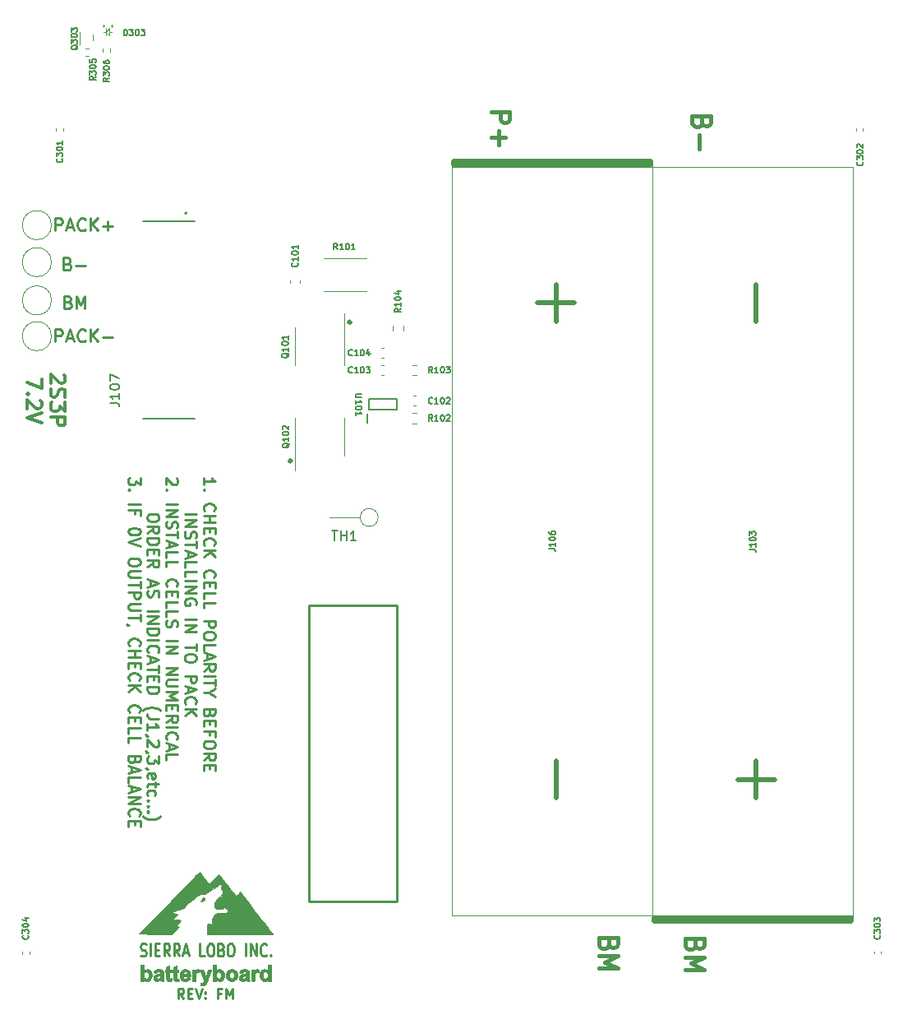
<source format=gto>
%TF.GenerationSoftware,KiCad,Pcbnew,(6.0.2)*%
%TF.CreationDate,2022-09-07T09:44:16-04:00*%
%TF.ProjectId,batteryboard,62617474-6572-4796-926f-6172642e6b69,rev?*%
%TF.SameCoordinates,Original*%
%TF.FileFunction,Legend,Top*%
%TF.FilePolarity,Positive*%
%FSLAX46Y46*%
G04 Gerber Fmt 4.6, Leading zero omitted, Abs format (unit mm)*
G04 Created by KiCad (PCBNEW (6.0.2)) date 2022-09-07 09:44:16*
%MOMM*%
%LPD*%
G01*
G04 APERTURE LIST*
%ADD10C,0.254000*%
%ADD11C,0.400000*%
%ADD12C,0.381000*%
%ADD13C,0.355000*%
%ADD14C,0.127000*%
%ADD15C,0.500000*%
%ADD16C,0.150000*%
%ADD17C,0.100000*%
%ADD18C,0.200000*%
%ADD19C,0.120000*%
%ADD20C,0.060000*%
%ADD21C,0.010000*%
G04 APERTURE END LIST*
D10*
X92559988Y-102650011D02*
X83549998Y-102650011D01*
X83549998Y-102650011D02*
X83549998Y-133130011D01*
X83549998Y-133130011D02*
X92559988Y-133130011D01*
X92559988Y-133130011D02*
X92559988Y-102650011D01*
D11*
X87799222Y-73494900D02*
G75*
G03*
X87799222Y-73494900I-80322J0D01*
G01*
X81677822Y-87769700D02*
G75*
G03*
X81677822Y-87769700I-80322J0D01*
G01*
D12*
X123326071Y-137604500D02*
X123235357Y-137876642D01*
X123144642Y-137967357D01*
X122963214Y-138058071D01*
X122691071Y-138058071D01*
X122509642Y-137967357D01*
X122418928Y-137876642D01*
X122328214Y-137695214D01*
X122328214Y-136969500D01*
X124233214Y-136969500D01*
X124233214Y-137604500D01*
X124142500Y-137785928D01*
X124051785Y-137876642D01*
X123870357Y-137967357D01*
X123688928Y-137967357D01*
X123507500Y-137876642D01*
X123416785Y-137785928D01*
X123326071Y-137604500D01*
X123326071Y-136969500D01*
X122328214Y-138874500D02*
X124233214Y-138874500D01*
X122872500Y-139509500D01*
X124233214Y-140144500D01*
X122328214Y-140144500D01*
X124024571Y-52931785D02*
X123933857Y-53203928D01*
X123843142Y-53294642D01*
X123661714Y-53385357D01*
X123389571Y-53385357D01*
X123208142Y-53294642D01*
X123117428Y-53203928D01*
X123026714Y-53022500D01*
X123026714Y-52296785D01*
X124931714Y-52296785D01*
X124931714Y-52931785D01*
X124841000Y-53113214D01*
X124750285Y-53203928D01*
X124568857Y-53294642D01*
X124387428Y-53294642D01*
X124206000Y-53203928D01*
X124115285Y-53113214D01*
X124024571Y-52931785D01*
X124024571Y-52296785D01*
X123752428Y-54201785D02*
X123752428Y-55653214D01*
X102325714Y-51852285D02*
X104230714Y-51852285D01*
X104230714Y-52578000D01*
X104140000Y-52759428D01*
X104049285Y-52850142D01*
X103867857Y-52940857D01*
X103595714Y-52940857D01*
X103414285Y-52850142D01*
X103323571Y-52759428D01*
X103232857Y-52578000D01*
X103232857Y-51852285D01*
X103051428Y-53757285D02*
X103051428Y-55208714D01*
X102325714Y-54483000D02*
X103777142Y-54483000D01*
D13*
X58274071Y-78926857D02*
X58345500Y-78998285D01*
X58416928Y-79141142D01*
X58416928Y-79498285D01*
X58345500Y-79641142D01*
X58274071Y-79712571D01*
X58131214Y-79784000D01*
X57988357Y-79784000D01*
X57774071Y-79712571D01*
X56916928Y-78855428D01*
X56916928Y-79784000D01*
X56988357Y-80355428D02*
X56916928Y-80569714D01*
X56916928Y-80926857D01*
X56988357Y-81069714D01*
X57059785Y-81141142D01*
X57202642Y-81212571D01*
X57345500Y-81212571D01*
X57488357Y-81141142D01*
X57559785Y-81069714D01*
X57631214Y-80926857D01*
X57702642Y-80641142D01*
X57774071Y-80498285D01*
X57845500Y-80426857D01*
X57988357Y-80355428D01*
X58131214Y-80355428D01*
X58274071Y-80426857D01*
X58345500Y-80498285D01*
X58416928Y-80641142D01*
X58416928Y-80998285D01*
X58345500Y-81212571D01*
X58416928Y-81712571D02*
X58416928Y-82641142D01*
X57845500Y-82141142D01*
X57845500Y-82355428D01*
X57774071Y-82498285D01*
X57702642Y-82569714D01*
X57559785Y-82641142D01*
X57202642Y-82641142D01*
X57059785Y-82569714D01*
X56988357Y-82498285D01*
X56916928Y-82355428D01*
X56916928Y-81926857D01*
X56988357Y-81784000D01*
X57059785Y-81712571D01*
X56916928Y-83284000D02*
X58416928Y-83284000D01*
X58416928Y-83855428D01*
X58345500Y-83998285D01*
X58274071Y-84069714D01*
X58131214Y-84141142D01*
X57916928Y-84141142D01*
X57774071Y-84069714D01*
X57702642Y-83998285D01*
X57631214Y-83855428D01*
X57631214Y-83284000D01*
X56001928Y-79319714D02*
X56001928Y-80319714D01*
X54501928Y-79676857D01*
X54644785Y-80891142D02*
X54573357Y-80962571D01*
X54501928Y-80891142D01*
X54573357Y-80819714D01*
X54644785Y-80891142D01*
X54501928Y-80891142D01*
X55859071Y-81534000D02*
X55930500Y-81605428D01*
X56001928Y-81748285D01*
X56001928Y-82105428D01*
X55930500Y-82248285D01*
X55859071Y-82319714D01*
X55716214Y-82391142D01*
X55573357Y-82391142D01*
X55359071Y-82319714D01*
X54501928Y-81462571D01*
X54501928Y-82391142D01*
X56001928Y-82819714D02*
X54501928Y-83319714D01*
X56001928Y-83819714D01*
D10*
X72663142Y-90233385D02*
X72663142Y-89547671D01*
X72663142Y-89890528D02*
X73863142Y-89890528D01*
X73691714Y-89776242D01*
X73577428Y-89661957D01*
X73520285Y-89547671D01*
X72777428Y-90747671D02*
X72720285Y-90804814D01*
X72663142Y-90747671D01*
X72720285Y-90690528D01*
X72777428Y-90747671D01*
X72663142Y-90747671D01*
X72777428Y-92919100D02*
X72720285Y-92861957D01*
X72663142Y-92690528D01*
X72663142Y-92576242D01*
X72720285Y-92404814D01*
X72834571Y-92290528D01*
X72948857Y-92233385D01*
X73177428Y-92176242D01*
X73348857Y-92176242D01*
X73577428Y-92233385D01*
X73691714Y-92290528D01*
X73806000Y-92404814D01*
X73863142Y-92576242D01*
X73863142Y-92690528D01*
X73806000Y-92861957D01*
X73748857Y-92919100D01*
X72663142Y-93433385D02*
X73863142Y-93433385D01*
X73291714Y-93433385D02*
X73291714Y-94119100D01*
X72663142Y-94119100D02*
X73863142Y-94119100D01*
X73291714Y-94690528D02*
X73291714Y-95090528D01*
X72663142Y-95261957D02*
X72663142Y-94690528D01*
X73863142Y-94690528D01*
X73863142Y-95261957D01*
X72777428Y-96461957D02*
X72720285Y-96404814D01*
X72663142Y-96233385D01*
X72663142Y-96119100D01*
X72720285Y-95947671D01*
X72834571Y-95833385D01*
X72948857Y-95776242D01*
X73177428Y-95719100D01*
X73348857Y-95719100D01*
X73577428Y-95776242D01*
X73691714Y-95833385D01*
X73806000Y-95947671D01*
X73863142Y-96119100D01*
X73863142Y-96233385D01*
X73806000Y-96404814D01*
X73748857Y-96461957D01*
X72663142Y-96976242D02*
X73863142Y-96976242D01*
X72663142Y-97661957D02*
X73348857Y-97147671D01*
X73863142Y-97661957D02*
X73177428Y-96976242D01*
X72777428Y-99776242D02*
X72720285Y-99719100D01*
X72663142Y-99547671D01*
X72663142Y-99433385D01*
X72720285Y-99261957D01*
X72834571Y-99147671D01*
X72948857Y-99090528D01*
X73177428Y-99033385D01*
X73348857Y-99033385D01*
X73577428Y-99090528D01*
X73691714Y-99147671D01*
X73806000Y-99261957D01*
X73863142Y-99433385D01*
X73863142Y-99547671D01*
X73806000Y-99719100D01*
X73748857Y-99776242D01*
X73291714Y-100290528D02*
X73291714Y-100690528D01*
X72663142Y-100861957D02*
X72663142Y-100290528D01*
X73863142Y-100290528D01*
X73863142Y-100861957D01*
X72663142Y-101947671D02*
X72663142Y-101376242D01*
X73863142Y-101376242D01*
X72663142Y-102919100D02*
X72663142Y-102347671D01*
X73863142Y-102347671D01*
X72663142Y-104233385D02*
X73863142Y-104233385D01*
X73863142Y-104690528D01*
X73806000Y-104804814D01*
X73748857Y-104861957D01*
X73634571Y-104919100D01*
X73463142Y-104919100D01*
X73348857Y-104861957D01*
X73291714Y-104804814D01*
X73234571Y-104690528D01*
X73234571Y-104233385D01*
X73863142Y-105661957D02*
X73863142Y-105890528D01*
X73806000Y-106004814D01*
X73691714Y-106119100D01*
X73463142Y-106176242D01*
X73063142Y-106176242D01*
X72834571Y-106119100D01*
X72720285Y-106004814D01*
X72663142Y-105890528D01*
X72663142Y-105661957D01*
X72720285Y-105547671D01*
X72834571Y-105433385D01*
X73063142Y-105376242D01*
X73463142Y-105376242D01*
X73691714Y-105433385D01*
X73806000Y-105547671D01*
X73863142Y-105661957D01*
X72663142Y-107261957D02*
X72663142Y-106690528D01*
X73863142Y-106690528D01*
X73006000Y-107604814D02*
X73006000Y-108176242D01*
X72663142Y-107490528D02*
X73863142Y-107890528D01*
X72663142Y-108290528D01*
X72663142Y-109376242D02*
X73234571Y-108976242D01*
X72663142Y-108690528D02*
X73863142Y-108690528D01*
X73863142Y-109147671D01*
X73806000Y-109261957D01*
X73748857Y-109319100D01*
X73634571Y-109376242D01*
X73463142Y-109376242D01*
X73348857Y-109319100D01*
X73291714Y-109261957D01*
X73234571Y-109147671D01*
X73234571Y-108690528D01*
X72663142Y-109890528D02*
X73863142Y-109890528D01*
X73863142Y-110290528D02*
X73863142Y-110976242D01*
X72663142Y-110633385D02*
X73863142Y-110633385D01*
X73234571Y-111604814D02*
X72663142Y-111604814D01*
X73863142Y-111204814D02*
X73234571Y-111604814D01*
X73863142Y-112004814D01*
X73291714Y-113719100D02*
X73234571Y-113890528D01*
X73177428Y-113947671D01*
X73063142Y-114004814D01*
X72891714Y-114004814D01*
X72777428Y-113947671D01*
X72720285Y-113890528D01*
X72663142Y-113776242D01*
X72663142Y-113319100D01*
X73863142Y-113319100D01*
X73863142Y-113719100D01*
X73806000Y-113833385D01*
X73748857Y-113890528D01*
X73634571Y-113947671D01*
X73520285Y-113947671D01*
X73406000Y-113890528D01*
X73348857Y-113833385D01*
X73291714Y-113719100D01*
X73291714Y-113319100D01*
X73291714Y-114519100D02*
X73291714Y-114919100D01*
X72663142Y-115090528D02*
X72663142Y-114519100D01*
X73863142Y-114519100D01*
X73863142Y-115090528D01*
X73291714Y-116004814D02*
X73291714Y-115604814D01*
X72663142Y-115604814D02*
X73863142Y-115604814D01*
X73863142Y-116176242D01*
X73863142Y-116861957D02*
X73863142Y-117090528D01*
X73806000Y-117204814D01*
X73691714Y-117319100D01*
X73463142Y-117376242D01*
X73063142Y-117376242D01*
X72834571Y-117319100D01*
X72720285Y-117204814D01*
X72663142Y-117090528D01*
X72663142Y-116861957D01*
X72720285Y-116747671D01*
X72834571Y-116633385D01*
X73063142Y-116576242D01*
X73463142Y-116576242D01*
X73691714Y-116633385D01*
X73806000Y-116747671D01*
X73863142Y-116861957D01*
X72663142Y-118576242D02*
X73234571Y-118176242D01*
X72663142Y-117890528D02*
X73863142Y-117890528D01*
X73863142Y-118347671D01*
X73806000Y-118461957D01*
X73748857Y-118519100D01*
X73634571Y-118576242D01*
X73463142Y-118576242D01*
X73348857Y-118519100D01*
X73291714Y-118461957D01*
X73234571Y-118347671D01*
X73234571Y-117890528D01*
X73291714Y-119090528D02*
X73291714Y-119490528D01*
X72663142Y-119661957D02*
X72663142Y-119090528D01*
X73863142Y-119090528D01*
X73863142Y-119661957D01*
X70731142Y-93261957D02*
X71931142Y-93261957D01*
X70731142Y-93833385D02*
X71931142Y-93833385D01*
X70731142Y-94519100D01*
X71931142Y-94519100D01*
X70788285Y-95033385D02*
X70731142Y-95204814D01*
X70731142Y-95490528D01*
X70788285Y-95604814D01*
X70845428Y-95661957D01*
X70959714Y-95719100D01*
X71074000Y-95719100D01*
X71188285Y-95661957D01*
X71245428Y-95604814D01*
X71302571Y-95490528D01*
X71359714Y-95261957D01*
X71416857Y-95147671D01*
X71474000Y-95090528D01*
X71588285Y-95033385D01*
X71702571Y-95033385D01*
X71816857Y-95090528D01*
X71874000Y-95147671D01*
X71931142Y-95261957D01*
X71931142Y-95547671D01*
X71874000Y-95719100D01*
X71931142Y-96061957D02*
X71931142Y-96747671D01*
X70731142Y-96404814D02*
X71931142Y-96404814D01*
X71074000Y-97090528D02*
X71074000Y-97661957D01*
X70731142Y-96976242D02*
X71931142Y-97376242D01*
X70731142Y-97776242D01*
X70731142Y-98747671D02*
X70731142Y-98176242D01*
X71931142Y-98176242D01*
X70731142Y-99719100D02*
X70731142Y-99147671D01*
X71931142Y-99147671D01*
X70731142Y-100119100D02*
X71931142Y-100119100D01*
X70731142Y-100690528D02*
X71931142Y-100690528D01*
X70731142Y-101376242D01*
X71931142Y-101376242D01*
X71874000Y-102576242D02*
X71931142Y-102461957D01*
X71931142Y-102290528D01*
X71874000Y-102119100D01*
X71759714Y-102004814D01*
X71645428Y-101947671D01*
X71416857Y-101890528D01*
X71245428Y-101890528D01*
X71016857Y-101947671D01*
X70902571Y-102004814D01*
X70788285Y-102119100D01*
X70731142Y-102290528D01*
X70731142Y-102404814D01*
X70788285Y-102576242D01*
X70845428Y-102633385D01*
X71245428Y-102633385D01*
X71245428Y-102404814D01*
X70731142Y-104061957D02*
X71931142Y-104061957D01*
X70731142Y-104633385D02*
X71931142Y-104633385D01*
X70731142Y-105319100D01*
X71931142Y-105319100D01*
X71931142Y-106633385D02*
X71931142Y-107319100D01*
X70731142Y-106976242D02*
X71931142Y-106976242D01*
X71931142Y-107947671D02*
X71931142Y-108176242D01*
X71874000Y-108290528D01*
X71759714Y-108404814D01*
X71531142Y-108461957D01*
X71131142Y-108461957D01*
X70902571Y-108404814D01*
X70788285Y-108290528D01*
X70731142Y-108176242D01*
X70731142Y-107947671D01*
X70788285Y-107833385D01*
X70902571Y-107719100D01*
X71131142Y-107661957D01*
X71531142Y-107661957D01*
X71759714Y-107719100D01*
X71874000Y-107833385D01*
X71931142Y-107947671D01*
X70731142Y-109890528D02*
X71931142Y-109890528D01*
X71931142Y-110347671D01*
X71874000Y-110461957D01*
X71816857Y-110519100D01*
X71702571Y-110576242D01*
X71531142Y-110576242D01*
X71416857Y-110519100D01*
X71359714Y-110461957D01*
X71302571Y-110347671D01*
X71302571Y-109890528D01*
X71074000Y-111033385D02*
X71074000Y-111604814D01*
X70731142Y-110919100D02*
X71931142Y-111319100D01*
X70731142Y-111719100D01*
X70845428Y-112804814D02*
X70788285Y-112747671D01*
X70731142Y-112576242D01*
X70731142Y-112461957D01*
X70788285Y-112290528D01*
X70902571Y-112176242D01*
X71016857Y-112119100D01*
X71245428Y-112061957D01*
X71416857Y-112061957D01*
X71645428Y-112119100D01*
X71759714Y-112176242D01*
X71874000Y-112290528D01*
X71931142Y-112461957D01*
X71931142Y-112576242D01*
X71874000Y-112747671D01*
X71816857Y-112804814D01*
X70731142Y-113319100D02*
X71931142Y-113319100D01*
X70731142Y-114004814D02*
X71416857Y-113490528D01*
X71931142Y-114004814D02*
X71245428Y-113319100D01*
X69884857Y-89547671D02*
X69942000Y-89604814D01*
X69999142Y-89719100D01*
X69999142Y-90004814D01*
X69942000Y-90119100D01*
X69884857Y-90176242D01*
X69770571Y-90233385D01*
X69656285Y-90233385D01*
X69484857Y-90176242D01*
X68799142Y-89490528D01*
X68799142Y-90233385D01*
X68913428Y-90747671D02*
X68856285Y-90804814D01*
X68799142Y-90747671D01*
X68856285Y-90690528D01*
X68913428Y-90747671D01*
X68799142Y-90747671D01*
X68799142Y-92233385D02*
X69999142Y-92233385D01*
X68799142Y-92804814D02*
X69999142Y-92804814D01*
X68799142Y-93490528D01*
X69999142Y-93490528D01*
X68856285Y-94004814D02*
X68799142Y-94176242D01*
X68799142Y-94461957D01*
X68856285Y-94576242D01*
X68913428Y-94633385D01*
X69027714Y-94690528D01*
X69142000Y-94690528D01*
X69256285Y-94633385D01*
X69313428Y-94576242D01*
X69370571Y-94461957D01*
X69427714Y-94233385D01*
X69484857Y-94119100D01*
X69542000Y-94061957D01*
X69656285Y-94004814D01*
X69770571Y-94004814D01*
X69884857Y-94061957D01*
X69942000Y-94119100D01*
X69999142Y-94233385D01*
X69999142Y-94519100D01*
X69942000Y-94690528D01*
X69999142Y-95033385D02*
X69999142Y-95719100D01*
X68799142Y-95376242D02*
X69999142Y-95376242D01*
X69142000Y-96061957D02*
X69142000Y-96633385D01*
X68799142Y-95947671D02*
X69999142Y-96347671D01*
X68799142Y-96747671D01*
X68799142Y-97719100D02*
X68799142Y-97147671D01*
X69999142Y-97147671D01*
X68799142Y-98690528D02*
X68799142Y-98119100D01*
X69999142Y-98119100D01*
X68913428Y-100690528D02*
X68856285Y-100633385D01*
X68799142Y-100461957D01*
X68799142Y-100347671D01*
X68856285Y-100176242D01*
X68970571Y-100061957D01*
X69084857Y-100004814D01*
X69313428Y-99947671D01*
X69484857Y-99947671D01*
X69713428Y-100004814D01*
X69827714Y-100061957D01*
X69942000Y-100176242D01*
X69999142Y-100347671D01*
X69999142Y-100461957D01*
X69942000Y-100633385D01*
X69884857Y-100690528D01*
X69427714Y-101204814D02*
X69427714Y-101604814D01*
X68799142Y-101776242D02*
X68799142Y-101204814D01*
X69999142Y-101204814D01*
X69999142Y-101776242D01*
X68799142Y-102861957D02*
X68799142Y-102290528D01*
X69999142Y-102290528D01*
X68799142Y-103833385D02*
X68799142Y-103261957D01*
X69999142Y-103261957D01*
X68856285Y-104176242D02*
X68799142Y-104347671D01*
X68799142Y-104633385D01*
X68856285Y-104747671D01*
X68913428Y-104804814D01*
X69027714Y-104861957D01*
X69142000Y-104861957D01*
X69256285Y-104804814D01*
X69313428Y-104747671D01*
X69370571Y-104633385D01*
X69427714Y-104404814D01*
X69484857Y-104290528D01*
X69542000Y-104233385D01*
X69656285Y-104176242D01*
X69770571Y-104176242D01*
X69884857Y-104233385D01*
X69942000Y-104290528D01*
X69999142Y-104404814D01*
X69999142Y-104690528D01*
X69942000Y-104861957D01*
X68799142Y-106290528D02*
X69999142Y-106290528D01*
X68799142Y-106861957D02*
X69999142Y-106861957D01*
X68799142Y-107547671D01*
X69999142Y-107547671D01*
X68799142Y-109033385D02*
X69999142Y-109033385D01*
X68799142Y-109719100D01*
X69999142Y-109719100D01*
X69999142Y-110290528D02*
X69027714Y-110290528D01*
X68913428Y-110347671D01*
X68856285Y-110404814D01*
X68799142Y-110519100D01*
X68799142Y-110747671D01*
X68856285Y-110861957D01*
X68913428Y-110919100D01*
X69027714Y-110976242D01*
X69999142Y-110976242D01*
X68799142Y-111547671D02*
X69999142Y-111547671D01*
X69142000Y-111947671D01*
X69999142Y-112347671D01*
X68799142Y-112347671D01*
X69427714Y-112919100D02*
X69427714Y-113319100D01*
X68799142Y-113490528D02*
X68799142Y-112919100D01*
X69999142Y-112919100D01*
X69999142Y-113490528D01*
X68799142Y-114690528D02*
X69370571Y-114290528D01*
X68799142Y-114004814D02*
X69999142Y-114004814D01*
X69999142Y-114461957D01*
X69942000Y-114576242D01*
X69884857Y-114633385D01*
X69770571Y-114690528D01*
X69599142Y-114690528D01*
X69484857Y-114633385D01*
X69427714Y-114576242D01*
X69370571Y-114461957D01*
X69370571Y-114004814D01*
X68799142Y-115204814D02*
X69999142Y-115204814D01*
X68913428Y-116461957D02*
X68856285Y-116404814D01*
X68799142Y-116233385D01*
X68799142Y-116119100D01*
X68856285Y-115947671D01*
X68970571Y-115833385D01*
X69084857Y-115776242D01*
X69313428Y-115719100D01*
X69484857Y-115719100D01*
X69713428Y-115776242D01*
X69827714Y-115833385D01*
X69942000Y-115947671D01*
X69999142Y-116119100D01*
X69999142Y-116233385D01*
X69942000Y-116404814D01*
X69884857Y-116461957D01*
X69142000Y-116919100D02*
X69142000Y-117490528D01*
X68799142Y-116804814D02*
X69999142Y-117204814D01*
X68799142Y-117604814D01*
X68799142Y-118576242D02*
X68799142Y-118004814D01*
X69999142Y-118004814D01*
X68067142Y-93490528D02*
X68067142Y-93719100D01*
X68010000Y-93833385D01*
X67895714Y-93947671D01*
X67667142Y-94004814D01*
X67267142Y-94004814D01*
X67038571Y-93947671D01*
X66924285Y-93833385D01*
X66867142Y-93719100D01*
X66867142Y-93490528D01*
X66924285Y-93376242D01*
X67038571Y-93261957D01*
X67267142Y-93204814D01*
X67667142Y-93204814D01*
X67895714Y-93261957D01*
X68010000Y-93376242D01*
X68067142Y-93490528D01*
X66867142Y-95204814D02*
X67438571Y-94804814D01*
X66867142Y-94519100D02*
X68067142Y-94519100D01*
X68067142Y-94976242D01*
X68010000Y-95090528D01*
X67952857Y-95147671D01*
X67838571Y-95204814D01*
X67667142Y-95204814D01*
X67552857Y-95147671D01*
X67495714Y-95090528D01*
X67438571Y-94976242D01*
X67438571Y-94519100D01*
X66867142Y-95719100D02*
X68067142Y-95719100D01*
X68067142Y-96004814D01*
X68010000Y-96176242D01*
X67895714Y-96290528D01*
X67781428Y-96347671D01*
X67552857Y-96404814D01*
X67381428Y-96404814D01*
X67152857Y-96347671D01*
X67038571Y-96290528D01*
X66924285Y-96176242D01*
X66867142Y-96004814D01*
X66867142Y-95719100D01*
X67495714Y-96919100D02*
X67495714Y-97319100D01*
X66867142Y-97490528D02*
X66867142Y-96919100D01*
X68067142Y-96919100D01*
X68067142Y-97490528D01*
X66867142Y-98690528D02*
X67438571Y-98290528D01*
X66867142Y-98004814D02*
X68067142Y-98004814D01*
X68067142Y-98461957D01*
X68010000Y-98576242D01*
X67952857Y-98633385D01*
X67838571Y-98690528D01*
X67667142Y-98690528D01*
X67552857Y-98633385D01*
X67495714Y-98576242D01*
X67438571Y-98461957D01*
X67438571Y-98004814D01*
X67210000Y-100061957D02*
X67210000Y-100633385D01*
X66867142Y-99947671D02*
X68067142Y-100347671D01*
X66867142Y-100747671D01*
X66924285Y-101090528D02*
X66867142Y-101261957D01*
X66867142Y-101547671D01*
X66924285Y-101661957D01*
X66981428Y-101719100D01*
X67095714Y-101776242D01*
X67210000Y-101776242D01*
X67324285Y-101719100D01*
X67381428Y-101661957D01*
X67438571Y-101547671D01*
X67495714Y-101319100D01*
X67552857Y-101204814D01*
X67610000Y-101147671D01*
X67724285Y-101090528D01*
X67838571Y-101090528D01*
X67952857Y-101147671D01*
X68010000Y-101204814D01*
X68067142Y-101319100D01*
X68067142Y-101604814D01*
X68010000Y-101776242D01*
X66867142Y-103204814D02*
X68067142Y-103204814D01*
X66867142Y-103776242D02*
X68067142Y-103776242D01*
X66867142Y-104461957D01*
X68067142Y-104461957D01*
X66867142Y-105033385D02*
X68067142Y-105033385D01*
X68067142Y-105319100D01*
X68010000Y-105490528D01*
X67895714Y-105604814D01*
X67781428Y-105661957D01*
X67552857Y-105719100D01*
X67381428Y-105719100D01*
X67152857Y-105661957D01*
X67038571Y-105604814D01*
X66924285Y-105490528D01*
X66867142Y-105319100D01*
X66867142Y-105033385D01*
X66867142Y-106233385D02*
X68067142Y-106233385D01*
X66981428Y-107490528D02*
X66924285Y-107433385D01*
X66867142Y-107261957D01*
X66867142Y-107147671D01*
X66924285Y-106976242D01*
X67038571Y-106861957D01*
X67152857Y-106804814D01*
X67381428Y-106747671D01*
X67552857Y-106747671D01*
X67781428Y-106804814D01*
X67895714Y-106861957D01*
X68010000Y-106976242D01*
X68067142Y-107147671D01*
X68067142Y-107261957D01*
X68010000Y-107433385D01*
X67952857Y-107490528D01*
X67210000Y-107947671D02*
X67210000Y-108519100D01*
X66867142Y-107833385D02*
X68067142Y-108233385D01*
X66867142Y-108633385D01*
X68067142Y-108861957D02*
X68067142Y-109547671D01*
X66867142Y-109204814D02*
X68067142Y-109204814D01*
X67495714Y-109947671D02*
X67495714Y-110347671D01*
X66867142Y-110519100D02*
X66867142Y-109947671D01*
X68067142Y-109947671D01*
X68067142Y-110519100D01*
X66867142Y-111033385D02*
X68067142Y-111033385D01*
X68067142Y-111319100D01*
X68010000Y-111490528D01*
X67895714Y-111604814D01*
X67781428Y-111661957D01*
X67552857Y-111719100D01*
X67381428Y-111719100D01*
X67152857Y-111661957D01*
X67038571Y-111604814D01*
X66924285Y-111490528D01*
X66867142Y-111319100D01*
X66867142Y-111033385D01*
X66409999Y-113490528D02*
X66467142Y-113433385D01*
X66638571Y-113319100D01*
X66752857Y-113261957D01*
X66924285Y-113204814D01*
X67210000Y-113147671D01*
X67438571Y-113147671D01*
X67724285Y-113204814D01*
X67895714Y-113261957D01*
X68010000Y-113319100D01*
X68181428Y-113433385D01*
X68238571Y-113490528D01*
X68067142Y-114290528D02*
X67210000Y-114290528D01*
X67038571Y-114233385D01*
X66924285Y-114119100D01*
X66867142Y-113947671D01*
X66867142Y-113833385D01*
X66867142Y-115490528D02*
X66867142Y-114804814D01*
X66867142Y-115147671D02*
X68067142Y-115147671D01*
X67895714Y-115033385D01*
X67781428Y-114919100D01*
X67724285Y-114804814D01*
X66924285Y-116061957D02*
X66867142Y-116061957D01*
X66752857Y-116004814D01*
X66695714Y-115947671D01*
X67952857Y-116519100D02*
X68010000Y-116576242D01*
X68067142Y-116690528D01*
X68067142Y-116976242D01*
X68010000Y-117090528D01*
X67952857Y-117147671D01*
X67838571Y-117204814D01*
X67724285Y-117204814D01*
X67552857Y-117147671D01*
X66867142Y-116461957D01*
X66867142Y-117204814D01*
X66924285Y-117776242D02*
X66867142Y-117776242D01*
X66752857Y-117719100D01*
X66695714Y-117661957D01*
X68067142Y-118176242D02*
X68067142Y-118919100D01*
X67610000Y-118519100D01*
X67610000Y-118690528D01*
X67552857Y-118804814D01*
X67495714Y-118861957D01*
X67381428Y-118919100D01*
X67095714Y-118919100D01*
X66981428Y-118861957D01*
X66924285Y-118804814D01*
X66867142Y-118690528D01*
X66867142Y-118347671D01*
X66924285Y-118233385D01*
X66981428Y-118176242D01*
X66924285Y-119490528D02*
X66867142Y-119490528D01*
X66752857Y-119433385D01*
X66695714Y-119376242D01*
X66924285Y-120461957D02*
X66867142Y-120347671D01*
X66867142Y-120119100D01*
X66924285Y-120004814D01*
X67038571Y-119947671D01*
X67495714Y-119947671D01*
X67610000Y-120004814D01*
X67667142Y-120119100D01*
X67667142Y-120347671D01*
X67610000Y-120461957D01*
X67495714Y-120519100D01*
X67381428Y-120519100D01*
X67267142Y-119947671D01*
X67667142Y-120861957D02*
X67667142Y-121319100D01*
X68067142Y-121033385D02*
X67038571Y-121033385D01*
X66924285Y-121090528D01*
X66867142Y-121204814D01*
X66867142Y-121319100D01*
X66924285Y-122233385D02*
X66867142Y-122119100D01*
X66867142Y-121890528D01*
X66924285Y-121776242D01*
X66981428Y-121719100D01*
X67095714Y-121661957D01*
X67438571Y-121661957D01*
X67552857Y-121719100D01*
X67610000Y-121776242D01*
X67667142Y-121890528D01*
X67667142Y-122119100D01*
X67610000Y-122233385D01*
X66981428Y-122747671D02*
X66924285Y-122804814D01*
X66867142Y-122747671D01*
X66924285Y-122690528D01*
X66981428Y-122747671D01*
X66867142Y-122747671D01*
X66981428Y-123319100D02*
X66924285Y-123376242D01*
X66867142Y-123319100D01*
X66924285Y-123261957D01*
X66981428Y-123319100D01*
X66867142Y-123319100D01*
X66981428Y-123890528D02*
X66924285Y-123947671D01*
X66867142Y-123890528D01*
X66924285Y-123833385D01*
X66981428Y-123890528D01*
X66867142Y-123890528D01*
X66409999Y-124347671D02*
X66467142Y-124404814D01*
X66638571Y-124519100D01*
X66752857Y-124576242D01*
X66924285Y-124633385D01*
X67210000Y-124690528D01*
X67438571Y-124690528D01*
X67724285Y-124633385D01*
X67895714Y-124576242D01*
X68010000Y-124519100D01*
X68181428Y-124404814D01*
X68238571Y-124347671D01*
X66135142Y-89490528D02*
X66135142Y-90233385D01*
X65678000Y-89833385D01*
X65678000Y-90004814D01*
X65620857Y-90119100D01*
X65563714Y-90176242D01*
X65449428Y-90233385D01*
X65163714Y-90233385D01*
X65049428Y-90176242D01*
X64992285Y-90119100D01*
X64935142Y-90004814D01*
X64935142Y-89661957D01*
X64992285Y-89547671D01*
X65049428Y-89490528D01*
X65049428Y-90747671D02*
X64992285Y-90804814D01*
X64935142Y-90747671D01*
X64992285Y-90690528D01*
X65049428Y-90747671D01*
X64935142Y-90747671D01*
X64935142Y-92233385D02*
X66135142Y-92233385D01*
X65563714Y-93204814D02*
X65563714Y-92804814D01*
X64935142Y-92804814D02*
X66135142Y-92804814D01*
X66135142Y-93376242D01*
X66135142Y-94976242D02*
X66135142Y-95090528D01*
X66078000Y-95204814D01*
X66020857Y-95261957D01*
X65906571Y-95319100D01*
X65678000Y-95376242D01*
X65392285Y-95376242D01*
X65163714Y-95319100D01*
X65049428Y-95261957D01*
X64992285Y-95204814D01*
X64935142Y-95090528D01*
X64935142Y-94976242D01*
X64992285Y-94861957D01*
X65049428Y-94804814D01*
X65163714Y-94747671D01*
X65392285Y-94690528D01*
X65678000Y-94690528D01*
X65906571Y-94747671D01*
X66020857Y-94804814D01*
X66078000Y-94861957D01*
X66135142Y-94976242D01*
X66135142Y-95719100D02*
X64935142Y-96119100D01*
X66135142Y-96519100D01*
X66135142Y-98061957D02*
X66135142Y-98290528D01*
X66078000Y-98404814D01*
X65963714Y-98519100D01*
X65735142Y-98576242D01*
X65335142Y-98576242D01*
X65106571Y-98519100D01*
X64992285Y-98404814D01*
X64935142Y-98290528D01*
X64935142Y-98061957D01*
X64992285Y-97947671D01*
X65106571Y-97833385D01*
X65335142Y-97776242D01*
X65735142Y-97776242D01*
X65963714Y-97833385D01*
X66078000Y-97947671D01*
X66135142Y-98061957D01*
X66135142Y-99090528D02*
X65163714Y-99090528D01*
X65049428Y-99147671D01*
X64992285Y-99204814D01*
X64935142Y-99319100D01*
X64935142Y-99547671D01*
X64992285Y-99661957D01*
X65049428Y-99719100D01*
X65163714Y-99776242D01*
X66135142Y-99776242D01*
X66135142Y-100176242D02*
X66135142Y-100861957D01*
X64935142Y-100519100D02*
X66135142Y-100519100D01*
X64935142Y-101261957D02*
X66135142Y-101261957D01*
X66135142Y-101719100D01*
X66078000Y-101833385D01*
X66020857Y-101890528D01*
X65906571Y-101947671D01*
X65735142Y-101947671D01*
X65620857Y-101890528D01*
X65563714Y-101833385D01*
X65506571Y-101719100D01*
X65506571Y-101261957D01*
X66135142Y-102461957D02*
X65163714Y-102461957D01*
X65049428Y-102519100D01*
X64992285Y-102576242D01*
X64935142Y-102690528D01*
X64935142Y-102919100D01*
X64992285Y-103033385D01*
X65049428Y-103090528D01*
X65163714Y-103147671D01*
X66135142Y-103147671D01*
X66135142Y-103547671D02*
X66135142Y-104233385D01*
X64935142Y-103890528D02*
X66135142Y-103890528D01*
X64992285Y-104690528D02*
X64935142Y-104690528D01*
X64820857Y-104633385D01*
X64763714Y-104576242D01*
X65049428Y-106804814D02*
X64992285Y-106747671D01*
X64935142Y-106576242D01*
X64935142Y-106461957D01*
X64992285Y-106290528D01*
X65106571Y-106176242D01*
X65220857Y-106119100D01*
X65449428Y-106061957D01*
X65620857Y-106061957D01*
X65849428Y-106119100D01*
X65963714Y-106176242D01*
X66078000Y-106290528D01*
X66135142Y-106461957D01*
X66135142Y-106576242D01*
X66078000Y-106747671D01*
X66020857Y-106804814D01*
X64935142Y-107319100D02*
X66135142Y-107319100D01*
X65563714Y-107319100D02*
X65563714Y-108004814D01*
X64935142Y-108004814D02*
X66135142Y-108004814D01*
X65563714Y-108576242D02*
X65563714Y-108976242D01*
X64935142Y-109147671D02*
X64935142Y-108576242D01*
X66135142Y-108576242D01*
X66135142Y-109147671D01*
X65049428Y-110347671D02*
X64992285Y-110290528D01*
X64935142Y-110119100D01*
X64935142Y-110004814D01*
X64992285Y-109833385D01*
X65106571Y-109719100D01*
X65220857Y-109661957D01*
X65449428Y-109604814D01*
X65620857Y-109604814D01*
X65849428Y-109661957D01*
X65963714Y-109719100D01*
X66077999Y-109833385D01*
X66135142Y-110004814D01*
X66135142Y-110119100D01*
X66077999Y-110290528D01*
X66020857Y-110347671D01*
X64935142Y-110861957D02*
X66135142Y-110861957D01*
X64935142Y-111547671D02*
X65620857Y-111033385D01*
X66135142Y-111547671D02*
X65449428Y-110861957D01*
X65049428Y-113661957D02*
X64992285Y-113604814D01*
X64935142Y-113433385D01*
X64935142Y-113319100D01*
X64992285Y-113147671D01*
X65106571Y-113033385D01*
X65220857Y-112976242D01*
X65449428Y-112919100D01*
X65620857Y-112919100D01*
X65849428Y-112976242D01*
X65963714Y-113033385D01*
X66077999Y-113147671D01*
X66135142Y-113319100D01*
X66135142Y-113433385D01*
X66077999Y-113604814D01*
X66020857Y-113661957D01*
X65563714Y-114176242D02*
X65563714Y-114576242D01*
X64935142Y-114747671D02*
X64935142Y-114176242D01*
X66135142Y-114176242D01*
X66135142Y-114747671D01*
X64935142Y-115833385D02*
X64935142Y-115261957D01*
X66135142Y-115261957D01*
X64935142Y-116804814D02*
X64935142Y-116233385D01*
X66135142Y-116233385D01*
X65563714Y-118519100D02*
X65506571Y-118690528D01*
X65449428Y-118747671D01*
X65335142Y-118804814D01*
X65163714Y-118804814D01*
X65049428Y-118747671D01*
X64992285Y-118690528D01*
X64935142Y-118576242D01*
X64935142Y-118119100D01*
X66135142Y-118119100D01*
X66135142Y-118519100D01*
X66077999Y-118633385D01*
X66020857Y-118690528D01*
X65906571Y-118747671D01*
X65792285Y-118747671D01*
X65677999Y-118690528D01*
X65620857Y-118633385D01*
X65563714Y-118519100D01*
X65563714Y-118119100D01*
X65277999Y-119261957D02*
X65277999Y-119833385D01*
X64935142Y-119147671D02*
X66135142Y-119547671D01*
X64935142Y-119947671D01*
X64935142Y-120919100D02*
X64935142Y-120347671D01*
X66135142Y-120347671D01*
X65277999Y-121261957D02*
X65277999Y-121833385D01*
X64935142Y-121147671D02*
X66135142Y-121547671D01*
X64935142Y-121947671D01*
X64935142Y-122347671D02*
X66135142Y-122347671D01*
X64935142Y-123033385D01*
X66135142Y-123033385D01*
X65049428Y-124290528D02*
X64992285Y-124233385D01*
X64935142Y-124061957D01*
X64935142Y-123947671D01*
X64992285Y-123776242D01*
X65106571Y-123661957D01*
X65220857Y-123604814D01*
X65449428Y-123547671D01*
X65620857Y-123547671D01*
X65849428Y-123604814D01*
X65963714Y-123661957D01*
X66077999Y-123776242D01*
X66135142Y-123947671D01*
X66135142Y-124061957D01*
X66077999Y-124233385D01*
X66020857Y-124290528D01*
X65563714Y-124804814D02*
X65563714Y-125204814D01*
X64935142Y-125376242D02*
X64935142Y-124804814D01*
X66135142Y-124804814D01*
X66135142Y-125376242D01*
X57391904Y-75504523D02*
X57391904Y-74234523D01*
X57875714Y-74234523D01*
X57996666Y-74295000D01*
X58057142Y-74355476D01*
X58117619Y-74476428D01*
X58117619Y-74657857D01*
X58057142Y-74778809D01*
X57996666Y-74839285D01*
X57875714Y-74899761D01*
X57391904Y-74899761D01*
X58601428Y-75141666D02*
X59206190Y-75141666D01*
X58480476Y-75504523D02*
X58903809Y-74234523D01*
X59327142Y-75504523D01*
X60476190Y-75383571D02*
X60415714Y-75444047D01*
X60234285Y-75504523D01*
X60113333Y-75504523D01*
X59931904Y-75444047D01*
X59810952Y-75323095D01*
X59750476Y-75202142D01*
X59690000Y-74960238D01*
X59690000Y-74778809D01*
X59750476Y-74536904D01*
X59810952Y-74415952D01*
X59931904Y-74295000D01*
X60113333Y-74234523D01*
X60234285Y-74234523D01*
X60415714Y-74295000D01*
X60476190Y-74355476D01*
X61020476Y-75504523D02*
X61020476Y-74234523D01*
X61746190Y-75504523D02*
X61201904Y-74778809D01*
X61746190Y-74234523D02*
X61020476Y-74960238D01*
X62290476Y-75020714D02*
X63258095Y-75020714D01*
X66173047Y-138690047D02*
X66318190Y-138750523D01*
X66560095Y-138750523D01*
X66656857Y-138690047D01*
X66705238Y-138629571D01*
X66753619Y-138508619D01*
X66753619Y-138387666D01*
X66705238Y-138266714D01*
X66656857Y-138206238D01*
X66560095Y-138145761D01*
X66366571Y-138085285D01*
X66269809Y-138024809D01*
X66221428Y-137964333D01*
X66173047Y-137843380D01*
X66173047Y-137722428D01*
X66221428Y-137601476D01*
X66269809Y-137541000D01*
X66366571Y-137480523D01*
X66608476Y-137480523D01*
X66753619Y-137541000D01*
X67189047Y-138750523D02*
X67189047Y-137480523D01*
X67672857Y-138085285D02*
X68011523Y-138085285D01*
X68156666Y-138750523D02*
X67672857Y-138750523D01*
X67672857Y-137480523D01*
X68156666Y-137480523D01*
X69172666Y-138750523D02*
X68834000Y-138145761D01*
X68592095Y-138750523D02*
X68592095Y-137480523D01*
X68979142Y-137480523D01*
X69075904Y-137541000D01*
X69124285Y-137601476D01*
X69172666Y-137722428D01*
X69172666Y-137903857D01*
X69124285Y-138024809D01*
X69075904Y-138085285D01*
X68979142Y-138145761D01*
X68592095Y-138145761D01*
X70188666Y-138750523D02*
X69850000Y-138145761D01*
X69608095Y-138750523D02*
X69608095Y-137480523D01*
X69995142Y-137480523D01*
X70091904Y-137541000D01*
X70140285Y-137601476D01*
X70188666Y-137722428D01*
X70188666Y-137903857D01*
X70140285Y-138024809D01*
X70091904Y-138085285D01*
X69995142Y-138145761D01*
X69608095Y-138145761D01*
X70575714Y-138387666D02*
X71059523Y-138387666D01*
X70478952Y-138750523D02*
X70817619Y-137480523D01*
X71156285Y-138750523D01*
X72752857Y-138750523D02*
X72269047Y-138750523D01*
X72269047Y-137480523D01*
X73285047Y-137480523D02*
X73478571Y-137480523D01*
X73575333Y-137541000D01*
X73672095Y-137661952D01*
X73720476Y-137903857D01*
X73720476Y-138327190D01*
X73672095Y-138569095D01*
X73575333Y-138690047D01*
X73478571Y-138750523D01*
X73285047Y-138750523D01*
X73188285Y-138690047D01*
X73091523Y-138569095D01*
X73043142Y-138327190D01*
X73043142Y-137903857D01*
X73091523Y-137661952D01*
X73188285Y-137541000D01*
X73285047Y-137480523D01*
X74494571Y-138085285D02*
X74639714Y-138145761D01*
X74688095Y-138206238D01*
X74736476Y-138327190D01*
X74736476Y-138508619D01*
X74688095Y-138629571D01*
X74639714Y-138690047D01*
X74542952Y-138750523D01*
X74155904Y-138750523D01*
X74155904Y-137480523D01*
X74494571Y-137480523D01*
X74591333Y-137541000D01*
X74639714Y-137601476D01*
X74688095Y-137722428D01*
X74688095Y-137843380D01*
X74639714Y-137964333D01*
X74591333Y-138024809D01*
X74494571Y-138085285D01*
X74155904Y-138085285D01*
X75365428Y-137480523D02*
X75558952Y-137480523D01*
X75655714Y-137541000D01*
X75752476Y-137661952D01*
X75800857Y-137903857D01*
X75800857Y-138327190D01*
X75752476Y-138569095D01*
X75655714Y-138690047D01*
X75558952Y-138750523D01*
X75365428Y-138750523D01*
X75268666Y-138690047D01*
X75171904Y-138569095D01*
X75123523Y-138327190D01*
X75123523Y-137903857D01*
X75171904Y-137661952D01*
X75268666Y-137541000D01*
X75365428Y-137480523D01*
X77010380Y-138750523D02*
X77010380Y-137480523D01*
X77494190Y-138750523D02*
X77494190Y-137480523D01*
X78074761Y-138750523D01*
X78074761Y-137480523D01*
X79139142Y-138629571D02*
X79090761Y-138690047D01*
X78945619Y-138750523D01*
X78848857Y-138750523D01*
X78703714Y-138690047D01*
X78606952Y-138569095D01*
X78558571Y-138448142D01*
X78510190Y-138206238D01*
X78510190Y-138024809D01*
X78558571Y-137782904D01*
X78606952Y-137661952D01*
X78703714Y-137541000D01*
X78848857Y-137480523D01*
X78945619Y-137480523D01*
X79090761Y-137541000D01*
X79139142Y-137601476D01*
X79574571Y-138629571D02*
X79622952Y-138690047D01*
X79574571Y-138750523D01*
X79526190Y-138690047D01*
X79574571Y-138629571D01*
X79574571Y-138750523D01*
X70614476Y-143099619D02*
X70275809Y-142615809D01*
X70033904Y-143099619D02*
X70033904Y-142083619D01*
X70420952Y-142083619D01*
X70517714Y-142132000D01*
X70566095Y-142180380D01*
X70614476Y-142277142D01*
X70614476Y-142422285D01*
X70566095Y-142519047D01*
X70517714Y-142567428D01*
X70420952Y-142615809D01*
X70033904Y-142615809D01*
X71049904Y-142567428D02*
X71388571Y-142567428D01*
X71533714Y-143099619D02*
X71049904Y-143099619D01*
X71049904Y-142083619D01*
X71533714Y-142083619D01*
X71824000Y-142083619D02*
X72162666Y-143099619D01*
X72501333Y-142083619D01*
X72840000Y-143002857D02*
X72888380Y-143051238D01*
X72840000Y-143099619D01*
X72791619Y-143051238D01*
X72840000Y-143002857D01*
X72840000Y-143099619D01*
X72840000Y-142470666D02*
X72888380Y-142519047D01*
X72840000Y-142567428D01*
X72791619Y-142519047D01*
X72840000Y-142470666D01*
X72840000Y-142567428D01*
X74436571Y-142567428D02*
X74097904Y-142567428D01*
X74097904Y-143099619D02*
X74097904Y-142083619D01*
X74581714Y-142083619D01*
X74968761Y-143099619D02*
X74968761Y-142083619D01*
X75307428Y-142809333D01*
X75646095Y-142083619D01*
X75646095Y-143099619D01*
D12*
X114436071Y-137477500D02*
X114345357Y-137749642D01*
X114254642Y-137840357D01*
X114073214Y-137931071D01*
X113801071Y-137931071D01*
X113619642Y-137840357D01*
X113528928Y-137749642D01*
X113438214Y-137568214D01*
X113438214Y-136842500D01*
X115343214Y-136842500D01*
X115343214Y-137477500D01*
X115252500Y-137658928D01*
X115161785Y-137749642D01*
X114980357Y-137840357D01*
X114798928Y-137840357D01*
X114617500Y-137749642D01*
X114526785Y-137658928D01*
X114436071Y-137477500D01*
X114436071Y-136842500D01*
X113438214Y-138747500D02*
X115343214Y-138747500D01*
X113982500Y-139382500D01*
X115343214Y-140017500D01*
X113438214Y-140017500D01*
D10*
X58737500Y-71410285D02*
X58918928Y-71470761D01*
X58979404Y-71531238D01*
X59039880Y-71652190D01*
X59039880Y-71833619D01*
X58979404Y-71954571D01*
X58918928Y-72015047D01*
X58797976Y-72075523D01*
X58314166Y-72075523D01*
X58314166Y-70805523D01*
X58737500Y-70805523D01*
X58858452Y-70866000D01*
X58918928Y-70926476D01*
X58979404Y-71047428D01*
X58979404Y-71168380D01*
X58918928Y-71289333D01*
X58858452Y-71349809D01*
X58737500Y-71410285D01*
X58314166Y-71410285D01*
X59584166Y-72075523D02*
X59584166Y-70805523D01*
X60007500Y-71712666D01*
X60430833Y-70805523D01*
X60430833Y-72075523D01*
X58677023Y-67473285D02*
X58858452Y-67533761D01*
X58918928Y-67594238D01*
X58979404Y-67715190D01*
X58979404Y-67896619D01*
X58918928Y-68017571D01*
X58858452Y-68078047D01*
X58737500Y-68138523D01*
X58253690Y-68138523D01*
X58253690Y-66868523D01*
X58677023Y-66868523D01*
X58797976Y-66929000D01*
X58858452Y-66989476D01*
X58918928Y-67110428D01*
X58918928Y-67231380D01*
X58858452Y-67352333D01*
X58797976Y-67412809D01*
X58677023Y-67473285D01*
X58253690Y-67473285D01*
X59523690Y-67654714D02*
X60491309Y-67654714D01*
X57391904Y-64074523D02*
X57391904Y-62804523D01*
X57875714Y-62804523D01*
X57996666Y-62865000D01*
X58057142Y-62925476D01*
X58117619Y-63046428D01*
X58117619Y-63227857D01*
X58057142Y-63348809D01*
X57996666Y-63409285D01*
X57875714Y-63469761D01*
X57391904Y-63469761D01*
X58601428Y-63711666D02*
X59206190Y-63711666D01*
X58480476Y-64074523D02*
X58903809Y-62804523D01*
X59327142Y-64074523D01*
X60476190Y-63953571D02*
X60415714Y-64014047D01*
X60234285Y-64074523D01*
X60113333Y-64074523D01*
X59931904Y-64014047D01*
X59810952Y-63893095D01*
X59750476Y-63772142D01*
X59690000Y-63530238D01*
X59690000Y-63348809D01*
X59750476Y-63106904D01*
X59810952Y-62985952D01*
X59931904Y-62865000D01*
X60113333Y-62804523D01*
X60234285Y-62804523D01*
X60415714Y-62865000D01*
X60476190Y-62925476D01*
X61020476Y-64074523D02*
X61020476Y-62804523D01*
X61746190Y-64074523D02*
X61201904Y-63348809D01*
X61746190Y-62804523D02*
X61020476Y-63530238D01*
X62290476Y-63590714D02*
X63258095Y-63590714D01*
X62774285Y-64074523D02*
X62774285Y-63106904D01*
D14*
X128925561Y-96866528D02*
X129379133Y-96866528D01*
X129469847Y-96896766D01*
X129530323Y-96957242D01*
X129560561Y-97047957D01*
X129560561Y-97108433D01*
X129560561Y-96231528D02*
X129560561Y-96594385D01*
X129560561Y-96412957D02*
X128925561Y-96412957D01*
X129016276Y-96473433D01*
X129076752Y-96533909D01*
X129106990Y-96594385D01*
X128925561Y-95838433D02*
X128925561Y-95777957D01*
X128955800Y-95717480D01*
X128986038Y-95687242D01*
X129046514Y-95657004D01*
X129167466Y-95626766D01*
X129318657Y-95626766D01*
X129439609Y-95657004D01*
X129500085Y-95687242D01*
X129530323Y-95717480D01*
X129560561Y-95777957D01*
X129560561Y-95838433D01*
X129530323Y-95898909D01*
X129500085Y-95929147D01*
X129439609Y-95959385D01*
X129318657Y-95989623D01*
X129167466Y-95989623D01*
X129046514Y-95959385D01*
X128986038Y-95929147D01*
X128955800Y-95898909D01*
X128925561Y-95838433D01*
X128925561Y-95415100D02*
X128925561Y-95022004D01*
X129167466Y-95233671D01*
X129167466Y-95142957D01*
X129197704Y-95082480D01*
X129227942Y-95052242D01*
X129288419Y-95022004D01*
X129439609Y-95022004D01*
X129500085Y-95052242D01*
X129530323Y-95082480D01*
X129560561Y-95142957D01*
X129560561Y-95324385D01*
X129530323Y-95384861D01*
X129500085Y-95415100D01*
D15*
X129630442Y-73429861D02*
X129630442Y-69620338D01*
X129630442Y-122479861D02*
X129630442Y-118670338D01*
X131535204Y-120575100D02*
X127725680Y-120575100D01*
D14*
X88993738Y-80889928D02*
X88479690Y-80889928D01*
X88419214Y-80920166D01*
X88388976Y-80950404D01*
X88358738Y-81010880D01*
X88358738Y-81131833D01*
X88388976Y-81192309D01*
X88419214Y-81222547D01*
X88479690Y-81252785D01*
X88993738Y-81252785D01*
X88358738Y-81887785D02*
X88358738Y-81524928D01*
X88358738Y-81706357D02*
X88993738Y-81706357D01*
X88903023Y-81645880D01*
X88842547Y-81585404D01*
X88812309Y-81524928D01*
X88993738Y-82280880D02*
X88993738Y-82341357D01*
X88963500Y-82401833D01*
X88933261Y-82432071D01*
X88872785Y-82462309D01*
X88751833Y-82492547D01*
X88600642Y-82492547D01*
X88479690Y-82462309D01*
X88419214Y-82432071D01*
X88388976Y-82401833D01*
X88358738Y-82341357D01*
X88358738Y-82280880D01*
X88388976Y-82220404D01*
X88419214Y-82190166D01*
X88479690Y-82159928D01*
X88600642Y-82129690D01*
X88751833Y-82129690D01*
X88872785Y-82159928D01*
X88933261Y-82190166D01*
X88963500Y-82220404D01*
X88993738Y-82280880D01*
X88358738Y-83097309D02*
X88358738Y-82734452D01*
X88358738Y-82915880D02*
X88993738Y-82915880D01*
X88903023Y-82855404D01*
X88842547Y-82794928D01*
X88812309Y-82734452D01*
X108275361Y-96841128D02*
X108728933Y-96841128D01*
X108819647Y-96871366D01*
X108880123Y-96931842D01*
X108910361Y-97022557D01*
X108910361Y-97083033D01*
X108910361Y-96206128D02*
X108910361Y-96568985D01*
X108910361Y-96387557D02*
X108275361Y-96387557D01*
X108366076Y-96448033D01*
X108426552Y-96508509D01*
X108456790Y-96568985D01*
X108275361Y-95813033D02*
X108275361Y-95752557D01*
X108305600Y-95692080D01*
X108335838Y-95661842D01*
X108396314Y-95631604D01*
X108517266Y-95601366D01*
X108668457Y-95601366D01*
X108789409Y-95631604D01*
X108849885Y-95661842D01*
X108880123Y-95692080D01*
X108910361Y-95752557D01*
X108910361Y-95813033D01*
X108880123Y-95873509D01*
X108849885Y-95903747D01*
X108789409Y-95933985D01*
X108668457Y-95964223D01*
X108517266Y-95964223D01*
X108396314Y-95933985D01*
X108335838Y-95903747D01*
X108305600Y-95873509D01*
X108275361Y-95813033D01*
X108275361Y-95057080D02*
X108275361Y-95178033D01*
X108305600Y-95238509D01*
X108335838Y-95268747D01*
X108426552Y-95329223D01*
X108547504Y-95359461D01*
X108789409Y-95359461D01*
X108849885Y-95329223D01*
X108880123Y-95298985D01*
X108910361Y-95238509D01*
X108910361Y-95117557D01*
X108880123Y-95057080D01*
X108849885Y-95026842D01*
X108789409Y-94996604D01*
X108638219Y-94996604D01*
X108577742Y-95026842D01*
X108547504Y-95057080D01*
X108517266Y-95117557D01*
X108517266Y-95238509D01*
X108547504Y-95298985D01*
X108577742Y-95329223D01*
X108638219Y-95359461D01*
D15*
X108980242Y-122454461D02*
X108980242Y-118644938D01*
X108980242Y-73404461D02*
X108980242Y-69594938D01*
X110885004Y-71499700D02*
X107075480Y-71499700D01*
D14*
X87998904Y-76871285D02*
X87968666Y-76901523D01*
X87877952Y-76931761D01*
X87817476Y-76931761D01*
X87726761Y-76901523D01*
X87666285Y-76841047D01*
X87636047Y-76780571D01*
X87605809Y-76659619D01*
X87605809Y-76568904D01*
X87636047Y-76447952D01*
X87666285Y-76387476D01*
X87726761Y-76327000D01*
X87817476Y-76296761D01*
X87877952Y-76296761D01*
X87968666Y-76327000D01*
X87998904Y-76357238D01*
X88603666Y-76931761D02*
X88240809Y-76931761D01*
X88422238Y-76931761D02*
X88422238Y-76296761D01*
X88361761Y-76387476D01*
X88301285Y-76447952D01*
X88240809Y-76478190D01*
X88996761Y-76296761D02*
X89057238Y-76296761D01*
X89117714Y-76327000D01*
X89147952Y-76357238D01*
X89178190Y-76417714D01*
X89208428Y-76538666D01*
X89208428Y-76689857D01*
X89178190Y-76810809D01*
X89147952Y-76871285D01*
X89117714Y-76901523D01*
X89057238Y-76931761D01*
X88996761Y-76931761D01*
X88936285Y-76901523D01*
X88906047Y-76871285D01*
X88875809Y-76810809D01*
X88845571Y-76689857D01*
X88845571Y-76538666D01*
X88875809Y-76417714D01*
X88906047Y-76357238D01*
X88936285Y-76327000D01*
X88996761Y-76296761D01*
X89752714Y-76508428D02*
X89752714Y-76931761D01*
X89601523Y-76266523D02*
X89450333Y-76720095D01*
X89843428Y-76720095D01*
X87998904Y-78649285D02*
X87968666Y-78679523D01*
X87877952Y-78709761D01*
X87817476Y-78709761D01*
X87726761Y-78679523D01*
X87666285Y-78619047D01*
X87636047Y-78558571D01*
X87605809Y-78437619D01*
X87605809Y-78346904D01*
X87636047Y-78225952D01*
X87666285Y-78165476D01*
X87726761Y-78105000D01*
X87817476Y-78074761D01*
X87877952Y-78074761D01*
X87968666Y-78105000D01*
X87998904Y-78135238D01*
X88603666Y-78709761D02*
X88240809Y-78709761D01*
X88422238Y-78709761D02*
X88422238Y-78074761D01*
X88361761Y-78165476D01*
X88301285Y-78225952D01*
X88240809Y-78256190D01*
X88996761Y-78074761D02*
X89057238Y-78074761D01*
X89117714Y-78105000D01*
X89147952Y-78135238D01*
X89178190Y-78195714D01*
X89208428Y-78316666D01*
X89208428Y-78467857D01*
X89178190Y-78588809D01*
X89147952Y-78649285D01*
X89117714Y-78679523D01*
X89057238Y-78709761D01*
X88996761Y-78709761D01*
X88936285Y-78679523D01*
X88906047Y-78649285D01*
X88875809Y-78588809D01*
X88845571Y-78467857D01*
X88845571Y-78316666D01*
X88875809Y-78195714D01*
X88906047Y-78135238D01*
X88936285Y-78105000D01*
X88996761Y-78074761D01*
X89420095Y-78074761D02*
X89813190Y-78074761D01*
X89601523Y-78316666D01*
X89692238Y-78316666D01*
X89752714Y-78346904D01*
X89782952Y-78377142D01*
X89813190Y-78437619D01*
X89813190Y-78588809D01*
X89782952Y-78649285D01*
X89752714Y-78679523D01*
X89692238Y-78709761D01*
X89510809Y-78709761D01*
X89450333Y-78679523D01*
X89420095Y-78649285D01*
X96253904Y-81824285D02*
X96223666Y-81854523D01*
X96132952Y-81884761D01*
X96072476Y-81884761D01*
X95981761Y-81854523D01*
X95921285Y-81794047D01*
X95891047Y-81733571D01*
X95860809Y-81612619D01*
X95860809Y-81521904D01*
X95891047Y-81400952D01*
X95921285Y-81340476D01*
X95981761Y-81280000D01*
X96072476Y-81249761D01*
X96132952Y-81249761D01*
X96223666Y-81280000D01*
X96253904Y-81310238D01*
X96858666Y-81884761D02*
X96495809Y-81884761D01*
X96677238Y-81884761D02*
X96677238Y-81249761D01*
X96616761Y-81340476D01*
X96556285Y-81400952D01*
X96495809Y-81431190D01*
X97251761Y-81249761D02*
X97312238Y-81249761D01*
X97372714Y-81280000D01*
X97402952Y-81310238D01*
X97433190Y-81370714D01*
X97463428Y-81491666D01*
X97463428Y-81642857D01*
X97433190Y-81763809D01*
X97402952Y-81824285D01*
X97372714Y-81854523D01*
X97312238Y-81884761D01*
X97251761Y-81884761D01*
X97191285Y-81854523D01*
X97161047Y-81824285D01*
X97130809Y-81763809D01*
X97100571Y-81642857D01*
X97100571Y-81491666D01*
X97130809Y-81370714D01*
X97161047Y-81310238D01*
X97191285Y-81280000D01*
X97251761Y-81249761D01*
X97705333Y-81310238D02*
X97735571Y-81280000D01*
X97796047Y-81249761D01*
X97947238Y-81249761D01*
X98007714Y-81280000D01*
X98037952Y-81310238D01*
X98068190Y-81370714D01*
X98068190Y-81431190D01*
X98037952Y-81521904D01*
X97675095Y-81884761D01*
X98068190Y-81884761D01*
X82332285Y-67385595D02*
X82362523Y-67415833D01*
X82392761Y-67506547D01*
X82392761Y-67567023D01*
X82362523Y-67657738D01*
X82302047Y-67718214D01*
X82241571Y-67748452D01*
X82120619Y-67778690D01*
X82029904Y-67778690D01*
X81908952Y-67748452D01*
X81848476Y-67718214D01*
X81788000Y-67657738D01*
X81757761Y-67567023D01*
X81757761Y-67506547D01*
X81788000Y-67415833D01*
X81818238Y-67385595D01*
X82392761Y-66780833D02*
X82392761Y-67143690D01*
X82392761Y-66962261D02*
X81757761Y-66962261D01*
X81848476Y-67022738D01*
X81908952Y-67083214D01*
X81939190Y-67143690D01*
X81757761Y-66387738D02*
X81757761Y-66327261D01*
X81788000Y-66266785D01*
X81818238Y-66236547D01*
X81878714Y-66206309D01*
X81999666Y-66176071D01*
X82150857Y-66176071D01*
X82271809Y-66206309D01*
X82332285Y-66236547D01*
X82362523Y-66266785D01*
X82392761Y-66327261D01*
X82392761Y-66387738D01*
X82362523Y-66448214D01*
X82332285Y-66478452D01*
X82271809Y-66508690D01*
X82150857Y-66538928D01*
X81999666Y-66538928D01*
X81878714Y-66508690D01*
X81818238Y-66478452D01*
X81788000Y-66448214D01*
X81757761Y-66387738D01*
X82392761Y-65571309D02*
X82392761Y-65934166D01*
X82392761Y-65752738D02*
X81757761Y-65752738D01*
X81848476Y-65813214D01*
X81908952Y-65873690D01*
X81939190Y-65934166D01*
X92997261Y-72084595D02*
X92694880Y-72296261D01*
X92997261Y-72447452D02*
X92362261Y-72447452D01*
X92362261Y-72205547D01*
X92392500Y-72145071D01*
X92422738Y-72114833D01*
X92483214Y-72084595D01*
X92573928Y-72084595D01*
X92634404Y-72114833D01*
X92664642Y-72145071D01*
X92694880Y-72205547D01*
X92694880Y-72447452D01*
X92997261Y-71479833D02*
X92997261Y-71842690D01*
X92997261Y-71661261D02*
X92362261Y-71661261D01*
X92452976Y-71721738D01*
X92513452Y-71782214D01*
X92543690Y-71842690D01*
X92362261Y-71086738D02*
X92362261Y-71026261D01*
X92392500Y-70965785D01*
X92422738Y-70935547D01*
X92483214Y-70905309D01*
X92604166Y-70875071D01*
X92755357Y-70875071D01*
X92876309Y-70905309D01*
X92936785Y-70935547D01*
X92967023Y-70965785D01*
X92997261Y-71026261D01*
X92997261Y-71086738D01*
X92967023Y-71147214D01*
X92936785Y-71177452D01*
X92876309Y-71207690D01*
X92755357Y-71237928D01*
X92604166Y-71237928D01*
X92483214Y-71207690D01*
X92422738Y-71177452D01*
X92392500Y-71147214D01*
X92362261Y-71086738D01*
X92573928Y-70330785D02*
X92997261Y-70330785D01*
X92332023Y-70481976D02*
X92785595Y-70633166D01*
X92785595Y-70240071D01*
X96253904Y-78709761D02*
X96042238Y-78407380D01*
X95891047Y-78709761D02*
X95891047Y-78074761D01*
X96132952Y-78074761D01*
X96193428Y-78105000D01*
X96223666Y-78135238D01*
X96253904Y-78195714D01*
X96253904Y-78286428D01*
X96223666Y-78346904D01*
X96193428Y-78377142D01*
X96132952Y-78407380D01*
X95891047Y-78407380D01*
X96858666Y-78709761D02*
X96495809Y-78709761D01*
X96677238Y-78709761D02*
X96677238Y-78074761D01*
X96616761Y-78165476D01*
X96556285Y-78225952D01*
X96495809Y-78256190D01*
X97251761Y-78074761D02*
X97312238Y-78074761D01*
X97372714Y-78105000D01*
X97402952Y-78135238D01*
X97433190Y-78195714D01*
X97463428Y-78316666D01*
X97463428Y-78467857D01*
X97433190Y-78588809D01*
X97402952Y-78649285D01*
X97372714Y-78679523D01*
X97312238Y-78709761D01*
X97251761Y-78709761D01*
X97191285Y-78679523D01*
X97161047Y-78649285D01*
X97130809Y-78588809D01*
X97100571Y-78467857D01*
X97100571Y-78316666D01*
X97130809Y-78195714D01*
X97161047Y-78135238D01*
X97191285Y-78105000D01*
X97251761Y-78074761D01*
X97675095Y-78074761D02*
X98068190Y-78074761D01*
X97856523Y-78316666D01*
X97947238Y-78316666D01*
X98007714Y-78346904D01*
X98037952Y-78377142D01*
X98068190Y-78437619D01*
X98068190Y-78588809D01*
X98037952Y-78649285D01*
X98007714Y-78679523D01*
X97947238Y-78709761D01*
X97765809Y-78709761D01*
X97705333Y-78679523D01*
X97675095Y-78649285D01*
X81500738Y-85945738D02*
X81470500Y-86006214D01*
X81410023Y-86066690D01*
X81319309Y-86157404D01*
X81289071Y-86217880D01*
X81289071Y-86278357D01*
X81440261Y-86248119D02*
X81410023Y-86308595D01*
X81349547Y-86369071D01*
X81228595Y-86399309D01*
X81016928Y-86399309D01*
X80895976Y-86369071D01*
X80835500Y-86308595D01*
X80805261Y-86248119D01*
X80805261Y-86127166D01*
X80835500Y-86066690D01*
X80895976Y-86006214D01*
X81016928Y-85975976D01*
X81228595Y-85975976D01*
X81349547Y-86006214D01*
X81410023Y-86066690D01*
X81440261Y-86127166D01*
X81440261Y-86248119D01*
X81440261Y-85371214D02*
X81440261Y-85734071D01*
X81440261Y-85552642D02*
X80805261Y-85552642D01*
X80895976Y-85613119D01*
X80956452Y-85673595D01*
X80986690Y-85734071D01*
X80805261Y-84978119D02*
X80805261Y-84917642D01*
X80835500Y-84857166D01*
X80865738Y-84826928D01*
X80926214Y-84796690D01*
X81047166Y-84766452D01*
X81198357Y-84766452D01*
X81319309Y-84796690D01*
X81379785Y-84826928D01*
X81410023Y-84857166D01*
X81440261Y-84917642D01*
X81440261Y-84978119D01*
X81410023Y-85038595D01*
X81379785Y-85068833D01*
X81319309Y-85099071D01*
X81198357Y-85129309D01*
X81047166Y-85129309D01*
X80926214Y-85099071D01*
X80865738Y-85068833D01*
X80835500Y-85038595D01*
X80805261Y-84978119D01*
X80865738Y-84524547D02*
X80835500Y-84494309D01*
X80805261Y-84433833D01*
X80805261Y-84282642D01*
X80835500Y-84222166D01*
X80865738Y-84191928D01*
X80926214Y-84161690D01*
X80986690Y-84161690D01*
X81077404Y-84191928D01*
X81440261Y-84554785D01*
X81440261Y-84161690D01*
X81437238Y-76674738D02*
X81407000Y-76735214D01*
X81346523Y-76795690D01*
X81255809Y-76886404D01*
X81225571Y-76946880D01*
X81225571Y-77007357D01*
X81376761Y-76977119D02*
X81346523Y-77037595D01*
X81286047Y-77098071D01*
X81165095Y-77128309D01*
X80953428Y-77128309D01*
X80832476Y-77098071D01*
X80772000Y-77037595D01*
X80741761Y-76977119D01*
X80741761Y-76856166D01*
X80772000Y-76795690D01*
X80832476Y-76735214D01*
X80953428Y-76704976D01*
X81165095Y-76704976D01*
X81286047Y-76735214D01*
X81346523Y-76795690D01*
X81376761Y-76856166D01*
X81376761Y-76977119D01*
X81376761Y-76100214D02*
X81376761Y-76463071D01*
X81376761Y-76281642D02*
X80741761Y-76281642D01*
X80832476Y-76342119D01*
X80892952Y-76402595D01*
X80923190Y-76463071D01*
X80741761Y-75707119D02*
X80741761Y-75646642D01*
X80772000Y-75586166D01*
X80802238Y-75555928D01*
X80862714Y-75525690D01*
X80983666Y-75495452D01*
X81134857Y-75495452D01*
X81255809Y-75525690D01*
X81316285Y-75555928D01*
X81346523Y-75586166D01*
X81376761Y-75646642D01*
X81376761Y-75707119D01*
X81346523Y-75767595D01*
X81316285Y-75797833D01*
X81255809Y-75828071D01*
X81134857Y-75858309D01*
X80983666Y-75858309D01*
X80862714Y-75828071D01*
X80802238Y-75797833D01*
X80772000Y-75767595D01*
X80741761Y-75707119D01*
X81376761Y-74890690D02*
X81376761Y-75253547D01*
X81376761Y-75072119D02*
X80741761Y-75072119D01*
X80832476Y-75132595D01*
X80892952Y-75193071D01*
X80923190Y-75253547D01*
X96253904Y-83662761D02*
X96042238Y-83360380D01*
X95891047Y-83662761D02*
X95891047Y-83027761D01*
X96132952Y-83027761D01*
X96193428Y-83058000D01*
X96223666Y-83088238D01*
X96253904Y-83148714D01*
X96253904Y-83239428D01*
X96223666Y-83299904D01*
X96193428Y-83330142D01*
X96132952Y-83360380D01*
X95891047Y-83360380D01*
X96858666Y-83662761D02*
X96495809Y-83662761D01*
X96677238Y-83662761D02*
X96677238Y-83027761D01*
X96616761Y-83118476D01*
X96556285Y-83178952D01*
X96495809Y-83209190D01*
X97251761Y-83027761D02*
X97312238Y-83027761D01*
X97372714Y-83058000D01*
X97402952Y-83088238D01*
X97433190Y-83148714D01*
X97463428Y-83269666D01*
X97463428Y-83420857D01*
X97433190Y-83541809D01*
X97402952Y-83602285D01*
X97372714Y-83632523D01*
X97312238Y-83662761D01*
X97251761Y-83662761D01*
X97191285Y-83632523D01*
X97161047Y-83602285D01*
X97130809Y-83541809D01*
X97100571Y-83420857D01*
X97100571Y-83269666D01*
X97130809Y-83148714D01*
X97161047Y-83088238D01*
X97191285Y-83058000D01*
X97251761Y-83027761D01*
X97705333Y-83088238D02*
X97735571Y-83058000D01*
X97796047Y-83027761D01*
X97947238Y-83027761D01*
X98007714Y-83058000D01*
X98037952Y-83088238D01*
X98068190Y-83148714D01*
X98068190Y-83209190D01*
X98037952Y-83299904D01*
X97675095Y-83662761D01*
X98068190Y-83662761D01*
X86474904Y-66009761D02*
X86263238Y-65707380D01*
X86112047Y-66009761D02*
X86112047Y-65374761D01*
X86353952Y-65374761D01*
X86414428Y-65405000D01*
X86444666Y-65435238D01*
X86474904Y-65495714D01*
X86474904Y-65586428D01*
X86444666Y-65646904D01*
X86414428Y-65677142D01*
X86353952Y-65707380D01*
X86112047Y-65707380D01*
X87079666Y-66009761D02*
X86716809Y-66009761D01*
X86898238Y-66009761D02*
X86898238Y-65374761D01*
X86837761Y-65465476D01*
X86777285Y-65525952D01*
X86716809Y-65556190D01*
X87472761Y-65374761D02*
X87533238Y-65374761D01*
X87593714Y-65405000D01*
X87623952Y-65435238D01*
X87654190Y-65495714D01*
X87684428Y-65616666D01*
X87684428Y-65767857D01*
X87654190Y-65888809D01*
X87623952Y-65949285D01*
X87593714Y-65979523D01*
X87533238Y-66009761D01*
X87472761Y-66009761D01*
X87412285Y-65979523D01*
X87382047Y-65949285D01*
X87351809Y-65888809D01*
X87321571Y-65767857D01*
X87321571Y-65616666D01*
X87351809Y-65495714D01*
X87382047Y-65435238D01*
X87412285Y-65405000D01*
X87472761Y-65374761D01*
X88289190Y-66009761D02*
X87926333Y-66009761D01*
X88107761Y-66009761D02*
X88107761Y-65374761D01*
X88047285Y-65465476D01*
X87986809Y-65525952D01*
X87926333Y-65556190D01*
X58075285Y-56654095D02*
X58105523Y-56684333D01*
X58135761Y-56775047D01*
X58135761Y-56835523D01*
X58105523Y-56926238D01*
X58045047Y-56986714D01*
X57984571Y-57016952D01*
X57863619Y-57047190D01*
X57772904Y-57047190D01*
X57651952Y-57016952D01*
X57591476Y-56986714D01*
X57531000Y-56926238D01*
X57500761Y-56835523D01*
X57500761Y-56775047D01*
X57531000Y-56684333D01*
X57561238Y-56654095D01*
X57500761Y-56442428D02*
X57500761Y-56049333D01*
X57742666Y-56261000D01*
X57742666Y-56170285D01*
X57772904Y-56109809D01*
X57803142Y-56079571D01*
X57863619Y-56049333D01*
X58014809Y-56049333D01*
X58075285Y-56079571D01*
X58105523Y-56109809D01*
X58135761Y-56170285D01*
X58135761Y-56351714D01*
X58105523Y-56412190D01*
X58075285Y-56442428D01*
X57500761Y-55656238D02*
X57500761Y-55595761D01*
X57531000Y-55535285D01*
X57561238Y-55505047D01*
X57621714Y-55474809D01*
X57742666Y-55444571D01*
X57893857Y-55444571D01*
X58014809Y-55474809D01*
X58075285Y-55505047D01*
X58105523Y-55535285D01*
X58135761Y-55595761D01*
X58135761Y-55656238D01*
X58105523Y-55716714D01*
X58075285Y-55746952D01*
X58014809Y-55777190D01*
X57893857Y-55807428D01*
X57742666Y-55807428D01*
X57621714Y-55777190D01*
X57561238Y-55746952D01*
X57531000Y-55716714D01*
X57500761Y-55656238D01*
X58135761Y-54839809D02*
X58135761Y-55202666D01*
X58135761Y-55021238D02*
X57500761Y-55021238D01*
X57591476Y-55081714D01*
X57651952Y-55142190D01*
X57682190Y-55202666D01*
X140561785Y-56971595D02*
X140592023Y-57001833D01*
X140622261Y-57092547D01*
X140622261Y-57153023D01*
X140592023Y-57243738D01*
X140531547Y-57304214D01*
X140471071Y-57334452D01*
X140350119Y-57364690D01*
X140259404Y-57364690D01*
X140138452Y-57334452D01*
X140077976Y-57304214D01*
X140017500Y-57243738D01*
X139987261Y-57153023D01*
X139987261Y-57092547D01*
X140017500Y-57001833D01*
X140047738Y-56971595D01*
X139987261Y-56759928D02*
X139987261Y-56366833D01*
X140229166Y-56578500D01*
X140229166Y-56487785D01*
X140259404Y-56427309D01*
X140289642Y-56397071D01*
X140350119Y-56366833D01*
X140501309Y-56366833D01*
X140561785Y-56397071D01*
X140592023Y-56427309D01*
X140622261Y-56487785D01*
X140622261Y-56669214D01*
X140592023Y-56729690D01*
X140561785Y-56759928D01*
X139987261Y-55973738D02*
X139987261Y-55913261D01*
X140017500Y-55852785D01*
X140047738Y-55822547D01*
X140108214Y-55792309D01*
X140229166Y-55762071D01*
X140380357Y-55762071D01*
X140501309Y-55792309D01*
X140561785Y-55822547D01*
X140592023Y-55852785D01*
X140622261Y-55913261D01*
X140622261Y-55973738D01*
X140592023Y-56034214D01*
X140561785Y-56064452D01*
X140501309Y-56094690D01*
X140380357Y-56124928D01*
X140229166Y-56124928D01*
X140108214Y-56094690D01*
X140047738Y-56064452D01*
X140017500Y-56034214D01*
X139987261Y-55973738D01*
X140047738Y-55520166D02*
X140017500Y-55489928D01*
X139987261Y-55429452D01*
X139987261Y-55278261D01*
X140017500Y-55217785D01*
X140047738Y-55187547D01*
X140108214Y-55157309D01*
X140168690Y-55157309D01*
X140259404Y-55187547D01*
X140622261Y-55550404D01*
X140622261Y-55157309D01*
X142339785Y-136600595D02*
X142370023Y-136630833D01*
X142400261Y-136721547D01*
X142400261Y-136782023D01*
X142370023Y-136872738D01*
X142309547Y-136933214D01*
X142249071Y-136963452D01*
X142128119Y-136993690D01*
X142037404Y-136993690D01*
X141916452Y-136963452D01*
X141855976Y-136933214D01*
X141795500Y-136872738D01*
X141765261Y-136782023D01*
X141765261Y-136721547D01*
X141795500Y-136630833D01*
X141825738Y-136600595D01*
X141765261Y-136388928D02*
X141765261Y-135995833D01*
X142007166Y-136207500D01*
X142007166Y-136116785D01*
X142037404Y-136056309D01*
X142067642Y-136026071D01*
X142128119Y-135995833D01*
X142279309Y-135995833D01*
X142339785Y-136026071D01*
X142370023Y-136056309D01*
X142400261Y-136116785D01*
X142400261Y-136298214D01*
X142370023Y-136358690D01*
X142339785Y-136388928D01*
X141765261Y-135602738D02*
X141765261Y-135542261D01*
X141795500Y-135481785D01*
X141825738Y-135451547D01*
X141886214Y-135421309D01*
X142007166Y-135391071D01*
X142158357Y-135391071D01*
X142279309Y-135421309D01*
X142339785Y-135451547D01*
X142370023Y-135481785D01*
X142400261Y-135542261D01*
X142400261Y-135602738D01*
X142370023Y-135663214D01*
X142339785Y-135693452D01*
X142279309Y-135723690D01*
X142158357Y-135753928D01*
X142007166Y-135753928D01*
X141886214Y-135723690D01*
X141825738Y-135693452D01*
X141795500Y-135663214D01*
X141765261Y-135602738D01*
X141765261Y-135179404D02*
X141765261Y-134786309D01*
X142007166Y-134997976D01*
X142007166Y-134907261D01*
X142037404Y-134846785D01*
X142067642Y-134816547D01*
X142128119Y-134786309D01*
X142279309Y-134786309D01*
X142339785Y-134816547D01*
X142370023Y-134846785D01*
X142400261Y-134907261D01*
X142400261Y-135088690D01*
X142370023Y-135149166D01*
X142339785Y-135179404D01*
X54582785Y-136600595D02*
X54613023Y-136630833D01*
X54643261Y-136721547D01*
X54643261Y-136782023D01*
X54613023Y-136872738D01*
X54552547Y-136933214D01*
X54492071Y-136963452D01*
X54371119Y-136993690D01*
X54280404Y-136993690D01*
X54159452Y-136963452D01*
X54098976Y-136933214D01*
X54038500Y-136872738D01*
X54008261Y-136782023D01*
X54008261Y-136721547D01*
X54038500Y-136630833D01*
X54068738Y-136600595D01*
X54008261Y-136388928D02*
X54008261Y-135995833D01*
X54250166Y-136207500D01*
X54250166Y-136116785D01*
X54280404Y-136056309D01*
X54310642Y-136026071D01*
X54371119Y-135995833D01*
X54522309Y-135995833D01*
X54582785Y-136026071D01*
X54613023Y-136056309D01*
X54643261Y-136116785D01*
X54643261Y-136298214D01*
X54613023Y-136358690D01*
X54582785Y-136388928D01*
X54008261Y-135602738D02*
X54008261Y-135542261D01*
X54038500Y-135481785D01*
X54068738Y-135451547D01*
X54129214Y-135421309D01*
X54250166Y-135391071D01*
X54401357Y-135391071D01*
X54522309Y-135421309D01*
X54582785Y-135451547D01*
X54613023Y-135481785D01*
X54643261Y-135542261D01*
X54643261Y-135602738D01*
X54613023Y-135663214D01*
X54582785Y-135693452D01*
X54522309Y-135723690D01*
X54401357Y-135753928D01*
X54250166Y-135753928D01*
X54129214Y-135723690D01*
X54068738Y-135693452D01*
X54038500Y-135663214D01*
X54008261Y-135602738D01*
X54219928Y-134846785D02*
X54643261Y-134846785D01*
X53978023Y-134997976D02*
X54431595Y-135149166D01*
X54431595Y-134756071D01*
X64458547Y-43975261D02*
X64458547Y-43340261D01*
X64609738Y-43340261D01*
X64700452Y-43370500D01*
X64760928Y-43430976D01*
X64791166Y-43491452D01*
X64821404Y-43612404D01*
X64821404Y-43703119D01*
X64791166Y-43824071D01*
X64760928Y-43884547D01*
X64700452Y-43945023D01*
X64609738Y-43975261D01*
X64458547Y-43975261D01*
X65033071Y-43340261D02*
X65426166Y-43340261D01*
X65214500Y-43582166D01*
X65305214Y-43582166D01*
X65365690Y-43612404D01*
X65395928Y-43642642D01*
X65426166Y-43703119D01*
X65426166Y-43854309D01*
X65395928Y-43914785D01*
X65365690Y-43945023D01*
X65305214Y-43975261D01*
X65123785Y-43975261D01*
X65063309Y-43945023D01*
X65033071Y-43914785D01*
X65819261Y-43340261D02*
X65879738Y-43340261D01*
X65940214Y-43370500D01*
X65970452Y-43400738D01*
X66000690Y-43461214D01*
X66030928Y-43582166D01*
X66030928Y-43733357D01*
X66000690Y-43854309D01*
X65970452Y-43914785D01*
X65940214Y-43945023D01*
X65879738Y-43975261D01*
X65819261Y-43975261D01*
X65758785Y-43945023D01*
X65728547Y-43914785D01*
X65698309Y-43854309D01*
X65668071Y-43733357D01*
X65668071Y-43582166D01*
X65698309Y-43461214D01*
X65728547Y-43400738D01*
X65758785Y-43370500D01*
X65819261Y-43340261D01*
X66242595Y-43340261D02*
X66635690Y-43340261D01*
X66424023Y-43582166D01*
X66514738Y-43582166D01*
X66575214Y-43612404D01*
X66605452Y-43642642D01*
X66635690Y-43703119D01*
X66635690Y-43854309D01*
X66605452Y-43914785D01*
X66575214Y-43945023D01*
X66514738Y-43975261D01*
X66333309Y-43975261D01*
X66272833Y-43945023D01*
X66242595Y-43914785D01*
X59720238Y-44988238D02*
X59690000Y-45048714D01*
X59629523Y-45109190D01*
X59538809Y-45199904D01*
X59508571Y-45260380D01*
X59508571Y-45320857D01*
X59659761Y-45290619D02*
X59629523Y-45351095D01*
X59569047Y-45411571D01*
X59448095Y-45441809D01*
X59236428Y-45441809D01*
X59115476Y-45411571D01*
X59055000Y-45351095D01*
X59024761Y-45290619D01*
X59024761Y-45169666D01*
X59055000Y-45109190D01*
X59115476Y-45048714D01*
X59236428Y-45018476D01*
X59448095Y-45018476D01*
X59569047Y-45048714D01*
X59629523Y-45109190D01*
X59659761Y-45169666D01*
X59659761Y-45290619D01*
X59024761Y-44806809D02*
X59024761Y-44413714D01*
X59266666Y-44625380D01*
X59266666Y-44534666D01*
X59296904Y-44474190D01*
X59327142Y-44443952D01*
X59387619Y-44413714D01*
X59538809Y-44413714D01*
X59599285Y-44443952D01*
X59629523Y-44474190D01*
X59659761Y-44534666D01*
X59659761Y-44716095D01*
X59629523Y-44776571D01*
X59599285Y-44806809D01*
X59024761Y-44020619D02*
X59024761Y-43960142D01*
X59055000Y-43899666D01*
X59085238Y-43869428D01*
X59145714Y-43839190D01*
X59266666Y-43808952D01*
X59417857Y-43808952D01*
X59538809Y-43839190D01*
X59599285Y-43869428D01*
X59629523Y-43899666D01*
X59659761Y-43960142D01*
X59659761Y-44020619D01*
X59629523Y-44081095D01*
X59599285Y-44111333D01*
X59538809Y-44141571D01*
X59417857Y-44171809D01*
X59266666Y-44171809D01*
X59145714Y-44141571D01*
X59085238Y-44111333D01*
X59055000Y-44081095D01*
X59024761Y-44020619D01*
X59024761Y-43597285D02*
X59024761Y-43204190D01*
X59266666Y-43415857D01*
X59266666Y-43325142D01*
X59296904Y-43264666D01*
X59327142Y-43234428D01*
X59387619Y-43204190D01*
X59538809Y-43204190D01*
X59599285Y-43234428D01*
X59629523Y-43264666D01*
X59659761Y-43325142D01*
X59659761Y-43506571D01*
X59629523Y-43567047D01*
X59599285Y-43597285D01*
X62961761Y-48335595D02*
X62659380Y-48547261D01*
X62961761Y-48698452D02*
X62326761Y-48698452D01*
X62326761Y-48456547D01*
X62357000Y-48396071D01*
X62387238Y-48365833D01*
X62447714Y-48335595D01*
X62538428Y-48335595D01*
X62598904Y-48365833D01*
X62629142Y-48396071D01*
X62659380Y-48456547D01*
X62659380Y-48698452D01*
X62326761Y-48123928D02*
X62326761Y-47730833D01*
X62568666Y-47942500D01*
X62568666Y-47851785D01*
X62598904Y-47791309D01*
X62629142Y-47761071D01*
X62689619Y-47730833D01*
X62840809Y-47730833D01*
X62901285Y-47761071D01*
X62931523Y-47791309D01*
X62961761Y-47851785D01*
X62961761Y-48033214D01*
X62931523Y-48093690D01*
X62901285Y-48123928D01*
X62326761Y-47337738D02*
X62326761Y-47277261D01*
X62357000Y-47216785D01*
X62387238Y-47186547D01*
X62447714Y-47156309D01*
X62568666Y-47126071D01*
X62719857Y-47126071D01*
X62840809Y-47156309D01*
X62901285Y-47186547D01*
X62931523Y-47216785D01*
X62961761Y-47277261D01*
X62961761Y-47337738D01*
X62931523Y-47398214D01*
X62901285Y-47428452D01*
X62840809Y-47458690D01*
X62719857Y-47488928D01*
X62568666Y-47488928D01*
X62447714Y-47458690D01*
X62387238Y-47428452D01*
X62357000Y-47398214D01*
X62326761Y-47337738D01*
X62326761Y-46581785D02*
X62326761Y-46702738D01*
X62357000Y-46763214D01*
X62387238Y-46793452D01*
X62477952Y-46853928D01*
X62598904Y-46884166D01*
X62840809Y-46884166D01*
X62901285Y-46853928D01*
X62931523Y-46823690D01*
X62961761Y-46763214D01*
X62961761Y-46642261D01*
X62931523Y-46581785D01*
X62901285Y-46551547D01*
X62840809Y-46521309D01*
X62689619Y-46521309D01*
X62629142Y-46551547D01*
X62598904Y-46581785D01*
X62568666Y-46642261D01*
X62568666Y-46763214D01*
X62598904Y-46823690D01*
X62629142Y-46853928D01*
X62689619Y-46884166D01*
X61564761Y-48208595D02*
X61262380Y-48420261D01*
X61564761Y-48571452D02*
X60929761Y-48571452D01*
X60929761Y-48329547D01*
X60960000Y-48269071D01*
X60990238Y-48238833D01*
X61050714Y-48208595D01*
X61141428Y-48208595D01*
X61201904Y-48238833D01*
X61232142Y-48269071D01*
X61262380Y-48329547D01*
X61262380Y-48571452D01*
X60929761Y-47996928D02*
X60929761Y-47603833D01*
X61171666Y-47815500D01*
X61171666Y-47724785D01*
X61201904Y-47664309D01*
X61232142Y-47634071D01*
X61292619Y-47603833D01*
X61443809Y-47603833D01*
X61504285Y-47634071D01*
X61534523Y-47664309D01*
X61564761Y-47724785D01*
X61564761Y-47906214D01*
X61534523Y-47966690D01*
X61504285Y-47996928D01*
X60929761Y-47210738D02*
X60929761Y-47150261D01*
X60960000Y-47089785D01*
X60990238Y-47059547D01*
X61050714Y-47029309D01*
X61171666Y-46999071D01*
X61322857Y-46999071D01*
X61443809Y-47029309D01*
X61504285Y-47059547D01*
X61534523Y-47089785D01*
X61564761Y-47150261D01*
X61564761Y-47210738D01*
X61534523Y-47271214D01*
X61504285Y-47301452D01*
X61443809Y-47331690D01*
X61322857Y-47361928D01*
X61171666Y-47361928D01*
X61050714Y-47331690D01*
X60990238Y-47301452D01*
X60960000Y-47271214D01*
X60929761Y-47210738D01*
X60929761Y-46424547D02*
X60929761Y-46726928D01*
X61232142Y-46757166D01*
X61201904Y-46726928D01*
X61171666Y-46666452D01*
X61171666Y-46515261D01*
X61201904Y-46454785D01*
X61232142Y-46424547D01*
X61292619Y-46394309D01*
X61443809Y-46394309D01*
X61504285Y-46424547D01*
X61534523Y-46454785D01*
X61564761Y-46515261D01*
X61564761Y-46666452D01*
X61534523Y-46726928D01*
X61504285Y-46757166D01*
D16*
X63017380Y-81808714D02*
X63731666Y-81808714D01*
X63874523Y-81856333D01*
X63969761Y-81951571D01*
X64017380Y-82094428D01*
X64017380Y-82189666D01*
X64017380Y-80808714D02*
X64017380Y-81380142D01*
X64017380Y-81094428D02*
X63017380Y-81094428D01*
X63160238Y-81189666D01*
X63255476Y-81284904D01*
X63303095Y-81380142D01*
X63017380Y-80189666D02*
X63017380Y-80094428D01*
X63065000Y-79999190D01*
X63112619Y-79951571D01*
X63207857Y-79903952D01*
X63398333Y-79856333D01*
X63636428Y-79856333D01*
X63826904Y-79903952D01*
X63922142Y-79951571D01*
X63969761Y-79999190D01*
X64017380Y-80094428D01*
X64017380Y-80189666D01*
X63969761Y-80284904D01*
X63922142Y-80332523D01*
X63826904Y-80380142D01*
X63636428Y-80427761D01*
X63398333Y-80427761D01*
X63207857Y-80380142D01*
X63112619Y-80332523D01*
X63065000Y-80284904D01*
X63017380Y-80189666D01*
X63017380Y-79523000D02*
X63017380Y-78856333D01*
X64017380Y-79284904D01*
X85913285Y-94971380D02*
X86484714Y-94971380D01*
X86199000Y-95971380D02*
X86199000Y-94971380D01*
X86818047Y-95971380D02*
X86818047Y-94971380D01*
X86818047Y-95447571D02*
X87389476Y-95447571D01*
X87389476Y-95971380D02*
X87389476Y-94971380D01*
X88389476Y-95971380D02*
X87818047Y-95971380D01*
X88103761Y-95971380D02*
X88103761Y-94971380D01*
X88008523Y-95114238D01*
X87913285Y-95209476D01*
X87818047Y-95257095D01*
D15*
X139433300Y-134785100D02*
X139433300Y-135166100D01*
X139433300Y-135039100D02*
X119113300Y-135039100D01*
X139433300Y-134785100D02*
X119113300Y-134785100D01*
X139433300Y-134912100D02*
X119113300Y-134912100D01*
X119113300Y-134785100D02*
X119113300Y-135166100D01*
X139433300Y-135166100D02*
X119113300Y-135166100D01*
D17*
X139598300Y-134575100D02*
X118948300Y-134575100D01*
X139598300Y-57525100D02*
X139598300Y-135166100D01*
X118948300Y-134785100D02*
X118948300Y-57525100D01*
X118948300Y-57525100D02*
X139598300Y-57525100D01*
D18*
X92572500Y-82528500D02*
X89672500Y-82528500D01*
X89522500Y-83878500D02*
X89522500Y-82878500D01*
X89672500Y-82528500D02*
X89672500Y-81428500D01*
X89672500Y-81428500D02*
X92572500Y-81428500D01*
X92572500Y-81428500D02*
X92572500Y-82528500D01*
D17*
X98298100Y-57499700D02*
X118948100Y-57499700D01*
X118948100Y-134549700D02*
X98298100Y-134549700D01*
D15*
X98463100Y-57162700D02*
X118783100Y-57162700D01*
X98463100Y-57289700D02*
X98463100Y-56908700D01*
X98463100Y-57035700D02*
X118783100Y-57035700D01*
X118783100Y-57289700D02*
X118783100Y-56908700D01*
X98463100Y-56908700D02*
X118783100Y-56908700D01*
D17*
X118948100Y-57289700D02*
X118948100Y-134549700D01*
X98298100Y-134549700D02*
X98298100Y-56908700D01*
D15*
X98463100Y-57289700D02*
X118783100Y-57289700D01*
D19*
X90981920Y-76134500D02*
X91263080Y-76134500D01*
X90981920Y-77154500D02*
X91263080Y-77154500D01*
X90981920Y-78932500D02*
X91263080Y-78932500D01*
X90981920Y-77912500D02*
X91263080Y-77912500D01*
X94283920Y-81087500D02*
X94565080Y-81087500D01*
X94283920Y-82107500D02*
X94565080Y-82107500D01*
X81595500Y-69201420D02*
X81595500Y-69482580D01*
X82615500Y-69201420D02*
X82615500Y-69482580D01*
X92187500Y-73867242D02*
X92187500Y-74341758D01*
X93232500Y-73867242D02*
X93232500Y-74341758D01*
X94661758Y-77900000D02*
X94187242Y-77900000D01*
X94661758Y-78945000D02*
X94187242Y-78945000D01*
X87205500Y-85280500D02*
X87205500Y-83330500D01*
X82085500Y-85280500D02*
X82085500Y-83330500D01*
X82085500Y-85280500D02*
X82085500Y-88730500D01*
X87205500Y-85280500D02*
X87205500Y-87230500D01*
X87205500Y-76009500D02*
X87205500Y-77959500D01*
X82085500Y-76009500D02*
X82085500Y-77959500D01*
X87205500Y-76009500D02*
X87205500Y-72559500D01*
X82085500Y-76009500D02*
X82085500Y-74059500D01*
X94187242Y-82853000D02*
X94661758Y-82853000D01*
X94187242Y-83898000D02*
X94661758Y-83898000D01*
X89426064Y-70290000D02*
X85071936Y-70290000D01*
X89426064Y-66870000D02*
X85071936Y-66870000D01*
X56999000Y-67310000D02*
G75*
G03*
X56999000Y-67310000I-1500000J0D01*
G01*
X56999000Y-71247000D02*
G75*
G03*
X56999000Y-71247000I-1500000J0D01*
G01*
X56999000Y-74930000D02*
G75*
G03*
X56999000Y-74930000I-1500000J0D01*
G01*
X56999000Y-63500000D02*
G75*
G03*
X56999000Y-63500000I-1500000J0D01*
G01*
X57488500Y-53765336D02*
X57488500Y-53549664D01*
X58208500Y-53765336D02*
X58208500Y-53549664D01*
X140631500Y-53765336D02*
X140631500Y-53549664D01*
X139911500Y-53765336D02*
X139911500Y-53549664D01*
X141753000Y-138258664D02*
X141753000Y-138474336D01*
X142473000Y-138258664D02*
X142473000Y-138474336D01*
X54716000Y-138322164D02*
X54716000Y-138537836D01*
X53996000Y-138322164D02*
X53996000Y-138537836D01*
X62592178Y-43191480D02*
X62592178Y-43991480D01*
D20*
X63192178Y-43091480D02*
X63192178Y-42891480D01*
D19*
X62992178Y-43191480D02*
X62992178Y-43991480D01*
D20*
X63292178Y-42991480D02*
X63192178Y-42891480D01*
X62392178Y-42891480D02*
X62292178Y-42991480D01*
X62392178Y-43091480D02*
X62392178Y-42891480D01*
D19*
X62992178Y-43991480D02*
X62592178Y-43591480D01*
D20*
X63192178Y-42891480D02*
X63092178Y-42991480D01*
D19*
X62592178Y-43591480D02*
X62992178Y-43191480D01*
X62592178Y-43591480D02*
X62392178Y-43591480D01*
D20*
X62492178Y-42991480D02*
X62392178Y-42891480D01*
D19*
X62992178Y-43591480D02*
X63192178Y-43591480D01*
X59879000Y-44870600D02*
X59879000Y-44870600D01*
X61279000Y-43870600D02*
X61279000Y-44470600D01*
X59879000Y-43670600D02*
X59879000Y-44870600D01*
X62281800Y-45619641D02*
X62281800Y-45312359D01*
X63041800Y-45619641D02*
X63041800Y-45312359D01*
X60526959Y-45314600D02*
X60834241Y-45314600D01*
X60526959Y-46074600D02*
X60834241Y-46074600D01*
D21*
X73972209Y-140249896D02*
X74020626Y-140205267D01*
X74020626Y-140205267D02*
X74059216Y-140174625D01*
X74059216Y-140174625D02*
X74104539Y-140145442D01*
X74104539Y-140145442D02*
X74129105Y-140132481D01*
X74129105Y-140132481D02*
X74157002Y-140120283D01*
X74157002Y-140120283D02*
X74182365Y-140112203D01*
X74182365Y-140112203D02*
X74210731Y-140107410D01*
X74210731Y-140107410D02*
X74247634Y-140105070D01*
X74247634Y-140105070D02*
X74298610Y-140104350D01*
X74298610Y-140104350D02*
X74316167Y-140104326D01*
X74316167Y-140104326D02*
X74370819Y-140104614D01*
X74370819Y-140104614D02*
X74410001Y-140106148D01*
X74410001Y-140106148D02*
X74439407Y-140109931D01*
X74439407Y-140109931D02*
X74464731Y-140116965D01*
X74464731Y-140116965D02*
X74491669Y-140128255D01*
X74491669Y-140128255D02*
X74514674Y-140139295D01*
X74514674Y-140139295D02*
X74598085Y-140190898D01*
X74598085Y-140190898D02*
X74667395Y-140257522D01*
X74667395Y-140257522D02*
X74723222Y-140339911D01*
X74723222Y-140339911D02*
X74766187Y-140438809D01*
X74766187Y-140438809D02*
X74767745Y-140443410D01*
X74767745Y-140443410D02*
X74777030Y-140473217D01*
X74777030Y-140473217D02*
X74783668Y-140501394D01*
X74783668Y-140501394D02*
X74788093Y-140532378D01*
X74788093Y-140532378D02*
X74790734Y-140570609D01*
X74790734Y-140570609D02*
X74792023Y-140620523D01*
X74792023Y-140620523D02*
X74792392Y-140686560D01*
X74792392Y-140686560D02*
X74792395Y-140696992D01*
X74792395Y-140696992D02*
X74792064Y-140766342D01*
X74792064Y-140766342D02*
X74790810Y-140819012D01*
X74790810Y-140819012D02*
X74788214Y-140859481D01*
X74788214Y-140859481D02*
X74783860Y-140892230D01*
X74783860Y-140892230D02*
X74777328Y-140921739D01*
X74777328Y-140921739D02*
X74768679Y-140950992D01*
X74768679Y-140950992D02*
X74727339Y-141050190D01*
X74727339Y-141050190D02*
X74671390Y-141137214D01*
X74671390Y-141137214D02*
X74602615Y-141209881D01*
X74602615Y-141209881D02*
X74522797Y-141266007D01*
X74522797Y-141266007D02*
X74502997Y-141276380D01*
X74502997Y-141276380D02*
X74466930Y-141292945D01*
X74466930Y-141292945D02*
X74435696Y-141303356D01*
X74435696Y-141303356D02*
X74401737Y-141309242D01*
X74401737Y-141309242D02*
X74357495Y-141312231D01*
X74357495Y-141312231D02*
X74332876Y-141313047D01*
X74332876Y-141313047D02*
X74269918Y-141312733D01*
X74269918Y-141312733D02*
X74218796Y-141308304D01*
X74218796Y-141308304D02*
X74189167Y-141301863D01*
X74189167Y-141301863D02*
X74101388Y-141263811D01*
X74101388Y-141263811D02*
X74026629Y-141211216D01*
X74026629Y-141211216D02*
X74002491Y-141188657D01*
X74002491Y-141188657D02*
X73951042Y-141137208D01*
X73951042Y-141137208D02*
X73951042Y-141294951D01*
X73951042Y-141294951D02*
X73654709Y-141294951D01*
X73654709Y-141294951D02*
X73654709Y-140746243D01*
X73654709Y-140746243D02*
X73975206Y-140746243D01*
X73975206Y-140746243D02*
X73989042Y-140836450D01*
X73989042Y-140836450D02*
X74016144Y-140914093D01*
X74016144Y-140914093D02*
X74055858Y-140977638D01*
X74055858Y-140977638D02*
X74107528Y-141025551D01*
X74107528Y-141025551D02*
X74146834Y-141047419D01*
X74146834Y-141047419D02*
X74194487Y-141059508D01*
X74194487Y-141059508D02*
X74250207Y-141060792D01*
X74250207Y-141060792D02*
X74304080Y-141051633D01*
X74304080Y-141051633D02*
X74332605Y-141040663D01*
X74332605Y-141040663D02*
X74385345Y-141002018D01*
X74385345Y-141002018D02*
X74425812Y-140946237D01*
X74425812Y-140946237D02*
X74453941Y-140873474D01*
X74453941Y-140873474D02*
X74469669Y-140783885D01*
X74469669Y-140783885D02*
X74473285Y-140702284D01*
X74473285Y-140702284D02*
X74466953Y-140600096D01*
X74466953Y-140600096D02*
X74448542Y-140514733D01*
X74448542Y-140514733D02*
X74418169Y-140446382D01*
X74418169Y-140446382D02*
X74375954Y-140395231D01*
X74375954Y-140395231D02*
X74322016Y-140361469D01*
X74322016Y-140361469D02*
X74256472Y-140345285D01*
X74256472Y-140345285D02*
X74248058Y-140344549D01*
X74248058Y-140344549D02*
X74182162Y-140346022D01*
X74182162Y-140346022D02*
X74127411Y-140362392D01*
X74127411Y-140362392D02*
X74078160Y-140395667D01*
X74078160Y-140395667D02*
X74062179Y-140410673D01*
X74062179Y-140410673D02*
X74024832Y-140457255D01*
X74024832Y-140457255D02*
X73998675Y-140512782D01*
X73998675Y-140512782D02*
X73982236Y-140581226D01*
X73982236Y-140581226D02*
X73975289Y-140645008D01*
X73975289Y-140645008D02*
X73975206Y-140746243D01*
X73975206Y-140746243D02*
X73654709Y-140746243D01*
X73654709Y-140746243D02*
X73654709Y-139675701D01*
X73654709Y-139675701D02*
X73972209Y-139675701D01*
X73972209Y-139675701D02*
X73972209Y-140249896D01*
X73972209Y-140249896D02*
X73972209Y-140249896D01*
G36*
X73972209Y-139675701D02*
G01*
X73972209Y-140249896D01*
X74020626Y-140205267D01*
X74059216Y-140174625D01*
X74104539Y-140145442D01*
X74129105Y-140132481D01*
X74157002Y-140120283D01*
X74182365Y-140112203D01*
X74210731Y-140107410D01*
X74247634Y-140105070D01*
X74298610Y-140104350D01*
X74316167Y-140104326D01*
X74370819Y-140104614D01*
X74410001Y-140106148D01*
X74439407Y-140109931D01*
X74464731Y-140116965D01*
X74491669Y-140128255D01*
X74514674Y-140139295D01*
X74598085Y-140190898D01*
X74667395Y-140257522D01*
X74723222Y-140339911D01*
X74766187Y-140438809D01*
X74767745Y-140443410D01*
X74777030Y-140473217D01*
X74783668Y-140501394D01*
X74788093Y-140532378D01*
X74790734Y-140570609D01*
X74792023Y-140620523D01*
X74792392Y-140686560D01*
X74792395Y-140696992D01*
X74792064Y-140766342D01*
X74790810Y-140819012D01*
X74788214Y-140859481D01*
X74783860Y-140892230D01*
X74777328Y-140921739D01*
X74768679Y-140950992D01*
X74727339Y-141050190D01*
X74671390Y-141137214D01*
X74602615Y-141209881D01*
X74522797Y-141266007D01*
X74502997Y-141276380D01*
X74466930Y-141292945D01*
X74435696Y-141303356D01*
X74401737Y-141309242D01*
X74357495Y-141312231D01*
X74332876Y-141313047D01*
X74269918Y-141312733D01*
X74218796Y-141308304D01*
X74189167Y-141301863D01*
X74101388Y-141263811D01*
X74026629Y-141211216D01*
X74002491Y-141188657D01*
X73951042Y-141137208D01*
X73951042Y-141294951D01*
X73654709Y-141294951D01*
X73654709Y-140746243D01*
X73975206Y-140746243D01*
X73989042Y-140836450D01*
X74016144Y-140914093D01*
X74055858Y-140977638D01*
X74107528Y-141025551D01*
X74146834Y-141047419D01*
X74194487Y-141059508D01*
X74250207Y-141060792D01*
X74304080Y-141051633D01*
X74332605Y-141040663D01*
X74385345Y-141002018D01*
X74425812Y-140946237D01*
X74453941Y-140873474D01*
X74469669Y-140783885D01*
X74473285Y-140702284D01*
X74466953Y-140600096D01*
X74448542Y-140514733D01*
X74418169Y-140446382D01*
X74375954Y-140395231D01*
X74322016Y-140361469D01*
X74256472Y-140345285D01*
X74248058Y-140344549D01*
X74182162Y-140346022D01*
X74127411Y-140362392D01*
X74078160Y-140395667D01*
X74062179Y-140410673D01*
X74024832Y-140457255D01*
X73998675Y-140512782D01*
X73982236Y-140581226D01*
X73975289Y-140645008D01*
X73975206Y-140746243D01*
X73654709Y-140746243D01*
X73654709Y-139675701D01*
X73972209Y-139675701D01*
G37*
X73972209Y-139675701D02*
X73972209Y-140249896D01*
X74020626Y-140205267D01*
X74059216Y-140174625D01*
X74104539Y-140145442D01*
X74129105Y-140132481D01*
X74157002Y-140120283D01*
X74182365Y-140112203D01*
X74210731Y-140107410D01*
X74247634Y-140105070D01*
X74298610Y-140104350D01*
X74316167Y-140104326D01*
X74370819Y-140104614D01*
X74410001Y-140106148D01*
X74439407Y-140109931D01*
X74464731Y-140116965D01*
X74491669Y-140128255D01*
X74514674Y-140139295D01*
X74598085Y-140190898D01*
X74667395Y-140257522D01*
X74723222Y-140339911D01*
X74766187Y-140438809D01*
X74767745Y-140443410D01*
X74777030Y-140473217D01*
X74783668Y-140501394D01*
X74788093Y-140532378D01*
X74790734Y-140570609D01*
X74792023Y-140620523D01*
X74792392Y-140686560D01*
X74792395Y-140696992D01*
X74792064Y-140766342D01*
X74790810Y-140819012D01*
X74788214Y-140859481D01*
X74783860Y-140892230D01*
X74777328Y-140921739D01*
X74768679Y-140950992D01*
X74727339Y-141050190D01*
X74671390Y-141137214D01*
X74602615Y-141209881D01*
X74522797Y-141266007D01*
X74502997Y-141276380D01*
X74466930Y-141292945D01*
X74435696Y-141303356D01*
X74401737Y-141309242D01*
X74357495Y-141312231D01*
X74332876Y-141313047D01*
X74269918Y-141312733D01*
X74218796Y-141308304D01*
X74189167Y-141301863D01*
X74101388Y-141263811D01*
X74026629Y-141211216D01*
X74002491Y-141188657D01*
X73951042Y-141137208D01*
X73951042Y-141294951D01*
X73654709Y-141294951D01*
X73654709Y-140746243D01*
X73975206Y-140746243D01*
X73989042Y-140836450D01*
X74016144Y-140914093D01*
X74055858Y-140977638D01*
X74107528Y-141025551D01*
X74146834Y-141047419D01*
X74194487Y-141059508D01*
X74250207Y-141060792D01*
X74304080Y-141051633D01*
X74332605Y-141040663D01*
X74385345Y-141002018D01*
X74425812Y-140946237D01*
X74453941Y-140873474D01*
X74469669Y-140783885D01*
X74473285Y-140702284D01*
X74466953Y-140600096D01*
X74448542Y-140514733D01*
X74418169Y-140446382D01*
X74375954Y-140395231D01*
X74322016Y-140361469D01*
X74256472Y-140345285D01*
X74248058Y-140344549D01*
X74182162Y-140346022D01*
X74127411Y-140362392D01*
X74078160Y-140395667D01*
X74062179Y-140410673D01*
X74024832Y-140457255D01*
X73998675Y-140512782D01*
X73982236Y-140581226D01*
X73975289Y-140645008D01*
X73975206Y-140746243D01*
X73654709Y-140746243D01*
X73654709Y-139675701D01*
X73972209Y-139675701D01*
X70851399Y-140102071D02*
X70892617Y-140107977D01*
X70892617Y-140107977D02*
X70919975Y-140114761D01*
X70919975Y-140114761D02*
X71019335Y-140152925D01*
X71019335Y-140152925D02*
X71103277Y-140205446D01*
X71103277Y-140205446D02*
X71172430Y-140272934D01*
X71172430Y-140272934D02*
X71227426Y-140355996D01*
X71227426Y-140355996D02*
X71266982Y-140449433D01*
X71266982Y-140449433D02*
X71280840Y-140500286D01*
X71280840Y-140500286D02*
X71293847Y-140564534D01*
X71293847Y-140564534D02*
X71304802Y-140634409D01*
X71304802Y-140634409D02*
X71312505Y-140702144D01*
X71312505Y-140702144D02*
X71315757Y-140759969D01*
X71315757Y-140759969D02*
X71315792Y-140765367D01*
X71315792Y-140765367D02*
X71315792Y-140797534D01*
X71315792Y-140797534D02*
X70543209Y-140797534D01*
X70543209Y-140797534D02*
X70543209Y-140822071D01*
X70543209Y-140822071D02*
X70549599Y-140866725D01*
X70549599Y-140866725D02*
X70566355Y-140917744D01*
X70566355Y-140917744D02*
X70589858Y-140965606D01*
X70589858Y-140965606D02*
X70607428Y-140990987D01*
X70607428Y-140990987D02*
X70659353Y-141038415D01*
X70659353Y-141038415D02*
X70720561Y-141066974D01*
X70720561Y-141066974D02*
X70786625Y-141076086D01*
X70786625Y-141076086D02*
X70850864Y-141067648D01*
X70850864Y-141067648D02*
X70902695Y-141042096D01*
X70902695Y-141042096D02*
X70942452Y-140999188D01*
X70942452Y-140999188D02*
X70967965Y-140946169D01*
X70967965Y-140946169D02*
X70977578Y-140924069D01*
X70977578Y-140924069D02*
X70985684Y-140914118D01*
X70985684Y-140914118D02*
X70986098Y-140914073D01*
X70986098Y-140914073D02*
X71003896Y-140916036D01*
X71003896Y-140916036D02*
X71036377Y-140921049D01*
X71036377Y-140921049D02*
X71078971Y-140928268D01*
X71078971Y-140928268D02*
X71127107Y-140936848D01*
X71127107Y-140936848D02*
X71176214Y-140945948D01*
X71176214Y-140945948D02*
X71221721Y-140954722D01*
X71221721Y-140954722D02*
X71259058Y-140962328D01*
X71259058Y-140962328D02*
X71283652Y-140967923D01*
X71283652Y-140967923D02*
X71291048Y-140970346D01*
X71291048Y-140970346D02*
X71291369Y-140984369D01*
X71291369Y-140984369D02*
X71281372Y-141010969D01*
X71281372Y-141010969D02*
X71263532Y-141045863D01*
X71263532Y-141045863D02*
X71240328Y-141084768D01*
X71240328Y-141084768D02*
X71214236Y-141123399D01*
X71214236Y-141123399D02*
X71187734Y-141157474D01*
X71187734Y-141157474D02*
X71174208Y-141172385D01*
X71174208Y-141172385D02*
X71100536Y-141233811D01*
X71100536Y-141233811D02*
X71015070Y-141278616D01*
X71015070Y-141278616D02*
X70948621Y-141300330D01*
X70948621Y-141300330D02*
X70898223Y-141309109D01*
X70898223Y-141309109D02*
X70834410Y-141313981D01*
X70834410Y-141313981D02*
X70764567Y-141314970D01*
X70764567Y-141314970D02*
X70696080Y-141312099D01*
X70696080Y-141312099D02*
X70636331Y-141305391D01*
X70636331Y-141305391D02*
X70606709Y-141299261D01*
X70606709Y-141299261D02*
X70509109Y-141263251D01*
X70509109Y-141263251D02*
X70424637Y-141210721D01*
X70424637Y-141210721D02*
X70353597Y-141141991D01*
X70353597Y-141141991D02*
X70296293Y-141057381D01*
X70296293Y-141057381D02*
X70253029Y-140957212D01*
X70253029Y-140957212D02*
X70239810Y-140913186D01*
X70239810Y-140913186D02*
X70229339Y-140856834D01*
X70229339Y-140856834D02*
X70223118Y-140786714D01*
X70223118Y-140786714D02*
X70221149Y-140709797D01*
X70221149Y-140709797D02*
X70223434Y-140633049D01*
X70223434Y-140633049D02*
X70225877Y-140607034D01*
X70225877Y-140607034D02*
X70546751Y-140607034D01*
X70546751Y-140607034D02*
X71000695Y-140607034D01*
X71000695Y-140607034D02*
X70993257Y-140556763D01*
X70993257Y-140556763D02*
X70973653Y-140484070D01*
X70973653Y-140484070D02*
X70939509Y-140424766D01*
X70939509Y-140424766D02*
X70892809Y-140380364D01*
X70892809Y-140380364D02*
X70835538Y-140352373D01*
X70835538Y-140352373D02*
X70769679Y-140342305D01*
X70769679Y-140342305D02*
X70717863Y-140347038D01*
X70717863Y-140347038D02*
X70681973Y-140361359D01*
X70681973Y-140361359D02*
X70642512Y-140388676D01*
X70642512Y-140388676D02*
X70606158Y-140423465D01*
X70606158Y-140423465D02*
X70579587Y-140460204D01*
X70579587Y-140460204D02*
X70578424Y-140462398D01*
X70578424Y-140462398D02*
X70567385Y-140491714D01*
X70567385Y-140491714D02*
X70557784Y-140530525D01*
X70557784Y-140530525D02*
X70554422Y-140550506D01*
X70554422Y-140550506D02*
X70546751Y-140607034D01*
X70546751Y-140607034D02*
X70225877Y-140607034D01*
X70225877Y-140607034D02*
X70229972Y-140563441D01*
X70229972Y-140563441D02*
X70239725Y-140511784D01*
X70239725Y-140511784D02*
X70277419Y-140404412D01*
X70277419Y-140404412D02*
X70330050Y-140311576D01*
X70330050Y-140311576D02*
X70397250Y-140233742D01*
X70397250Y-140233742D02*
X70478654Y-140171377D01*
X70478654Y-140171377D02*
X70528875Y-140144063D01*
X70528875Y-140144063D02*
X70566256Y-140126804D01*
X70566256Y-140126804D02*
X70596395Y-140115260D01*
X70596395Y-140115260D02*
X70625631Y-140108098D01*
X70625631Y-140108098D02*
X70660300Y-140103984D01*
X70660300Y-140103984D02*
X70706740Y-140101584D01*
X70706740Y-140101584D02*
X70735218Y-140100646D01*
X70735218Y-140100646D02*
X70800881Y-140099776D01*
X70800881Y-140099776D02*
X70851399Y-140102071D01*
X70851399Y-140102071D02*
X70851399Y-140102071D01*
G36*
X70239725Y-140511784D02*
G01*
X70277419Y-140404412D01*
X70330050Y-140311576D01*
X70397250Y-140233742D01*
X70478654Y-140171377D01*
X70528875Y-140144063D01*
X70566256Y-140126804D01*
X70596395Y-140115260D01*
X70625631Y-140108098D01*
X70660300Y-140103984D01*
X70706740Y-140101584D01*
X70735218Y-140100646D01*
X70800881Y-140099776D01*
X70851399Y-140102071D01*
X70892617Y-140107977D01*
X70919975Y-140114761D01*
X71019335Y-140152925D01*
X71103277Y-140205446D01*
X71172430Y-140272934D01*
X71227426Y-140355996D01*
X71266982Y-140449433D01*
X71280840Y-140500286D01*
X71293847Y-140564534D01*
X71304802Y-140634409D01*
X71312505Y-140702144D01*
X71315757Y-140759969D01*
X71315792Y-140765367D01*
X71315792Y-140797534D01*
X70543209Y-140797534D01*
X70543209Y-140822071D01*
X70549599Y-140866725D01*
X70566355Y-140917744D01*
X70589858Y-140965606D01*
X70607428Y-140990987D01*
X70659353Y-141038415D01*
X70720561Y-141066974D01*
X70786625Y-141076086D01*
X70850864Y-141067648D01*
X70902695Y-141042096D01*
X70942452Y-140999188D01*
X70967965Y-140946169D01*
X70977578Y-140924069D01*
X70985684Y-140914118D01*
X70986098Y-140914073D01*
X71003896Y-140916036D01*
X71036377Y-140921049D01*
X71078971Y-140928268D01*
X71127107Y-140936848D01*
X71176214Y-140945948D01*
X71221721Y-140954722D01*
X71259058Y-140962328D01*
X71283652Y-140967923D01*
X71291048Y-140970346D01*
X71291369Y-140984369D01*
X71281372Y-141010969D01*
X71263532Y-141045863D01*
X71240328Y-141084768D01*
X71214236Y-141123399D01*
X71187734Y-141157474D01*
X71174208Y-141172385D01*
X71100536Y-141233811D01*
X71015070Y-141278616D01*
X70948621Y-141300330D01*
X70898223Y-141309109D01*
X70834410Y-141313981D01*
X70764567Y-141314970D01*
X70696080Y-141312099D01*
X70636331Y-141305391D01*
X70606709Y-141299261D01*
X70509109Y-141263251D01*
X70424637Y-141210721D01*
X70353597Y-141141991D01*
X70296293Y-141057381D01*
X70253029Y-140957212D01*
X70239810Y-140913186D01*
X70229339Y-140856834D01*
X70223118Y-140786714D01*
X70221149Y-140709797D01*
X70223434Y-140633049D01*
X70225877Y-140607034D01*
X70546751Y-140607034D01*
X71000695Y-140607034D01*
X70993257Y-140556763D01*
X70973653Y-140484070D01*
X70939509Y-140424766D01*
X70892809Y-140380364D01*
X70835538Y-140352373D01*
X70769679Y-140342305D01*
X70717863Y-140347038D01*
X70681973Y-140361359D01*
X70642512Y-140388676D01*
X70606158Y-140423465D01*
X70579587Y-140460204D01*
X70578424Y-140462398D01*
X70567385Y-140491714D01*
X70557784Y-140530525D01*
X70554422Y-140550506D01*
X70546751Y-140607034D01*
X70225877Y-140607034D01*
X70229972Y-140563441D01*
X70239725Y-140511784D01*
G37*
X70239725Y-140511784D02*
X70277419Y-140404412D01*
X70330050Y-140311576D01*
X70397250Y-140233742D01*
X70478654Y-140171377D01*
X70528875Y-140144063D01*
X70566256Y-140126804D01*
X70596395Y-140115260D01*
X70625631Y-140108098D01*
X70660300Y-140103984D01*
X70706740Y-140101584D01*
X70735218Y-140100646D01*
X70800881Y-140099776D01*
X70851399Y-140102071D01*
X70892617Y-140107977D01*
X70919975Y-140114761D01*
X71019335Y-140152925D01*
X71103277Y-140205446D01*
X71172430Y-140272934D01*
X71227426Y-140355996D01*
X71266982Y-140449433D01*
X71280840Y-140500286D01*
X71293847Y-140564534D01*
X71304802Y-140634409D01*
X71312505Y-140702144D01*
X71315757Y-140759969D01*
X71315792Y-140765367D01*
X71315792Y-140797534D01*
X70543209Y-140797534D01*
X70543209Y-140822071D01*
X70549599Y-140866725D01*
X70566355Y-140917744D01*
X70589858Y-140965606D01*
X70607428Y-140990987D01*
X70659353Y-141038415D01*
X70720561Y-141066974D01*
X70786625Y-141076086D01*
X70850864Y-141067648D01*
X70902695Y-141042096D01*
X70942452Y-140999188D01*
X70967965Y-140946169D01*
X70977578Y-140924069D01*
X70985684Y-140914118D01*
X70986098Y-140914073D01*
X71003896Y-140916036D01*
X71036377Y-140921049D01*
X71078971Y-140928268D01*
X71127107Y-140936848D01*
X71176214Y-140945948D01*
X71221721Y-140954722D01*
X71259058Y-140962328D01*
X71283652Y-140967923D01*
X71291048Y-140970346D01*
X71291369Y-140984369D01*
X71281372Y-141010969D01*
X71263532Y-141045863D01*
X71240328Y-141084768D01*
X71214236Y-141123399D01*
X71187734Y-141157474D01*
X71174208Y-141172385D01*
X71100536Y-141233811D01*
X71015070Y-141278616D01*
X70948621Y-141300330D01*
X70898223Y-141309109D01*
X70834410Y-141313981D01*
X70764567Y-141314970D01*
X70696080Y-141312099D01*
X70636331Y-141305391D01*
X70606709Y-141299261D01*
X70509109Y-141263251D01*
X70424637Y-141210721D01*
X70353597Y-141141991D01*
X70296293Y-141057381D01*
X70253029Y-140957212D01*
X70239810Y-140913186D01*
X70229339Y-140856834D01*
X70223118Y-140786714D01*
X70221149Y-140709797D01*
X70223434Y-140633049D01*
X70225877Y-140607034D01*
X70546751Y-140607034D01*
X71000695Y-140607034D01*
X70993257Y-140556763D01*
X70973653Y-140484070D01*
X70939509Y-140424766D01*
X70892809Y-140380364D01*
X70835538Y-140352373D01*
X70769679Y-140342305D01*
X70717863Y-140347038D01*
X70681973Y-140361359D01*
X70642512Y-140388676D01*
X70606158Y-140423465D01*
X70579587Y-140460204D01*
X70578424Y-140462398D01*
X70567385Y-140491714D01*
X70557784Y-140530525D01*
X70554422Y-140550506D01*
X70546751Y-140607034D01*
X70225877Y-140607034D01*
X70229972Y-140563441D01*
X70239725Y-140511784D01*
X69143786Y-139914478D02*
X69146656Y-140120201D01*
X69146656Y-140120201D02*
X69357875Y-140120201D01*
X69357875Y-140120201D02*
X69357875Y-140374201D01*
X69357875Y-140374201D02*
X69251597Y-140374201D01*
X69251597Y-140374201D02*
X69145318Y-140374200D01*
X69145318Y-140374200D02*
X69148409Y-140690606D01*
X69148409Y-140690606D02*
X69149360Y-140781047D01*
X69149360Y-140781047D02*
X69150363Y-140852726D01*
X69150363Y-140852726D02*
X69151587Y-140908044D01*
X69151587Y-140908044D02*
X69153206Y-140949406D01*
X69153206Y-140949406D02*
X69155389Y-140979214D01*
X69155389Y-140979214D02*
X69158310Y-140999872D01*
X69158310Y-140999872D02*
X69162139Y-141013783D01*
X69162139Y-141013783D02*
X69167047Y-141023350D01*
X69167047Y-141023350D02*
X69172650Y-141030365D01*
X69172650Y-141030365D02*
X69188821Y-141044371D01*
X69188821Y-141044371D02*
X69208392Y-141049843D01*
X69208392Y-141049843D02*
X69239292Y-141048656D01*
X69239292Y-141048656D02*
X69246733Y-141047872D01*
X69246733Y-141047872D02*
X69284227Y-141042969D01*
X69284227Y-141042969D02*
X69317490Y-141037370D01*
X69317490Y-141037370D02*
X69327877Y-141035134D01*
X69327877Y-141035134D02*
X69343728Y-141032383D01*
X69343728Y-141032383D02*
X69352990Y-141036909D01*
X69352990Y-141036909D02*
X69358562Y-141053133D01*
X69358562Y-141053133D02*
X69363341Y-141085481D01*
X69363341Y-141085481D02*
X69363936Y-141090159D01*
X69363936Y-141090159D02*
X69368768Y-141138889D01*
X69368768Y-141138889D02*
X69372070Y-141191856D01*
X69372070Y-141191856D02*
X69372768Y-141214332D01*
X69372768Y-141214332D02*
X69373750Y-141276589D01*
X69373750Y-141276589D02*
X69331417Y-141292323D01*
X69331417Y-141292323D02*
X69301588Y-141299670D01*
X69301588Y-141299670D02*
X69256880Y-141306097D01*
X69256880Y-141306097D02*
X69203583Y-141310809D01*
X69203583Y-141310809D02*
X69172667Y-141312389D01*
X69172667Y-141312389D02*
X69115201Y-141313734D01*
X69115201Y-141313734D02*
X69072726Y-141312414D01*
X69072726Y-141312414D02*
X69039170Y-141307876D01*
X69039170Y-141307876D02*
X69008465Y-141299565D01*
X69008465Y-141299565D02*
X68999975Y-141296638D01*
X68999975Y-141296638D02*
X68960198Y-141278255D01*
X68960198Y-141278255D02*
X68922560Y-141254180D01*
X68922560Y-141254180D02*
X68907800Y-141241759D01*
X68907800Y-141241759D02*
X68890005Y-141223631D01*
X68890005Y-141223631D02*
X68875394Y-141205554D01*
X68875394Y-141205554D02*
X68863623Y-141185285D01*
X68863623Y-141185285D02*
X68854349Y-141160579D01*
X68854349Y-141160579D02*
X68847227Y-141129194D01*
X68847227Y-141129194D02*
X68841914Y-141088885D01*
X68841914Y-141088885D02*
X68838066Y-141037410D01*
X68838066Y-141037410D02*
X68835340Y-140972525D01*
X68835340Y-140972525D02*
X68833391Y-140891986D01*
X68833391Y-140891986D02*
X68831877Y-140793549D01*
X68831877Y-140793549D02*
X68831236Y-140741971D01*
X68831236Y-140741971D02*
X68826837Y-140374201D01*
X68826837Y-140374201D02*
X68691125Y-140374201D01*
X68691125Y-140374201D02*
X68691125Y-140120201D01*
X68691125Y-140120201D02*
X68828709Y-140120201D01*
X68828709Y-140120201D02*
X68828709Y-139890443D01*
X68828709Y-139890443D02*
X68984813Y-139799600D01*
X68984813Y-139799600D02*
X69140917Y-139708756D01*
X69140917Y-139708756D02*
X69143786Y-139914478D01*
X69143786Y-139914478D02*
X69143786Y-139914478D01*
G36*
X69143786Y-139914478D02*
G01*
X69146656Y-140120201D01*
X69357875Y-140120201D01*
X69357875Y-140374201D01*
X69251597Y-140374201D01*
X69145318Y-140374200D01*
X69148409Y-140690606D01*
X69149360Y-140781047D01*
X69150363Y-140852726D01*
X69151587Y-140908044D01*
X69153206Y-140949406D01*
X69155389Y-140979214D01*
X69158310Y-140999872D01*
X69162139Y-141013783D01*
X69167047Y-141023350D01*
X69172650Y-141030365D01*
X69188821Y-141044371D01*
X69208392Y-141049843D01*
X69239292Y-141048656D01*
X69246733Y-141047872D01*
X69284227Y-141042969D01*
X69317490Y-141037370D01*
X69327877Y-141035134D01*
X69343728Y-141032383D01*
X69352990Y-141036909D01*
X69358562Y-141053133D01*
X69363341Y-141085481D01*
X69363936Y-141090159D01*
X69368768Y-141138889D01*
X69372070Y-141191856D01*
X69372768Y-141214332D01*
X69373750Y-141276589D01*
X69331417Y-141292323D01*
X69301588Y-141299670D01*
X69256880Y-141306097D01*
X69203583Y-141310809D01*
X69172667Y-141312389D01*
X69115201Y-141313734D01*
X69072726Y-141312414D01*
X69039170Y-141307876D01*
X69008465Y-141299565D01*
X68999975Y-141296638D01*
X68960198Y-141278255D01*
X68922560Y-141254180D01*
X68907800Y-141241759D01*
X68890005Y-141223631D01*
X68875394Y-141205554D01*
X68863623Y-141185285D01*
X68854349Y-141160579D01*
X68847227Y-141129194D01*
X68841914Y-141088885D01*
X68838066Y-141037410D01*
X68835340Y-140972525D01*
X68833391Y-140891986D01*
X68831877Y-140793549D01*
X68831236Y-140741971D01*
X68826837Y-140374201D01*
X68691125Y-140374201D01*
X68691125Y-140120201D01*
X68828709Y-140120201D01*
X68828709Y-139890443D01*
X68984813Y-139799600D01*
X69140917Y-139708756D01*
X69143786Y-139914478D01*
G37*
X69143786Y-139914478D02*
X69146656Y-140120201D01*
X69357875Y-140120201D01*
X69357875Y-140374201D01*
X69251597Y-140374201D01*
X69145318Y-140374200D01*
X69148409Y-140690606D01*
X69149360Y-140781047D01*
X69150363Y-140852726D01*
X69151587Y-140908044D01*
X69153206Y-140949406D01*
X69155389Y-140979214D01*
X69158310Y-140999872D01*
X69162139Y-141013783D01*
X69167047Y-141023350D01*
X69172650Y-141030365D01*
X69188821Y-141044371D01*
X69208392Y-141049843D01*
X69239292Y-141048656D01*
X69246733Y-141047872D01*
X69284227Y-141042969D01*
X69317490Y-141037370D01*
X69327877Y-141035134D01*
X69343728Y-141032383D01*
X69352990Y-141036909D01*
X69358562Y-141053133D01*
X69363341Y-141085481D01*
X69363936Y-141090159D01*
X69368768Y-141138889D01*
X69372070Y-141191856D01*
X69372768Y-141214332D01*
X69373750Y-141276589D01*
X69331417Y-141292323D01*
X69301588Y-141299670D01*
X69256880Y-141306097D01*
X69203583Y-141310809D01*
X69172667Y-141312389D01*
X69115201Y-141313734D01*
X69072726Y-141312414D01*
X69039170Y-141307876D01*
X69008465Y-141299565D01*
X68999975Y-141296638D01*
X68960198Y-141278255D01*
X68922560Y-141254180D01*
X68907800Y-141241759D01*
X68890005Y-141223631D01*
X68875394Y-141205554D01*
X68863623Y-141185285D01*
X68854349Y-141160579D01*
X68847227Y-141129194D01*
X68841914Y-141088885D01*
X68838066Y-141037410D01*
X68835340Y-140972525D01*
X68833391Y-140891986D01*
X68831877Y-140793549D01*
X68831236Y-140741971D01*
X68826837Y-140374201D01*
X68691125Y-140374201D01*
X68691125Y-140120201D01*
X68828709Y-140120201D01*
X68828709Y-139890443D01*
X68984813Y-139799600D01*
X69140917Y-139708756D01*
X69143786Y-139914478D01*
X78206623Y-140101533D02*
X78216125Y-140101981D01*
X78216125Y-140101981D02*
X78273578Y-140107498D01*
X78273578Y-140107498D02*
X78323919Y-140117398D01*
X78323919Y-140117398D02*
X78363504Y-140130519D01*
X78363504Y-140130519D02*
X78388685Y-140145696D01*
X78388685Y-140145696D02*
X78396042Y-140159424D01*
X78396042Y-140159424D02*
X78392759Y-140173726D01*
X78392759Y-140173726D02*
X78383989Y-140202895D01*
X78383989Y-140202895D02*
X78371353Y-140242168D01*
X78371353Y-140242168D02*
X78356471Y-140286782D01*
X78356471Y-140286782D02*
X78340962Y-140331973D01*
X78340962Y-140331973D02*
X78326448Y-140372977D01*
X78326448Y-140372977D02*
X78314548Y-140405030D01*
X78314548Y-140405030D02*
X78306882Y-140423371D01*
X78306882Y-140423371D02*
X78305485Y-140425683D01*
X78305485Y-140425683D02*
X78294792Y-140423749D01*
X78294792Y-140423749D02*
X78271553Y-140414518D01*
X78271553Y-140414518D02*
X78255669Y-140407162D01*
X78255669Y-140407162D02*
X78198324Y-140388499D01*
X78198324Y-140388499D02*
X78140743Y-140385842D01*
X78140743Y-140385842D02*
X78087577Y-140398331D01*
X78087577Y-140398331D02*
X78043473Y-140425105D01*
X78043473Y-140425105D02*
X78021311Y-140450598D01*
X78021311Y-140450598D02*
X78007966Y-140472041D01*
X78007966Y-140472041D02*
X77997067Y-140493207D01*
X77997067Y-140493207D02*
X77988321Y-140516508D01*
X77988321Y-140516508D02*
X77981435Y-140544353D01*
X77981435Y-140544353D02*
X77976115Y-140579153D01*
X77976115Y-140579153D02*
X77972067Y-140623318D01*
X77972067Y-140623318D02*
X77968997Y-140679260D01*
X77968997Y-140679260D02*
X77966612Y-140749388D01*
X77966612Y-140749388D02*
X77964618Y-140836113D01*
X77964618Y-140836113D02*
X77962925Y-140929826D01*
X77962925Y-140929826D02*
X77956834Y-141289659D01*
X77956834Y-141289659D02*
X77800506Y-141292589D01*
X77800506Y-141292589D02*
X77736021Y-141293340D01*
X77736021Y-141293340D02*
X77690132Y-141292686D01*
X77690132Y-141292686D02*
X77660302Y-141290459D01*
X77660302Y-141290459D02*
X77643998Y-141286495D01*
X77643998Y-141286495D02*
X77639006Y-141282006D01*
X77639006Y-141282006D02*
X77638078Y-141269136D01*
X77638078Y-141269136D02*
X77637303Y-141237089D01*
X77637303Y-141237089D02*
X77636690Y-141187855D01*
X77636690Y-141187855D02*
X77636246Y-141123423D01*
X77636246Y-141123423D02*
X77635981Y-141045782D01*
X77635981Y-141045782D02*
X77635902Y-140956921D01*
X77635902Y-140956921D02*
X77636018Y-140858830D01*
X77636018Y-140858830D02*
X77636337Y-140753499D01*
X77636337Y-140753499D02*
X77636583Y-140696992D01*
X77636583Y-140696992D02*
X77639334Y-140125492D01*
X77639334Y-140125492D02*
X77784385Y-140122551D01*
X77784385Y-140122551D02*
X77929436Y-140119609D01*
X77929436Y-140119609D02*
X77932551Y-140193326D01*
X77932551Y-140193326D02*
X77935667Y-140267043D01*
X77935667Y-140267043D02*
X77983292Y-140206851D01*
X77983292Y-140206851D02*
X78019317Y-140167393D01*
X78019317Y-140167393D02*
X78057723Y-140135087D01*
X78057723Y-140135087D02*
X78078542Y-140122111D01*
X78078542Y-140122111D02*
X78105448Y-140109784D01*
X78105448Y-140109784D02*
X78131073Y-140102931D01*
X78131073Y-140102931D02*
X78162452Y-140100524D01*
X78162452Y-140100524D02*
X78206623Y-140101533D01*
X78206623Y-140101533D02*
X78206623Y-140101533D01*
G36*
X78206623Y-140101533D02*
G01*
X78216125Y-140101981D01*
X78273578Y-140107498D01*
X78323919Y-140117398D01*
X78363504Y-140130519D01*
X78388685Y-140145696D01*
X78396042Y-140159424D01*
X78392759Y-140173726D01*
X78383989Y-140202895D01*
X78371353Y-140242168D01*
X78356471Y-140286782D01*
X78340962Y-140331973D01*
X78326448Y-140372977D01*
X78314548Y-140405030D01*
X78306882Y-140423371D01*
X78305485Y-140425683D01*
X78294792Y-140423749D01*
X78271553Y-140414518D01*
X78255669Y-140407162D01*
X78198324Y-140388499D01*
X78140743Y-140385842D01*
X78087577Y-140398331D01*
X78043473Y-140425105D01*
X78021311Y-140450598D01*
X78007966Y-140472041D01*
X77997067Y-140493207D01*
X77988321Y-140516508D01*
X77981435Y-140544353D01*
X77976115Y-140579153D01*
X77972067Y-140623318D01*
X77968997Y-140679260D01*
X77966612Y-140749388D01*
X77964618Y-140836113D01*
X77962925Y-140929826D01*
X77956834Y-141289659D01*
X77800506Y-141292589D01*
X77736021Y-141293340D01*
X77690132Y-141292686D01*
X77660302Y-141290459D01*
X77643998Y-141286495D01*
X77639006Y-141282006D01*
X77638078Y-141269136D01*
X77637303Y-141237089D01*
X77636690Y-141187855D01*
X77636246Y-141123423D01*
X77635981Y-141045782D01*
X77635902Y-140956921D01*
X77636018Y-140858830D01*
X77636337Y-140753499D01*
X77636583Y-140696992D01*
X77639334Y-140125492D01*
X77784385Y-140122551D01*
X77929436Y-140119609D01*
X77932551Y-140193326D01*
X77935667Y-140267043D01*
X77983292Y-140206851D01*
X78019317Y-140167393D01*
X78057723Y-140135087D01*
X78078542Y-140122111D01*
X78105448Y-140109784D01*
X78131073Y-140102931D01*
X78162452Y-140100524D01*
X78206623Y-140101533D01*
G37*
X78206623Y-140101533D02*
X78216125Y-140101981D01*
X78273578Y-140107498D01*
X78323919Y-140117398D01*
X78363504Y-140130519D01*
X78388685Y-140145696D01*
X78396042Y-140159424D01*
X78392759Y-140173726D01*
X78383989Y-140202895D01*
X78371353Y-140242168D01*
X78356471Y-140286782D01*
X78340962Y-140331973D01*
X78326448Y-140372977D01*
X78314548Y-140405030D01*
X78306882Y-140423371D01*
X78305485Y-140425683D01*
X78294792Y-140423749D01*
X78271553Y-140414518D01*
X78255669Y-140407162D01*
X78198324Y-140388499D01*
X78140743Y-140385842D01*
X78087577Y-140398331D01*
X78043473Y-140425105D01*
X78021311Y-140450598D01*
X78007966Y-140472041D01*
X77997067Y-140493207D01*
X77988321Y-140516508D01*
X77981435Y-140544353D01*
X77976115Y-140579153D01*
X77972067Y-140623318D01*
X77968997Y-140679260D01*
X77966612Y-140749388D01*
X77964618Y-140836113D01*
X77962925Y-140929826D01*
X77956834Y-141289659D01*
X77800506Y-141292589D01*
X77736021Y-141293340D01*
X77690132Y-141292686D01*
X77660302Y-141290459D01*
X77643998Y-141286495D01*
X77639006Y-141282006D01*
X77638078Y-141269136D01*
X77637303Y-141237089D01*
X77636690Y-141187855D01*
X77636246Y-141123423D01*
X77635981Y-141045782D01*
X77635902Y-140956921D01*
X77636018Y-140858830D01*
X77636337Y-140753499D01*
X77636583Y-140696992D01*
X77639334Y-140125492D01*
X77784385Y-140122551D01*
X77929436Y-140119609D01*
X77932551Y-140193326D01*
X77935667Y-140267043D01*
X77983292Y-140206851D01*
X78019317Y-140167393D01*
X78057723Y-140135087D01*
X78078542Y-140122111D01*
X78105448Y-140109784D01*
X78131073Y-140102931D01*
X78162452Y-140100524D01*
X78206623Y-140101533D01*
X66349563Y-139678063D02*
X66505667Y-139680992D01*
X66505667Y-139680992D02*
X66508488Y-139958783D01*
X66508488Y-139958783D02*
X66511310Y-140236575D01*
X66511310Y-140236575D02*
X66568095Y-140190323D01*
X66568095Y-140190323D02*
X66615220Y-140155333D01*
X66615220Y-140155333D02*
X66659983Y-140130946D01*
X66659983Y-140130946D02*
X66707959Y-140115459D01*
X66707959Y-140115459D02*
X66764722Y-140107170D01*
X66764722Y-140107170D02*
X66835847Y-140104377D01*
X66835847Y-140104377D02*
X66849625Y-140104326D01*
X66849625Y-140104326D02*
X66903469Y-140104690D01*
X66903469Y-140104690D02*
X66942168Y-140106488D01*
X66942168Y-140106488D02*
X66971740Y-140110777D01*
X66971740Y-140110777D02*
X66998201Y-140118613D01*
X66998201Y-140118613D02*
X67027572Y-140131052D01*
X67027572Y-140131052D02*
X67043023Y-140138283D01*
X67043023Y-140138283D02*
X67125093Y-140188664D01*
X67125093Y-140188664D02*
X67195020Y-140255823D01*
X67195020Y-140255823D02*
X67251943Y-140338628D01*
X67251943Y-140338628D02*
X67294999Y-140435947D01*
X67294999Y-140435947D02*
X67311293Y-140490617D01*
X67311293Y-140490617D02*
X67320957Y-140545376D01*
X67320957Y-140545376D02*
X67326793Y-140614398D01*
X67326793Y-140614398D02*
X67328790Y-140691125D01*
X67328790Y-140691125D02*
X67326941Y-140769001D01*
X67326941Y-140769001D02*
X67321235Y-140841469D01*
X67321235Y-140841469D02*
X67311865Y-140901052D01*
X67311865Y-140901052D02*
X67280648Y-141002336D01*
X67280648Y-141002336D02*
X67234043Y-141093501D01*
X67234043Y-141093501D02*
X67173840Y-141172136D01*
X67173840Y-141172136D02*
X67101828Y-141235832D01*
X67101828Y-141235832D02*
X67033216Y-141276173D01*
X67033216Y-141276173D02*
X66994428Y-141293091D01*
X66994428Y-141293091D02*
X66960841Y-141303662D01*
X66960841Y-141303662D02*
X66924451Y-141309597D01*
X66924451Y-141309597D02*
X66877255Y-141312607D01*
X66877255Y-141312607D02*
X66860209Y-141313184D01*
X66860209Y-141313184D02*
X66807347Y-141313814D01*
X66807347Y-141313814D02*
X66767817Y-141311287D01*
X66767817Y-141311287D02*
X66733891Y-141304579D01*
X66733891Y-141304579D02*
X66697842Y-141292664D01*
X66697842Y-141292664D02*
X66693711Y-141291105D01*
X66693711Y-141291105D02*
X66613219Y-141251816D01*
X66613219Y-141251816D02*
X66543053Y-141197829D01*
X66543053Y-141197829D02*
X66513655Y-141168148D01*
X66513655Y-141168148D02*
X66479310Y-141130909D01*
X66479310Y-141130909D02*
X66479259Y-141212930D01*
X66479259Y-141212930D02*
X66479209Y-141294951D01*
X66479209Y-141294951D02*
X66193459Y-141294951D01*
X66193459Y-141294951D02*
X66193459Y-140688854D01*
X66193459Y-140688854D02*
X66502682Y-140688854D01*
X66502682Y-140688854D02*
X66508319Y-140777690D01*
X66508319Y-140777690D02*
X66526347Y-140859098D01*
X66526347Y-140859098D02*
X66555811Y-140930270D01*
X66555811Y-140930270D02*
X66595760Y-140988399D01*
X66595760Y-140988399D02*
X66645239Y-141030676D01*
X66645239Y-141030676D02*
X66661193Y-141039550D01*
X66661193Y-141039550D02*
X66713830Y-141056664D01*
X66713830Y-141056664D02*
X66772683Y-141061779D01*
X66772683Y-141061779D02*
X66828749Y-141054651D01*
X66828749Y-141054651D02*
X66856313Y-141044870D01*
X66856313Y-141044870D02*
X66897931Y-141016225D01*
X66897931Y-141016225D02*
X66937492Y-140973493D01*
X66937492Y-140973493D02*
X66969351Y-140923447D01*
X66969351Y-140923447D02*
X66981917Y-140894196D01*
X66981917Y-140894196D02*
X66990818Y-140859667D01*
X66990818Y-140859667D02*
X66998827Y-140813085D01*
X66998827Y-140813085D02*
X67004429Y-140763555D01*
X67004429Y-140763555D02*
X67005055Y-140755169D01*
X67005055Y-140755169D02*
X67005504Y-140653630D01*
X67005504Y-140653630D02*
X66992723Y-140563462D01*
X66992723Y-140563462D02*
X66967260Y-140486356D01*
X66967260Y-140486356D02*
X66929665Y-140423999D01*
X66929665Y-140423999D02*
X66883109Y-140379888D01*
X66883109Y-140379888D02*
X66857333Y-140363290D01*
X66857333Y-140363290D02*
X66834145Y-140353629D01*
X66834145Y-140353629D02*
X66806197Y-140349069D01*
X66806197Y-140349069D02*
X66766137Y-140347772D01*
X66766137Y-140347772D02*
X66754505Y-140347742D01*
X66754505Y-140347742D02*
X66710934Y-140348504D01*
X66710934Y-140348504D02*
X66681250Y-140352032D01*
X66681250Y-140352032D02*
X66658192Y-140360190D01*
X66658192Y-140360190D02*
X66634498Y-140374842D01*
X66634498Y-140374842D02*
X66626394Y-140380628D01*
X66626394Y-140380628D02*
X66575553Y-140430404D01*
X66575553Y-140430404D02*
X66537761Y-140496138D01*
X66537761Y-140496138D02*
X66513663Y-140576637D01*
X66513663Y-140576637D02*
X66510388Y-140595398D01*
X66510388Y-140595398D02*
X66502682Y-140688854D01*
X66502682Y-140688854D02*
X66193459Y-140688854D01*
X66193459Y-140688854D02*
X66193459Y-139675136D01*
X66193459Y-139675136D02*
X66349563Y-139678063D01*
X66349563Y-139678063D02*
X66349563Y-139678063D01*
G36*
X66349563Y-139678063D02*
G01*
X66505667Y-139680992D01*
X66508488Y-139958783D01*
X66511310Y-140236575D01*
X66568095Y-140190323D01*
X66615220Y-140155333D01*
X66659983Y-140130946D01*
X66707959Y-140115459D01*
X66764722Y-140107170D01*
X66835847Y-140104377D01*
X66849625Y-140104326D01*
X66903469Y-140104690D01*
X66942168Y-140106488D01*
X66971740Y-140110777D01*
X66998201Y-140118613D01*
X67027572Y-140131052D01*
X67043023Y-140138283D01*
X67125093Y-140188664D01*
X67195020Y-140255823D01*
X67251943Y-140338628D01*
X67294999Y-140435947D01*
X67311293Y-140490617D01*
X67320957Y-140545376D01*
X67326793Y-140614398D01*
X67328790Y-140691125D01*
X67326941Y-140769001D01*
X67321235Y-140841469D01*
X67311865Y-140901052D01*
X67280648Y-141002336D01*
X67234043Y-141093501D01*
X67173840Y-141172136D01*
X67101828Y-141235832D01*
X67033216Y-141276173D01*
X66994428Y-141293091D01*
X66960841Y-141303662D01*
X66924451Y-141309597D01*
X66877255Y-141312607D01*
X66860209Y-141313184D01*
X66807347Y-141313814D01*
X66767817Y-141311287D01*
X66733891Y-141304579D01*
X66697842Y-141292664D01*
X66693711Y-141291105D01*
X66613219Y-141251816D01*
X66543053Y-141197829D01*
X66513655Y-141168148D01*
X66479310Y-141130909D01*
X66479259Y-141212930D01*
X66479209Y-141294951D01*
X66193459Y-141294951D01*
X66193459Y-140688854D01*
X66502682Y-140688854D01*
X66508319Y-140777690D01*
X66526347Y-140859098D01*
X66555811Y-140930270D01*
X66595760Y-140988399D01*
X66645239Y-141030676D01*
X66661193Y-141039550D01*
X66713830Y-141056664D01*
X66772683Y-141061779D01*
X66828749Y-141054651D01*
X66856313Y-141044870D01*
X66897931Y-141016225D01*
X66937492Y-140973493D01*
X66969351Y-140923447D01*
X66981917Y-140894196D01*
X66990818Y-140859667D01*
X66998827Y-140813085D01*
X67004429Y-140763555D01*
X67005055Y-140755169D01*
X67005504Y-140653630D01*
X66992723Y-140563462D01*
X66967260Y-140486356D01*
X66929665Y-140423999D01*
X66883109Y-140379888D01*
X66857333Y-140363290D01*
X66834145Y-140353629D01*
X66806197Y-140349069D01*
X66766137Y-140347772D01*
X66754505Y-140347742D01*
X66710934Y-140348504D01*
X66681250Y-140352032D01*
X66658192Y-140360190D01*
X66634498Y-140374842D01*
X66626394Y-140380628D01*
X66575553Y-140430404D01*
X66537761Y-140496138D01*
X66513663Y-140576637D01*
X66510388Y-140595398D01*
X66502682Y-140688854D01*
X66193459Y-140688854D01*
X66193459Y-139675136D01*
X66349563Y-139678063D01*
G37*
X66349563Y-139678063D02*
X66505667Y-139680992D01*
X66508488Y-139958783D01*
X66511310Y-140236575D01*
X66568095Y-140190323D01*
X66615220Y-140155333D01*
X66659983Y-140130946D01*
X66707959Y-140115459D01*
X66764722Y-140107170D01*
X66835847Y-140104377D01*
X66849625Y-140104326D01*
X66903469Y-140104690D01*
X66942168Y-140106488D01*
X66971740Y-140110777D01*
X66998201Y-140118613D01*
X67027572Y-140131052D01*
X67043023Y-140138283D01*
X67125093Y-140188664D01*
X67195020Y-140255823D01*
X67251943Y-140338628D01*
X67294999Y-140435947D01*
X67311293Y-140490617D01*
X67320957Y-140545376D01*
X67326793Y-140614398D01*
X67328790Y-140691125D01*
X67326941Y-140769001D01*
X67321235Y-140841469D01*
X67311865Y-140901052D01*
X67280648Y-141002336D01*
X67234043Y-141093501D01*
X67173840Y-141172136D01*
X67101828Y-141235832D01*
X67033216Y-141276173D01*
X66994428Y-141293091D01*
X66960841Y-141303662D01*
X66924451Y-141309597D01*
X66877255Y-141312607D01*
X66860209Y-141313184D01*
X66807347Y-141313814D01*
X66767817Y-141311287D01*
X66733891Y-141304579D01*
X66697842Y-141292664D01*
X66693711Y-141291105D01*
X66613219Y-141251816D01*
X66543053Y-141197829D01*
X66513655Y-141168148D01*
X66479310Y-141130909D01*
X66479259Y-141212930D01*
X66479209Y-141294951D01*
X66193459Y-141294951D01*
X66193459Y-140688854D01*
X66502682Y-140688854D01*
X66508319Y-140777690D01*
X66526347Y-140859098D01*
X66555811Y-140930270D01*
X66595760Y-140988399D01*
X66645239Y-141030676D01*
X66661193Y-141039550D01*
X66713830Y-141056664D01*
X66772683Y-141061779D01*
X66828749Y-141054651D01*
X66856313Y-141044870D01*
X66897931Y-141016225D01*
X66937492Y-140973493D01*
X66969351Y-140923447D01*
X66981917Y-140894196D01*
X66990818Y-140859667D01*
X66998827Y-140813085D01*
X67004429Y-140763555D01*
X67005055Y-140755169D01*
X67005504Y-140653630D01*
X66992723Y-140563462D01*
X66967260Y-140486356D01*
X66929665Y-140423999D01*
X66883109Y-140379888D01*
X66857333Y-140363290D01*
X66834145Y-140353629D01*
X66806197Y-140349069D01*
X66766137Y-140347772D01*
X66754505Y-140347742D01*
X66710934Y-140348504D01*
X66681250Y-140352032D01*
X66658192Y-140360190D01*
X66634498Y-140374842D01*
X66626394Y-140380628D01*
X66575553Y-140430404D01*
X66537761Y-140496138D01*
X66513663Y-140576637D01*
X66510388Y-140595398D01*
X66502682Y-140688854D01*
X66193459Y-140688854D01*
X66193459Y-139675136D01*
X66349563Y-139678063D01*
X68075178Y-140099012D02*
X68139495Y-140101072D01*
X68139495Y-140101072D02*
X68194143Y-140105131D01*
X68194143Y-140105131D02*
X68224684Y-140109420D01*
X68224684Y-140109420D02*
X68297416Y-140129473D01*
X68297416Y-140129473D02*
X68364134Y-140159576D01*
X68364134Y-140159576D02*
X68420500Y-140197110D01*
X68420500Y-140197110D02*
X68462174Y-140239455D01*
X68462174Y-140239455D02*
X68475867Y-140261072D01*
X68475867Y-140261072D02*
X68485683Y-140281327D01*
X68485683Y-140281327D02*
X68493747Y-140302021D01*
X68493747Y-140302021D02*
X68500279Y-140325502D01*
X68500279Y-140325502D02*
X68505500Y-140354119D01*
X68505500Y-140354119D02*
X68509631Y-140390221D01*
X68509631Y-140390221D02*
X68512892Y-140436157D01*
X68512892Y-140436157D02*
X68515503Y-140494276D01*
X68515503Y-140494276D02*
X68517687Y-140566927D01*
X68517687Y-140566927D02*
X68519662Y-140656458D01*
X68519662Y-140656458D02*
X68521290Y-140744617D01*
X68521290Y-140744617D02*
X68523124Y-140845774D01*
X68523124Y-140845774D02*
X68524814Y-140928143D01*
X68524814Y-140928143D02*
X68526525Y-140994099D01*
X68526525Y-140994099D02*
X68528421Y-141046018D01*
X68528421Y-141046018D02*
X68530666Y-141086277D01*
X68530666Y-141086277D02*
X68533424Y-141117250D01*
X68533424Y-141117250D02*
X68536858Y-141141315D01*
X68536858Y-141141315D02*
X68541133Y-141160846D01*
X68541133Y-141160846D02*
X68546412Y-141178220D01*
X68546412Y-141178220D02*
X68552323Y-141194409D01*
X68552323Y-141194409D02*
X68567815Y-141233784D01*
X68567815Y-141233784D02*
X68577638Y-141261441D01*
X68577638Y-141261441D02*
X68579359Y-141279356D01*
X68579359Y-141279356D02*
X68570548Y-141289505D01*
X68570548Y-141289505D02*
X68548772Y-141293867D01*
X68548772Y-141293867D02*
X68511600Y-141294417D01*
X68511600Y-141294417D02*
X68456600Y-141293133D01*
X68456600Y-141293133D02*
X68431550Y-141292595D01*
X68431550Y-141292595D02*
X68275187Y-141289659D01*
X68275187Y-141289659D02*
X68260781Y-141247326D01*
X68260781Y-141247326D02*
X68250576Y-141217565D01*
X68250576Y-141217565D02*
X68242829Y-141195363D01*
X68242829Y-141195363D02*
X68241474Y-141191590D01*
X68241474Y-141191590D02*
X68231472Y-141188335D01*
X68231472Y-141188335D02*
X68208341Y-141199493D01*
X68208341Y-141199493D02*
X68184954Y-141215272D01*
X68184954Y-141215272D02*
X68118447Y-141258519D01*
X68118447Y-141258519D02*
X68056705Y-141287320D01*
X68056705Y-141287320D02*
X67991982Y-141304302D01*
X67991982Y-141304302D02*
X67916534Y-141312094D01*
X67916534Y-141312094D02*
X67897432Y-141312845D01*
X67897432Y-141312845D02*
X67838813Y-141313589D01*
X67838813Y-141313589D02*
X67794217Y-141311209D01*
X67794217Y-141311209D02*
X67756638Y-141304997D01*
X67756638Y-141304997D02*
X67721723Y-141295121D01*
X67721723Y-141295121D02*
X67654388Y-141263465D01*
X67654388Y-141263465D02*
X67592720Y-141216552D01*
X67592720Y-141216552D02*
X67543437Y-141159792D01*
X67543437Y-141159792D02*
X67532899Y-141143091D01*
X67532899Y-141143091D02*
X67506379Y-141078813D01*
X67506379Y-141078813D02*
X67493206Y-141004891D01*
X67493206Y-141004891D02*
X67493546Y-140928243D01*
X67493546Y-140928243D02*
X67494364Y-140924011D01*
X67494364Y-140924011D02*
X67811221Y-140924011D01*
X67811221Y-140924011D02*
X67812441Y-140970601D01*
X67812441Y-140970601D02*
X67829913Y-141015365D01*
X67829913Y-141015365D02*
X67862911Y-141054221D01*
X67862911Y-141054221D02*
X67902667Y-141079575D01*
X67902667Y-141079575D02*
X67944810Y-141089785D01*
X67944810Y-141089785D02*
X67996299Y-141088622D01*
X67996299Y-141088622D02*
X68049221Y-141076968D01*
X68049221Y-141076968D02*
X68091020Y-141058546D01*
X68091020Y-141058546D02*
X68133498Y-141030780D01*
X68133498Y-141030780D02*
X68163906Y-141002455D01*
X68163906Y-141002455D02*
X68184638Y-140969013D01*
X68184638Y-140969013D02*
X68198089Y-140925894D01*
X68198089Y-140925894D02*
X68206656Y-140868539D01*
X68206656Y-140868539D02*
X68209925Y-140832206D01*
X68209925Y-140832206D02*
X68217424Y-140736351D01*
X68217424Y-140736351D02*
X68097087Y-140765763D01*
X68097087Y-140765763D02*
X68026818Y-140783056D01*
X68026818Y-140783056D02*
X67973997Y-140796480D01*
X67973997Y-140796480D02*
X67935475Y-140807044D01*
X67935475Y-140807044D02*
X67908104Y-140815760D01*
X67908104Y-140815760D02*
X67888735Y-140823637D01*
X67888735Y-140823637D02*
X67874220Y-140831685D01*
X67874220Y-140831685D02*
X67861410Y-140840914D01*
X67861410Y-140840914D02*
X67860433Y-140841680D01*
X67860433Y-140841680D02*
X67826976Y-140879677D01*
X67826976Y-140879677D02*
X67811221Y-140924011D01*
X67811221Y-140924011D02*
X67494364Y-140924011D01*
X67494364Y-140924011D02*
X67507564Y-140855785D01*
X67507564Y-140855785D02*
X67525032Y-140812359D01*
X67525032Y-140812359D02*
X67559835Y-140759415D01*
X67559835Y-140759415D02*
X67606296Y-140714840D01*
X67606296Y-140714840D02*
X67666559Y-140677392D01*
X67666559Y-140677392D02*
X67742770Y-140645828D01*
X67742770Y-140645828D02*
X67837073Y-140618907D01*
X67837073Y-140618907D02*
X67873140Y-140610698D01*
X67873140Y-140610698D02*
X67950174Y-140593602D01*
X67950174Y-140593602D02*
X68022213Y-140576720D01*
X68022213Y-140576720D02*
X68086379Y-140560799D01*
X68086379Y-140560799D02*
X68139792Y-140546592D01*
X68139792Y-140546592D02*
X68179574Y-140534848D01*
X68179574Y-140534848D02*
X68202847Y-140526316D01*
X68202847Y-140526316D02*
X68207234Y-140523659D01*
X68207234Y-140523659D02*
X68211738Y-140506680D01*
X68211738Y-140506680D02*
X68209327Y-140477324D01*
X68209327Y-140477324D02*
X68201388Y-140442680D01*
X68201388Y-140442680D02*
X68189310Y-140409841D01*
X68189310Y-140409841D02*
X68182380Y-140396686D01*
X68182380Y-140396686D02*
X68154608Y-140368787D01*
X68154608Y-140368787D02*
X68110899Y-140351221D01*
X68110899Y-140351221D02*
X68050154Y-140343679D01*
X68050154Y-140343679D02*
X67996112Y-140344236D01*
X67996112Y-140344236D02*
X67946527Y-140348879D01*
X67946527Y-140348879D02*
X67912092Y-140357782D01*
X67912092Y-140357782D02*
X67889975Y-140370060D01*
X67889975Y-140370060D02*
X67863824Y-140394305D01*
X67863824Y-140394305D02*
X67837171Y-140426327D01*
X67837171Y-140426327D02*
X67816554Y-140457781D01*
X67816554Y-140457781D02*
X67810091Y-140472011D01*
X67810091Y-140472011D02*
X67801311Y-140476111D01*
X67801311Y-140476111D02*
X67777861Y-140475969D01*
X67777861Y-140475969D02*
X67737903Y-140471430D01*
X67737903Y-140471430D02*
X67679602Y-140462335D01*
X67679602Y-140462335D02*
X67662384Y-140459407D01*
X67662384Y-140459407D02*
X67518721Y-140434674D01*
X67518721Y-140434674D02*
X67527691Y-140403396D01*
X67527691Y-140403396D02*
X67563079Y-140316340D01*
X67563079Y-140316340D02*
X67614893Y-140241798D01*
X67614893Y-140241798D02*
X67681450Y-140181329D01*
X67681450Y-140181329D02*
X67761064Y-140136492D01*
X67761064Y-140136492D02*
X67844211Y-140110427D01*
X67844211Y-140110427D02*
X67885708Y-140104657D01*
X67885708Y-140104657D02*
X67942134Y-140100821D01*
X67942134Y-140100821D02*
X68007341Y-140098933D01*
X68007341Y-140098933D02*
X68075178Y-140099012D01*
X68075178Y-140099012D02*
X68075178Y-140099012D01*
G36*
X67525032Y-140812359D02*
G01*
X67559835Y-140759415D01*
X67606296Y-140714840D01*
X67666559Y-140677392D01*
X67742770Y-140645828D01*
X67837073Y-140618907D01*
X67873140Y-140610698D01*
X67950174Y-140593602D01*
X68022213Y-140576720D01*
X68086379Y-140560799D01*
X68139792Y-140546592D01*
X68179574Y-140534848D01*
X68202847Y-140526316D01*
X68207234Y-140523659D01*
X68211738Y-140506680D01*
X68209327Y-140477324D01*
X68201388Y-140442680D01*
X68189310Y-140409841D01*
X68182380Y-140396686D01*
X68154608Y-140368787D01*
X68110899Y-140351221D01*
X68050154Y-140343679D01*
X67996112Y-140344236D01*
X67946527Y-140348879D01*
X67912092Y-140357782D01*
X67889975Y-140370060D01*
X67863824Y-140394305D01*
X67837171Y-140426327D01*
X67816554Y-140457781D01*
X67810091Y-140472011D01*
X67801311Y-140476111D01*
X67777861Y-140475969D01*
X67737903Y-140471430D01*
X67679602Y-140462335D01*
X67662384Y-140459407D01*
X67518721Y-140434674D01*
X67527691Y-140403396D01*
X67563079Y-140316340D01*
X67614893Y-140241798D01*
X67681450Y-140181329D01*
X67761064Y-140136492D01*
X67844211Y-140110427D01*
X67885708Y-140104657D01*
X67942134Y-140100821D01*
X68007341Y-140098933D01*
X68075178Y-140099012D01*
X68139495Y-140101072D01*
X68194143Y-140105131D01*
X68224684Y-140109420D01*
X68297416Y-140129473D01*
X68364134Y-140159576D01*
X68420500Y-140197110D01*
X68462174Y-140239455D01*
X68475867Y-140261072D01*
X68485683Y-140281327D01*
X68493747Y-140302021D01*
X68500279Y-140325502D01*
X68505500Y-140354119D01*
X68509631Y-140390221D01*
X68512892Y-140436157D01*
X68515503Y-140494276D01*
X68517687Y-140566927D01*
X68519662Y-140656458D01*
X68521290Y-140744617D01*
X68523124Y-140845774D01*
X68524814Y-140928143D01*
X68526525Y-140994099D01*
X68528421Y-141046018D01*
X68530666Y-141086277D01*
X68533424Y-141117250D01*
X68536858Y-141141315D01*
X68541133Y-141160846D01*
X68546412Y-141178220D01*
X68552323Y-141194409D01*
X68567815Y-141233784D01*
X68577638Y-141261441D01*
X68579359Y-141279356D01*
X68570548Y-141289505D01*
X68548772Y-141293867D01*
X68511600Y-141294417D01*
X68456600Y-141293133D01*
X68431550Y-141292595D01*
X68275187Y-141289659D01*
X68260781Y-141247326D01*
X68250576Y-141217565D01*
X68242829Y-141195363D01*
X68241474Y-141191590D01*
X68231472Y-141188335D01*
X68208341Y-141199493D01*
X68184954Y-141215272D01*
X68118447Y-141258519D01*
X68056705Y-141287320D01*
X67991982Y-141304302D01*
X67916534Y-141312094D01*
X67897432Y-141312845D01*
X67838813Y-141313589D01*
X67794217Y-141311209D01*
X67756638Y-141304997D01*
X67721723Y-141295121D01*
X67654388Y-141263465D01*
X67592720Y-141216552D01*
X67543437Y-141159792D01*
X67532899Y-141143091D01*
X67506379Y-141078813D01*
X67493206Y-141004891D01*
X67493546Y-140928243D01*
X67494364Y-140924011D01*
X67811221Y-140924011D01*
X67812441Y-140970601D01*
X67829913Y-141015365D01*
X67862911Y-141054221D01*
X67902667Y-141079575D01*
X67944810Y-141089785D01*
X67996299Y-141088622D01*
X68049221Y-141076968D01*
X68091020Y-141058546D01*
X68133498Y-141030780D01*
X68163906Y-141002455D01*
X68184638Y-140969013D01*
X68198089Y-140925894D01*
X68206656Y-140868539D01*
X68209925Y-140832206D01*
X68217424Y-140736351D01*
X68097087Y-140765763D01*
X68026818Y-140783056D01*
X67973997Y-140796480D01*
X67935475Y-140807044D01*
X67908104Y-140815760D01*
X67888735Y-140823637D01*
X67874220Y-140831685D01*
X67861410Y-140840914D01*
X67860433Y-140841680D01*
X67826976Y-140879677D01*
X67811221Y-140924011D01*
X67494364Y-140924011D01*
X67507564Y-140855785D01*
X67525032Y-140812359D01*
G37*
X67525032Y-140812359D02*
X67559835Y-140759415D01*
X67606296Y-140714840D01*
X67666559Y-140677392D01*
X67742770Y-140645828D01*
X67837073Y-140618907D01*
X67873140Y-140610698D01*
X67950174Y-140593602D01*
X68022213Y-140576720D01*
X68086379Y-140560799D01*
X68139792Y-140546592D01*
X68179574Y-140534848D01*
X68202847Y-140526316D01*
X68207234Y-140523659D01*
X68211738Y-140506680D01*
X68209327Y-140477324D01*
X68201388Y-140442680D01*
X68189310Y-140409841D01*
X68182380Y-140396686D01*
X68154608Y-140368787D01*
X68110899Y-140351221D01*
X68050154Y-140343679D01*
X67996112Y-140344236D01*
X67946527Y-140348879D01*
X67912092Y-140357782D01*
X67889975Y-140370060D01*
X67863824Y-140394305D01*
X67837171Y-140426327D01*
X67816554Y-140457781D01*
X67810091Y-140472011D01*
X67801311Y-140476111D01*
X67777861Y-140475969D01*
X67737903Y-140471430D01*
X67679602Y-140462335D01*
X67662384Y-140459407D01*
X67518721Y-140434674D01*
X67527691Y-140403396D01*
X67563079Y-140316340D01*
X67614893Y-140241798D01*
X67681450Y-140181329D01*
X67761064Y-140136492D01*
X67844211Y-140110427D01*
X67885708Y-140104657D01*
X67942134Y-140100821D01*
X68007341Y-140098933D01*
X68075178Y-140099012D01*
X68139495Y-140101072D01*
X68194143Y-140105131D01*
X68224684Y-140109420D01*
X68297416Y-140129473D01*
X68364134Y-140159576D01*
X68420500Y-140197110D01*
X68462174Y-140239455D01*
X68475867Y-140261072D01*
X68485683Y-140281327D01*
X68493747Y-140302021D01*
X68500279Y-140325502D01*
X68505500Y-140354119D01*
X68509631Y-140390221D01*
X68512892Y-140436157D01*
X68515503Y-140494276D01*
X68517687Y-140566927D01*
X68519662Y-140656458D01*
X68521290Y-140744617D01*
X68523124Y-140845774D01*
X68524814Y-140928143D01*
X68526525Y-140994099D01*
X68528421Y-141046018D01*
X68530666Y-141086277D01*
X68533424Y-141117250D01*
X68536858Y-141141315D01*
X68541133Y-141160846D01*
X68546412Y-141178220D01*
X68552323Y-141194409D01*
X68567815Y-141233784D01*
X68577638Y-141261441D01*
X68579359Y-141279356D01*
X68570548Y-141289505D01*
X68548772Y-141293867D01*
X68511600Y-141294417D01*
X68456600Y-141293133D01*
X68431550Y-141292595D01*
X68275187Y-141289659D01*
X68260781Y-141247326D01*
X68250576Y-141217565D01*
X68242829Y-141195363D01*
X68241474Y-141191590D01*
X68231472Y-141188335D01*
X68208341Y-141199493D01*
X68184954Y-141215272D01*
X68118447Y-141258519D01*
X68056705Y-141287320D01*
X67991982Y-141304302D01*
X67916534Y-141312094D01*
X67897432Y-141312845D01*
X67838813Y-141313589D01*
X67794217Y-141311209D01*
X67756638Y-141304997D01*
X67721723Y-141295121D01*
X67654388Y-141263465D01*
X67592720Y-141216552D01*
X67543437Y-141159792D01*
X67532899Y-141143091D01*
X67506379Y-141078813D01*
X67493206Y-141004891D01*
X67493546Y-140928243D01*
X67494364Y-140924011D01*
X67811221Y-140924011D01*
X67812441Y-140970601D01*
X67829913Y-141015365D01*
X67862911Y-141054221D01*
X67902667Y-141079575D01*
X67944810Y-141089785D01*
X67996299Y-141088622D01*
X68049221Y-141076968D01*
X68091020Y-141058546D01*
X68133498Y-141030780D01*
X68163906Y-141002455D01*
X68184638Y-140969013D01*
X68198089Y-140925894D01*
X68206656Y-140868539D01*
X68209925Y-140832206D01*
X68217424Y-140736351D01*
X68097087Y-140765763D01*
X68026818Y-140783056D01*
X67973997Y-140796480D01*
X67935475Y-140807044D01*
X67908104Y-140815760D01*
X67888735Y-140823637D01*
X67874220Y-140831685D01*
X67861410Y-140840914D01*
X67860433Y-140841680D01*
X67826976Y-140879677D01*
X67811221Y-140924011D01*
X67494364Y-140924011D01*
X67507564Y-140855785D01*
X67525032Y-140812359D01*
X76912261Y-140099012D02*
X76976578Y-140101072D01*
X76976578Y-140101072D02*
X77031226Y-140105131D01*
X77031226Y-140105131D02*
X77061768Y-140109420D01*
X77061768Y-140109420D02*
X77134499Y-140129473D01*
X77134499Y-140129473D02*
X77201217Y-140159576D01*
X77201217Y-140159576D02*
X77257583Y-140197110D01*
X77257583Y-140197110D02*
X77299257Y-140239455D01*
X77299257Y-140239455D02*
X77312951Y-140261072D01*
X77312951Y-140261072D02*
X77322702Y-140281253D01*
X77322702Y-140281253D02*
X77330719Y-140302003D01*
X77330719Y-140302003D02*
X77337219Y-140325667D01*
X77337219Y-140325667D02*
X77342424Y-140354588D01*
X77342424Y-140354588D02*
X77346553Y-140391111D01*
X77346553Y-140391111D02*
X77349826Y-140437581D01*
X77349826Y-140437581D02*
X77352462Y-140496340D01*
X77352462Y-140496340D02*
X77354682Y-140569733D01*
X77354682Y-140569733D02*
X77356706Y-140660105D01*
X77356706Y-140660105D02*
X77358302Y-140744617D01*
X77358302Y-140744617D02*
X77360182Y-140845798D01*
X77360182Y-140845798D02*
X77361912Y-140928192D01*
X77361912Y-140928192D02*
X77363657Y-140994173D01*
X77363657Y-140994173D02*
X77365581Y-141046119D01*
X77365581Y-141046119D02*
X77367849Y-141086406D01*
X77367849Y-141086406D02*
X77370626Y-141117410D01*
X77370626Y-141117410D02*
X77374076Y-141141507D01*
X77374076Y-141141507D02*
X77378364Y-141161074D01*
X77378364Y-141161074D02*
X77383654Y-141178487D01*
X77383654Y-141178487D02*
X77389457Y-141194409D01*
X77389457Y-141194409D02*
X77404920Y-141233788D01*
X77404920Y-141233788D02*
X77414725Y-141261446D01*
X77414725Y-141261446D02*
X77416438Y-141279360D01*
X77416438Y-141279360D02*
X77407625Y-141289509D01*
X77407625Y-141289509D02*
X77385855Y-141293870D01*
X77385855Y-141293870D02*
X77348693Y-141294419D01*
X77348693Y-141294419D02*
X77293706Y-141293134D01*
X77293706Y-141293134D02*
X77268633Y-141292595D01*
X77268633Y-141292595D02*
X77112271Y-141289659D01*
X77112271Y-141289659D02*
X77097864Y-141247326D01*
X77097864Y-141247326D02*
X77087660Y-141217565D01*
X77087660Y-141217565D02*
X77079913Y-141195363D01*
X77079913Y-141195363D02*
X77078557Y-141191590D01*
X77078557Y-141191590D02*
X77068555Y-141188335D01*
X77068555Y-141188335D02*
X77045424Y-141199493D01*
X77045424Y-141199493D02*
X77022037Y-141215272D01*
X77022037Y-141215272D02*
X76955530Y-141258519D01*
X76955530Y-141258519D02*
X76893788Y-141287320D01*
X76893788Y-141287320D02*
X76829065Y-141304302D01*
X76829065Y-141304302D02*
X76753617Y-141312094D01*
X76753617Y-141312094D02*
X76734515Y-141312845D01*
X76734515Y-141312845D02*
X76675896Y-141313589D01*
X76675896Y-141313589D02*
X76631300Y-141311209D01*
X76631300Y-141311209D02*
X76593721Y-141304997D01*
X76593721Y-141304997D02*
X76558806Y-141295121D01*
X76558806Y-141295121D02*
X76491406Y-141263425D01*
X76491406Y-141263425D02*
X76429674Y-141216435D01*
X76429674Y-141216435D02*
X76380337Y-141159569D01*
X76380337Y-141159569D02*
X76369938Y-141143091D01*
X76369938Y-141143091D02*
X76342628Y-141077174D01*
X76342628Y-141077174D02*
X76329443Y-141002064D01*
X76329443Y-141002064D02*
X76330535Y-140924468D01*
X76330535Y-140924468D02*
X76330631Y-140924011D01*
X76330631Y-140924011D02*
X76648304Y-140924011D01*
X76648304Y-140924011D02*
X76649525Y-140970601D01*
X76649525Y-140970601D02*
X76666996Y-141015365D01*
X76666996Y-141015365D02*
X76699995Y-141054221D01*
X76699995Y-141054221D02*
X76739750Y-141079575D01*
X76739750Y-141079575D02*
X76781893Y-141089785D01*
X76781893Y-141089785D02*
X76833382Y-141088622D01*
X76833382Y-141088622D02*
X76886304Y-141076968D01*
X76886304Y-141076968D02*
X76928103Y-141058546D01*
X76928103Y-141058546D02*
X76970582Y-141030780D01*
X76970582Y-141030780D02*
X77000989Y-141002455D01*
X77000989Y-141002455D02*
X77021721Y-140969013D01*
X77021721Y-140969013D02*
X77035173Y-140925894D01*
X77035173Y-140925894D02*
X77043739Y-140868539D01*
X77043739Y-140868539D02*
X77047009Y-140832206D01*
X77047009Y-140832206D02*
X77054507Y-140736351D01*
X77054507Y-140736351D02*
X76934170Y-140765763D01*
X76934170Y-140765763D02*
X76863901Y-140783056D01*
X76863901Y-140783056D02*
X76811080Y-140796480D01*
X76811080Y-140796480D02*
X76772558Y-140807044D01*
X76772558Y-140807044D02*
X76745187Y-140815760D01*
X76745187Y-140815760D02*
X76725819Y-140823637D01*
X76725819Y-140823637D02*
X76711304Y-140831685D01*
X76711304Y-140831685D02*
X76698494Y-140840914D01*
X76698494Y-140840914D02*
X76697516Y-140841680D01*
X76697516Y-140841680D02*
X76664060Y-140879677D01*
X76664060Y-140879677D02*
X76648304Y-140924011D01*
X76648304Y-140924011D02*
X76330631Y-140924011D01*
X76330631Y-140924011D02*
X76346056Y-140851093D01*
X76346056Y-140851093D02*
X76362431Y-140811741D01*
X76362431Y-140811741D02*
X76397274Y-140758899D01*
X76397274Y-140758899D02*
X76443969Y-140714363D01*
X76443969Y-140714363D02*
X76504624Y-140676915D01*
X76504624Y-140676915D02*
X76581345Y-140645336D01*
X76581345Y-140645336D02*
X76676241Y-140618409D01*
X76676241Y-140618409D02*
X76710223Y-140610698D01*
X76710223Y-140610698D02*
X76787258Y-140593602D01*
X76787258Y-140593602D02*
X76859297Y-140576720D01*
X76859297Y-140576720D02*
X76923462Y-140560799D01*
X76923462Y-140560799D02*
X76976875Y-140546592D01*
X76976875Y-140546592D02*
X77016657Y-140534848D01*
X77016657Y-140534848D02*
X77039930Y-140526316D01*
X77039930Y-140526316D02*
X77044317Y-140523659D01*
X77044317Y-140523659D02*
X77048822Y-140506680D01*
X77048822Y-140506680D02*
X77046411Y-140477324D01*
X77046411Y-140477324D02*
X77038472Y-140442680D01*
X77038472Y-140442680D02*
X77026394Y-140409841D01*
X77026394Y-140409841D02*
X77019463Y-140396686D01*
X77019463Y-140396686D02*
X76991691Y-140368787D01*
X76991691Y-140368787D02*
X76947982Y-140351221D01*
X76947982Y-140351221D02*
X76887237Y-140343679D01*
X76887237Y-140343679D02*
X76833195Y-140344236D01*
X76833195Y-140344236D02*
X76783610Y-140348879D01*
X76783610Y-140348879D02*
X76749176Y-140357782D01*
X76749176Y-140357782D02*
X76727058Y-140370060D01*
X76727058Y-140370060D02*
X76700908Y-140394305D01*
X76700908Y-140394305D02*
X76674254Y-140426327D01*
X76674254Y-140426327D02*
X76653637Y-140457781D01*
X76653637Y-140457781D02*
X76647174Y-140472011D01*
X76647174Y-140472011D02*
X76638395Y-140476111D01*
X76638395Y-140476111D02*
X76614944Y-140475969D01*
X76614944Y-140475969D02*
X76574986Y-140471430D01*
X76574986Y-140471430D02*
X76516686Y-140462335D01*
X76516686Y-140462335D02*
X76499468Y-140459407D01*
X76499468Y-140459407D02*
X76355804Y-140434674D01*
X76355804Y-140434674D02*
X76364774Y-140403396D01*
X76364774Y-140403396D02*
X76400162Y-140316340D01*
X76400162Y-140316340D02*
X76451977Y-140241798D01*
X76451977Y-140241798D02*
X76518533Y-140181329D01*
X76518533Y-140181329D02*
X76598147Y-140136492D01*
X76598147Y-140136492D02*
X76681294Y-140110427D01*
X76681294Y-140110427D02*
X76722791Y-140104657D01*
X76722791Y-140104657D02*
X76779218Y-140100821D01*
X76779218Y-140100821D02*
X76844424Y-140098933D01*
X76844424Y-140098933D02*
X76912261Y-140099012D01*
X76912261Y-140099012D02*
X76912261Y-140099012D01*
G36*
X76362431Y-140811741D02*
G01*
X76397274Y-140758899D01*
X76443969Y-140714363D01*
X76504624Y-140676915D01*
X76581345Y-140645336D01*
X76676241Y-140618409D01*
X76710223Y-140610698D01*
X76787258Y-140593602D01*
X76859297Y-140576720D01*
X76923462Y-140560799D01*
X76976875Y-140546592D01*
X77016657Y-140534848D01*
X77039930Y-140526316D01*
X77044317Y-140523659D01*
X77048822Y-140506680D01*
X77046411Y-140477324D01*
X77038472Y-140442680D01*
X77026394Y-140409841D01*
X77019463Y-140396686D01*
X76991691Y-140368787D01*
X76947982Y-140351221D01*
X76887237Y-140343679D01*
X76833195Y-140344236D01*
X76783610Y-140348879D01*
X76749176Y-140357782D01*
X76727058Y-140370060D01*
X76700908Y-140394305D01*
X76674254Y-140426327D01*
X76653637Y-140457781D01*
X76647174Y-140472011D01*
X76638395Y-140476111D01*
X76614944Y-140475969D01*
X76574986Y-140471430D01*
X76516686Y-140462335D01*
X76499468Y-140459407D01*
X76355804Y-140434674D01*
X76364774Y-140403396D01*
X76400162Y-140316340D01*
X76451977Y-140241798D01*
X76518533Y-140181329D01*
X76598147Y-140136492D01*
X76681294Y-140110427D01*
X76722791Y-140104657D01*
X76779218Y-140100821D01*
X76844424Y-140098933D01*
X76912261Y-140099012D01*
X76976578Y-140101072D01*
X77031226Y-140105131D01*
X77061768Y-140109420D01*
X77134499Y-140129473D01*
X77201217Y-140159576D01*
X77257583Y-140197110D01*
X77299257Y-140239455D01*
X77312951Y-140261072D01*
X77322702Y-140281253D01*
X77330719Y-140302003D01*
X77337219Y-140325667D01*
X77342424Y-140354588D01*
X77346553Y-140391111D01*
X77349826Y-140437581D01*
X77352462Y-140496340D01*
X77354682Y-140569733D01*
X77356706Y-140660105D01*
X77358302Y-140744617D01*
X77360182Y-140845798D01*
X77361912Y-140928192D01*
X77363657Y-140994173D01*
X77365581Y-141046119D01*
X77367849Y-141086406D01*
X77370626Y-141117410D01*
X77374076Y-141141507D01*
X77378364Y-141161074D01*
X77383654Y-141178487D01*
X77389457Y-141194409D01*
X77404920Y-141233788D01*
X77414725Y-141261446D01*
X77416438Y-141279360D01*
X77407625Y-141289509D01*
X77385855Y-141293870D01*
X77348693Y-141294419D01*
X77293706Y-141293134D01*
X77268633Y-141292595D01*
X77112271Y-141289659D01*
X77097864Y-141247326D01*
X77087660Y-141217565D01*
X77079913Y-141195363D01*
X77078557Y-141191590D01*
X77068555Y-141188335D01*
X77045424Y-141199493D01*
X77022037Y-141215272D01*
X76955530Y-141258519D01*
X76893788Y-141287320D01*
X76829065Y-141304302D01*
X76753617Y-141312094D01*
X76734515Y-141312845D01*
X76675896Y-141313589D01*
X76631300Y-141311209D01*
X76593721Y-141304997D01*
X76558806Y-141295121D01*
X76491406Y-141263425D01*
X76429674Y-141216435D01*
X76380337Y-141159569D01*
X76369938Y-141143091D01*
X76342628Y-141077174D01*
X76329443Y-141002064D01*
X76330535Y-140924468D01*
X76330631Y-140924011D01*
X76648304Y-140924011D01*
X76649525Y-140970601D01*
X76666996Y-141015365D01*
X76699995Y-141054221D01*
X76739750Y-141079575D01*
X76781893Y-141089785D01*
X76833382Y-141088622D01*
X76886304Y-141076968D01*
X76928103Y-141058546D01*
X76970582Y-141030780D01*
X77000989Y-141002455D01*
X77021721Y-140969013D01*
X77035173Y-140925894D01*
X77043739Y-140868539D01*
X77047009Y-140832206D01*
X77054507Y-140736351D01*
X76934170Y-140765763D01*
X76863901Y-140783056D01*
X76811080Y-140796480D01*
X76772558Y-140807044D01*
X76745187Y-140815760D01*
X76725819Y-140823637D01*
X76711304Y-140831685D01*
X76698494Y-140840914D01*
X76697516Y-140841680D01*
X76664060Y-140879677D01*
X76648304Y-140924011D01*
X76330631Y-140924011D01*
X76346056Y-140851093D01*
X76362431Y-140811741D01*
G37*
X76362431Y-140811741D02*
X76397274Y-140758899D01*
X76443969Y-140714363D01*
X76504624Y-140676915D01*
X76581345Y-140645336D01*
X76676241Y-140618409D01*
X76710223Y-140610698D01*
X76787258Y-140593602D01*
X76859297Y-140576720D01*
X76923462Y-140560799D01*
X76976875Y-140546592D01*
X77016657Y-140534848D01*
X77039930Y-140526316D01*
X77044317Y-140523659D01*
X77048822Y-140506680D01*
X77046411Y-140477324D01*
X77038472Y-140442680D01*
X77026394Y-140409841D01*
X77019463Y-140396686D01*
X76991691Y-140368787D01*
X76947982Y-140351221D01*
X76887237Y-140343679D01*
X76833195Y-140344236D01*
X76783610Y-140348879D01*
X76749176Y-140357782D01*
X76727058Y-140370060D01*
X76700908Y-140394305D01*
X76674254Y-140426327D01*
X76653637Y-140457781D01*
X76647174Y-140472011D01*
X76638395Y-140476111D01*
X76614944Y-140475969D01*
X76574986Y-140471430D01*
X76516686Y-140462335D01*
X76499468Y-140459407D01*
X76355804Y-140434674D01*
X76364774Y-140403396D01*
X76400162Y-140316340D01*
X76451977Y-140241798D01*
X76518533Y-140181329D01*
X76598147Y-140136492D01*
X76681294Y-140110427D01*
X76722791Y-140104657D01*
X76779218Y-140100821D01*
X76844424Y-140098933D01*
X76912261Y-140099012D01*
X76976578Y-140101072D01*
X77031226Y-140105131D01*
X77061768Y-140109420D01*
X77134499Y-140129473D01*
X77201217Y-140159576D01*
X77257583Y-140197110D01*
X77299257Y-140239455D01*
X77312951Y-140261072D01*
X77322702Y-140281253D01*
X77330719Y-140302003D01*
X77337219Y-140325667D01*
X77342424Y-140354588D01*
X77346553Y-140391111D01*
X77349826Y-140437581D01*
X77352462Y-140496340D01*
X77354682Y-140569733D01*
X77356706Y-140660105D01*
X77358302Y-140744617D01*
X77360182Y-140845798D01*
X77361912Y-140928192D01*
X77363657Y-140994173D01*
X77365581Y-141046119D01*
X77367849Y-141086406D01*
X77370626Y-141117410D01*
X77374076Y-141141507D01*
X77378364Y-141161074D01*
X77383654Y-141178487D01*
X77389457Y-141194409D01*
X77404920Y-141233788D01*
X77414725Y-141261446D01*
X77416438Y-141279360D01*
X77407625Y-141289509D01*
X77385855Y-141293870D01*
X77348693Y-141294419D01*
X77293706Y-141293134D01*
X77268633Y-141292595D01*
X77112271Y-141289659D01*
X77097864Y-141247326D01*
X77087660Y-141217565D01*
X77079913Y-141195363D01*
X77078557Y-141191590D01*
X77068555Y-141188335D01*
X77045424Y-141199493D01*
X77022037Y-141215272D01*
X76955530Y-141258519D01*
X76893788Y-141287320D01*
X76829065Y-141304302D01*
X76753617Y-141312094D01*
X76734515Y-141312845D01*
X76675896Y-141313589D01*
X76631300Y-141311209D01*
X76593721Y-141304997D01*
X76558806Y-141295121D01*
X76491406Y-141263425D01*
X76429674Y-141216435D01*
X76380337Y-141159569D01*
X76369938Y-141143091D01*
X76342628Y-141077174D01*
X76329443Y-141002064D01*
X76330535Y-140924468D01*
X76330631Y-140924011D01*
X76648304Y-140924011D01*
X76649525Y-140970601D01*
X76666996Y-141015365D01*
X76699995Y-141054221D01*
X76739750Y-141079575D01*
X76781893Y-141089785D01*
X76833382Y-141088622D01*
X76886304Y-141076968D01*
X76928103Y-141058546D01*
X76970582Y-141030780D01*
X77000989Y-141002455D01*
X77021721Y-140969013D01*
X77035173Y-140925894D01*
X77043739Y-140868539D01*
X77047009Y-140832206D01*
X77054507Y-140736351D01*
X76934170Y-140765763D01*
X76863901Y-140783056D01*
X76811080Y-140796480D01*
X76772558Y-140807044D01*
X76745187Y-140815760D01*
X76725819Y-140823637D01*
X76711304Y-140831685D01*
X76698494Y-140840914D01*
X76697516Y-140841680D01*
X76664060Y-140879677D01*
X76648304Y-140924011D01*
X76330631Y-140924011D01*
X76346056Y-140851093D01*
X76362431Y-140811741D01*
X72119414Y-140101194D02*
X72178717Y-140106666D01*
X72178717Y-140106666D02*
X72224304Y-140116036D01*
X72224304Y-140116036D02*
X72244479Y-140123834D01*
X72244479Y-140123834D02*
X72266529Y-140132882D01*
X72266529Y-140132882D02*
X72278280Y-140132753D01*
X72278280Y-140132753D02*
X72278875Y-140131056D01*
X72278875Y-140131056D02*
X72289265Y-140126556D01*
X72289265Y-140126556D02*
X72319712Y-140123202D01*
X72319712Y-140123202D02*
X72369136Y-140121064D01*
X72369136Y-140121064D02*
X72436455Y-140120213D01*
X72436455Y-140120213D02*
X72446933Y-140120200D01*
X72446933Y-140120200D02*
X72614991Y-140120200D01*
X72614991Y-140120200D02*
X72750372Y-140522318D01*
X72750372Y-140522318D02*
X72779957Y-140609743D01*
X72779957Y-140609743D02*
X72807542Y-140690392D01*
X72807542Y-140690392D02*
X72832389Y-140762172D01*
X72832389Y-140762172D02*
X72853762Y-140822993D01*
X72853762Y-140822993D02*
X72870923Y-140870764D01*
X72870923Y-140870764D02*
X72883134Y-140903393D01*
X72883134Y-140903393D02*
X72889659Y-140918790D01*
X72889659Y-140918790D02*
X72890477Y-140919710D01*
X72890477Y-140919710D02*
X72894704Y-140908938D01*
X72894704Y-140908938D02*
X72904750Y-140880224D01*
X72904750Y-140880224D02*
X72919884Y-140835755D01*
X72919884Y-140835755D02*
X72939370Y-140777716D01*
X72939370Y-140777716D02*
X72962478Y-140708293D01*
X72962478Y-140708293D02*
X72988474Y-140629671D01*
X72988474Y-140629671D02*
X73016625Y-140544037D01*
X73016625Y-140544037D02*
X73024421Y-140520238D01*
X73024421Y-140520238D02*
X73153640Y-140125492D01*
X73153640Y-140125492D02*
X73320745Y-140122571D01*
X73320745Y-140122571D02*
X73383528Y-140121617D01*
X73383528Y-140121617D02*
X73428051Y-140121492D01*
X73428051Y-140121492D02*
X73457216Y-140122487D01*
X73457216Y-140122487D02*
X73473924Y-140124888D01*
X73473924Y-140124888D02*
X73481075Y-140128986D01*
X73481075Y-140128986D02*
X73481570Y-140135067D01*
X73481570Y-140135067D02*
X73480426Y-140138446D01*
X73480426Y-140138446D02*
X73475594Y-140151413D01*
X73475594Y-140151413D02*
X73464131Y-140182554D01*
X73464131Y-140182554D02*
X73446661Y-140230161D01*
X73446661Y-140230161D02*
X73423812Y-140292526D01*
X73423812Y-140292526D02*
X73396207Y-140367938D01*
X73396207Y-140367938D02*
X73364472Y-140454689D01*
X73364472Y-140454689D02*
X73329234Y-140551070D01*
X73329234Y-140551070D02*
X73291117Y-140655372D01*
X73291117Y-140655372D02*
X73250746Y-140765886D01*
X73250746Y-140765886D02*
X73235324Y-140808117D01*
X73235324Y-140808117D02*
X73193405Y-140922531D01*
X73193405Y-140922531D02*
X73152709Y-141032882D01*
X73152709Y-141032882D02*
X73113958Y-141137256D01*
X73113958Y-141137256D02*
X73077875Y-141233738D01*
X73077875Y-141233738D02*
X73045183Y-141320414D01*
X73045183Y-141320414D02*
X73016606Y-141395369D01*
X73016606Y-141395369D02*
X72992866Y-141456689D01*
X72992866Y-141456689D02*
X72974687Y-141502459D01*
X72974687Y-141502459D02*
X72962791Y-141530764D01*
X72962791Y-141530764D02*
X72960726Y-141535212D01*
X72960726Y-141535212D02*
X72912882Y-141614882D01*
X72912882Y-141614882D02*
X72855326Y-141677152D01*
X72855326Y-141677152D02*
X72789125Y-141720939D01*
X72789125Y-141720939D02*
X72768234Y-141730116D01*
X72768234Y-141730116D02*
X72737789Y-141740663D01*
X72737789Y-141740663D02*
X72706295Y-141747880D01*
X72706295Y-141747880D02*
X72668405Y-141752473D01*
X72668405Y-141752473D02*
X72618771Y-141755151D01*
X72618771Y-141755151D02*
X72569917Y-141756339D01*
X72569917Y-141756339D02*
X72516079Y-141756864D01*
X72516079Y-141756864D02*
X72468266Y-141756583D01*
X72468266Y-141756583D02*
X72431346Y-141755576D01*
X72431346Y-141755576D02*
X72410182Y-141753923D01*
X72410182Y-141753923D02*
X72409021Y-141753705D01*
X72409021Y-141753705D02*
X72395224Y-141748960D01*
X72395224Y-141748960D02*
X72385727Y-141739111D01*
X72385727Y-141739111D02*
X72379136Y-141720151D01*
X72379136Y-141720151D02*
X72374060Y-141688073D01*
X72374060Y-141688073D02*
X72369107Y-141638909D01*
X72369107Y-141638909D02*
X72364810Y-141595833D01*
X72364810Y-141595833D02*
X72360216Y-141556402D01*
X72360216Y-141556402D02*
X72356633Y-141531167D01*
X72356633Y-141531167D02*
X72350880Y-141497509D01*
X72350880Y-141497509D02*
X72429965Y-141503490D01*
X72429965Y-141503490D02*
X72494379Y-141506033D01*
X72494379Y-141506033D02*
X72543500Y-141501726D01*
X72543500Y-141501726D02*
X72582427Y-141489405D01*
X72582427Y-141489405D02*
X72616258Y-141467903D01*
X72616258Y-141467903D02*
X72627491Y-141458306D01*
X72627491Y-141458306D02*
X72654490Y-141427426D01*
X72654490Y-141427426D02*
X72680577Y-141386935D01*
X72680577Y-141386935D02*
X72701702Y-141344306D01*
X72701702Y-141344306D02*
X72713812Y-141307011D01*
X72713812Y-141307011D02*
X72715173Y-141296572D01*
X72715173Y-141296572D02*
X72711685Y-141284105D01*
X72711685Y-141284105D02*
X72701468Y-141254079D01*
X72701468Y-141254079D02*
X72685351Y-141208709D01*
X72685351Y-141208709D02*
X72664165Y-141150206D01*
X72664165Y-141150206D02*
X72638740Y-141080784D01*
X72638740Y-141080784D02*
X72609906Y-141002654D01*
X72609906Y-141002654D02*
X72578495Y-140918030D01*
X72578495Y-140918030D02*
X72545336Y-140829124D01*
X72545336Y-140829124D02*
X72511259Y-140738149D01*
X72511259Y-140738149D02*
X72477096Y-140647317D01*
X72477096Y-140647317D02*
X72443675Y-140558842D01*
X72443675Y-140558842D02*
X72411828Y-140474935D01*
X72411828Y-140474935D02*
X72382385Y-140397810D01*
X72382385Y-140397810D02*
X72356176Y-140329679D01*
X72356176Y-140329679D02*
X72334032Y-140272755D01*
X72334032Y-140272755D02*
X72316783Y-140229251D01*
X72316783Y-140229251D02*
X72305259Y-140201379D01*
X72305259Y-140201379D02*
X72300486Y-140191509D01*
X72300486Y-140191509D02*
X72294497Y-140197626D01*
X72294497Y-140197626D02*
X72283402Y-140220246D01*
X72283402Y-140220246D02*
X72268783Y-140255786D01*
X72268783Y-140255786D02*
X72252224Y-140300667D01*
X72252224Y-140300667D02*
X72252204Y-140300723D01*
X72252204Y-140300723D02*
X72235385Y-140347127D01*
X72235385Y-140347127D02*
X72220433Y-140385744D01*
X72220433Y-140385744D02*
X72209019Y-140412428D01*
X72209019Y-140412428D02*
X72202954Y-140422961D01*
X72202954Y-140422961D02*
X72189503Y-140421556D01*
X72189503Y-140421556D02*
X72164916Y-140412234D01*
X72164916Y-140412234D02*
X72152660Y-140406351D01*
X72152660Y-140406351D02*
X72107324Y-140390883D01*
X72107324Y-140390883D02*
X72056234Y-140385105D01*
X72056234Y-140385105D02*
X72007736Y-140389237D01*
X72007736Y-140389237D02*
X71973108Y-140401664D01*
X71973108Y-140401664D02*
X71933292Y-140437227D01*
X71933292Y-140437227D02*
X71901237Y-140492061D01*
X71901237Y-140492061D02*
X71881578Y-140548826D01*
X71881578Y-140548826D02*
X71876380Y-140572101D01*
X71876380Y-140572101D02*
X71872058Y-140601849D01*
X71872058Y-140601849D02*
X71868476Y-140640436D01*
X71868476Y-140640436D02*
X71865499Y-140690227D01*
X71865499Y-140690227D02*
X71862991Y-140753587D01*
X71862991Y-140753587D02*
X71860817Y-140832883D01*
X71860817Y-140832883D02*
X71858843Y-140930481D01*
X71858843Y-140930481D02*
X71858439Y-140953638D01*
X71858439Y-140953638D02*
X71852618Y-141294951D01*
X71852618Y-141294951D02*
X71538042Y-141294951D01*
X71538042Y-141294951D02*
X71538042Y-140120201D01*
X71538042Y-140120201D02*
X71834375Y-140120201D01*
X71834375Y-140120201D02*
X71834375Y-140196639D01*
X71834375Y-140196639D02*
X71834608Y-140235607D01*
X71834608Y-140235607D02*
X71835990Y-140256358D01*
X71835990Y-140256358D02*
X71839544Y-140261837D01*
X71839544Y-140261837D02*
X71846294Y-140254994D01*
X71846294Y-140254994D02*
X71851830Y-140246910D01*
X71851830Y-140246910D02*
X71886843Y-140202324D01*
X71886843Y-140202324D02*
X71929007Y-140160253D01*
X71929007Y-140160253D02*
X71971268Y-140127410D01*
X71971268Y-140127410D02*
X71987122Y-140118102D01*
X71987122Y-140118102D02*
X72012033Y-140107238D01*
X72012033Y-140107238D02*
X72038275Y-140101380D01*
X72038275Y-140101380D02*
X72072482Y-140099680D01*
X72072482Y-140099680D02*
X72119414Y-140101194D01*
X72119414Y-140101194D02*
X72119414Y-140101194D01*
G36*
X72119414Y-140101194D02*
G01*
X72178717Y-140106666D01*
X72224304Y-140116036D01*
X72244479Y-140123834D01*
X72266529Y-140132882D01*
X72278280Y-140132753D01*
X72278875Y-140131056D01*
X72289265Y-140126556D01*
X72319712Y-140123202D01*
X72369136Y-140121064D01*
X72436455Y-140120213D01*
X72446933Y-140120200D01*
X72614991Y-140120200D01*
X72750372Y-140522318D01*
X72779957Y-140609743D01*
X72807542Y-140690392D01*
X72832389Y-140762172D01*
X72853762Y-140822993D01*
X72870923Y-140870764D01*
X72883134Y-140903393D01*
X72889659Y-140918790D01*
X72890477Y-140919710D01*
X72894704Y-140908938D01*
X72904750Y-140880224D01*
X72919884Y-140835755D01*
X72939370Y-140777716D01*
X72962478Y-140708293D01*
X72988474Y-140629671D01*
X73016625Y-140544037D01*
X73024421Y-140520238D01*
X73153640Y-140125492D01*
X73320745Y-140122571D01*
X73383528Y-140121617D01*
X73428051Y-140121492D01*
X73457216Y-140122487D01*
X73473924Y-140124888D01*
X73481075Y-140128986D01*
X73481570Y-140135067D01*
X73480426Y-140138446D01*
X73475594Y-140151413D01*
X73464131Y-140182554D01*
X73446661Y-140230161D01*
X73423812Y-140292526D01*
X73396207Y-140367938D01*
X73364472Y-140454689D01*
X73329234Y-140551070D01*
X73291117Y-140655372D01*
X73250746Y-140765886D01*
X73235324Y-140808117D01*
X73193405Y-140922531D01*
X73152709Y-141032882D01*
X73113958Y-141137256D01*
X73077875Y-141233738D01*
X73045183Y-141320414D01*
X73016606Y-141395369D01*
X72992866Y-141456689D01*
X72974687Y-141502459D01*
X72962791Y-141530764D01*
X72960726Y-141535212D01*
X72912882Y-141614882D01*
X72855326Y-141677152D01*
X72789125Y-141720939D01*
X72768234Y-141730116D01*
X72737789Y-141740663D01*
X72706295Y-141747880D01*
X72668405Y-141752473D01*
X72618771Y-141755151D01*
X72569917Y-141756339D01*
X72516079Y-141756864D01*
X72468266Y-141756583D01*
X72431346Y-141755576D01*
X72410182Y-141753923D01*
X72409021Y-141753705D01*
X72395224Y-141748960D01*
X72385727Y-141739111D01*
X72379136Y-141720151D01*
X72374060Y-141688073D01*
X72369107Y-141638909D01*
X72364810Y-141595833D01*
X72360216Y-141556402D01*
X72356633Y-141531167D01*
X72350880Y-141497509D01*
X72429965Y-141503490D01*
X72494379Y-141506033D01*
X72543500Y-141501726D01*
X72582427Y-141489405D01*
X72616258Y-141467903D01*
X72627491Y-141458306D01*
X72654490Y-141427426D01*
X72680577Y-141386935D01*
X72701702Y-141344306D01*
X72713812Y-141307011D01*
X72715173Y-141296572D01*
X72711685Y-141284105D01*
X72701468Y-141254079D01*
X72685351Y-141208709D01*
X72664165Y-141150206D01*
X72638740Y-141080784D01*
X72609906Y-141002654D01*
X72578495Y-140918030D01*
X72545336Y-140829124D01*
X72511259Y-140738149D01*
X72477096Y-140647317D01*
X72443675Y-140558842D01*
X72411828Y-140474935D01*
X72382385Y-140397810D01*
X72356176Y-140329679D01*
X72334032Y-140272755D01*
X72316783Y-140229251D01*
X72305259Y-140201379D01*
X72300486Y-140191509D01*
X72294497Y-140197626D01*
X72283402Y-140220246D01*
X72268783Y-140255786D01*
X72252224Y-140300667D01*
X72252204Y-140300723D01*
X72235385Y-140347127D01*
X72220433Y-140385744D01*
X72209019Y-140412428D01*
X72202954Y-140422961D01*
X72189503Y-140421556D01*
X72164916Y-140412234D01*
X72152660Y-140406351D01*
X72107324Y-140390883D01*
X72056234Y-140385105D01*
X72007736Y-140389237D01*
X71973108Y-140401664D01*
X71933292Y-140437227D01*
X71901237Y-140492061D01*
X71881578Y-140548826D01*
X71876380Y-140572101D01*
X71872058Y-140601849D01*
X71868476Y-140640436D01*
X71865499Y-140690227D01*
X71862991Y-140753587D01*
X71860817Y-140832883D01*
X71858843Y-140930481D01*
X71858439Y-140953638D01*
X71852618Y-141294951D01*
X71538042Y-141294951D01*
X71538042Y-140120201D01*
X71834375Y-140120201D01*
X71834375Y-140196639D01*
X71834608Y-140235607D01*
X71835990Y-140256358D01*
X71839544Y-140261837D01*
X71846294Y-140254994D01*
X71851830Y-140246910D01*
X71886843Y-140202324D01*
X71929007Y-140160253D01*
X71971268Y-140127410D01*
X71987122Y-140118102D01*
X72012033Y-140107238D01*
X72038275Y-140101380D01*
X72072482Y-140099680D01*
X72119414Y-140101194D01*
G37*
X72119414Y-140101194D02*
X72178717Y-140106666D01*
X72224304Y-140116036D01*
X72244479Y-140123834D01*
X72266529Y-140132882D01*
X72278280Y-140132753D01*
X72278875Y-140131056D01*
X72289265Y-140126556D01*
X72319712Y-140123202D01*
X72369136Y-140121064D01*
X72436455Y-140120213D01*
X72446933Y-140120200D01*
X72614991Y-140120200D01*
X72750372Y-140522318D01*
X72779957Y-140609743D01*
X72807542Y-140690392D01*
X72832389Y-140762172D01*
X72853762Y-140822993D01*
X72870923Y-140870764D01*
X72883134Y-140903393D01*
X72889659Y-140918790D01*
X72890477Y-140919710D01*
X72894704Y-140908938D01*
X72904750Y-140880224D01*
X72919884Y-140835755D01*
X72939370Y-140777716D01*
X72962478Y-140708293D01*
X72988474Y-140629671D01*
X73016625Y-140544037D01*
X73024421Y-140520238D01*
X73153640Y-140125492D01*
X73320745Y-140122571D01*
X73383528Y-140121617D01*
X73428051Y-140121492D01*
X73457216Y-140122487D01*
X73473924Y-140124888D01*
X73481075Y-140128986D01*
X73481570Y-140135067D01*
X73480426Y-140138446D01*
X73475594Y-140151413D01*
X73464131Y-140182554D01*
X73446661Y-140230161D01*
X73423812Y-140292526D01*
X73396207Y-140367938D01*
X73364472Y-140454689D01*
X73329234Y-140551070D01*
X73291117Y-140655372D01*
X73250746Y-140765886D01*
X73235324Y-140808117D01*
X73193405Y-140922531D01*
X73152709Y-141032882D01*
X73113958Y-141137256D01*
X73077875Y-141233738D01*
X73045183Y-141320414D01*
X73016606Y-141395369D01*
X72992866Y-141456689D01*
X72974687Y-141502459D01*
X72962791Y-141530764D01*
X72960726Y-141535212D01*
X72912882Y-141614882D01*
X72855326Y-141677152D01*
X72789125Y-141720939D01*
X72768234Y-141730116D01*
X72737789Y-141740663D01*
X72706295Y-141747880D01*
X72668405Y-141752473D01*
X72618771Y-141755151D01*
X72569917Y-141756339D01*
X72516079Y-141756864D01*
X72468266Y-141756583D01*
X72431346Y-141755576D01*
X72410182Y-141753923D01*
X72409021Y-141753705D01*
X72395224Y-141748960D01*
X72385727Y-141739111D01*
X72379136Y-141720151D01*
X72374060Y-141688073D01*
X72369107Y-141638909D01*
X72364810Y-141595833D01*
X72360216Y-141556402D01*
X72356633Y-141531167D01*
X72350880Y-141497509D01*
X72429965Y-141503490D01*
X72494379Y-141506033D01*
X72543500Y-141501726D01*
X72582427Y-141489405D01*
X72616258Y-141467903D01*
X72627491Y-141458306D01*
X72654490Y-141427426D01*
X72680577Y-141386935D01*
X72701702Y-141344306D01*
X72713812Y-141307011D01*
X72715173Y-141296572D01*
X72711685Y-141284105D01*
X72701468Y-141254079D01*
X72685351Y-141208709D01*
X72664165Y-141150206D01*
X72638740Y-141080784D01*
X72609906Y-141002654D01*
X72578495Y-140918030D01*
X72545336Y-140829124D01*
X72511259Y-140738149D01*
X72477096Y-140647317D01*
X72443675Y-140558842D01*
X72411828Y-140474935D01*
X72382385Y-140397810D01*
X72356176Y-140329679D01*
X72334032Y-140272755D01*
X72316783Y-140229251D01*
X72305259Y-140201379D01*
X72300486Y-140191509D01*
X72294497Y-140197626D01*
X72283402Y-140220246D01*
X72268783Y-140255786D01*
X72252224Y-140300667D01*
X72252204Y-140300723D01*
X72235385Y-140347127D01*
X72220433Y-140385744D01*
X72209019Y-140412428D01*
X72202954Y-140422961D01*
X72189503Y-140421556D01*
X72164916Y-140412234D01*
X72152660Y-140406351D01*
X72107324Y-140390883D01*
X72056234Y-140385105D01*
X72007736Y-140389237D01*
X71973108Y-140401664D01*
X71933292Y-140437227D01*
X71901237Y-140492061D01*
X71881578Y-140548826D01*
X71876380Y-140572101D01*
X71872058Y-140601849D01*
X71868476Y-140640436D01*
X71865499Y-140690227D01*
X71862991Y-140753587D01*
X71860817Y-140832883D01*
X71858843Y-140930481D01*
X71858439Y-140953638D01*
X71852618Y-141294951D01*
X71538042Y-141294951D01*
X71538042Y-140120201D01*
X71834375Y-140120201D01*
X71834375Y-140196639D01*
X71834608Y-140235607D01*
X71835990Y-140256358D01*
X71839544Y-140261837D01*
X71846294Y-140254994D01*
X71851830Y-140246910D01*
X71886843Y-140202324D01*
X71929007Y-140160253D01*
X71971268Y-140127410D01*
X71987122Y-140118102D01*
X72012033Y-140107238D01*
X72038275Y-140101380D01*
X72072482Y-140099680D01*
X72119414Y-140101194D01*
X75666642Y-140103164D02*
X75727215Y-140111330D01*
X75727215Y-140111330D02*
X75744477Y-140115239D01*
X75744477Y-140115239D02*
X75834119Y-140148238D01*
X75834119Y-140148238D02*
X75919820Y-140197943D01*
X75919820Y-140197943D02*
X75997251Y-140260875D01*
X75997251Y-140260875D02*
X76062082Y-140333556D01*
X76062082Y-140333556D02*
X76107166Y-140406634D01*
X76107166Y-140406634D02*
X76140874Y-140486817D01*
X76140874Y-140486817D02*
X76161677Y-140566146D01*
X76161677Y-140566146D02*
X76170881Y-140651498D01*
X76170881Y-140651498D02*
X76170318Y-140739326D01*
X76170318Y-140739326D02*
X76160752Y-140839766D01*
X76160752Y-140839766D02*
X76140879Y-140925574D01*
X76140879Y-140925574D02*
X76108604Y-141001627D01*
X76108604Y-141001627D02*
X76061830Y-141072803D01*
X76061830Y-141072803D02*
X75998459Y-141143980D01*
X75998459Y-141143980D02*
X75994784Y-141147659D01*
X75994784Y-141147659D02*
X75929505Y-141206378D01*
X75929505Y-141206378D02*
X75865196Y-141249544D01*
X75865196Y-141249544D02*
X75794877Y-141281221D01*
X75794877Y-141281221D02*
X75732936Y-141300162D01*
X75732936Y-141300162D02*
X75678741Y-141309556D01*
X75678741Y-141309556D02*
X75611680Y-141314223D01*
X75611680Y-141314223D02*
X75539515Y-141314186D01*
X75539515Y-141314186D02*
X75470007Y-141309469D01*
X75470007Y-141309469D02*
X75410915Y-141300095D01*
X75410915Y-141300095D02*
X75406954Y-141299165D01*
X75406954Y-141299165D02*
X75301232Y-141263575D01*
X75301232Y-141263575D02*
X75207946Y-141211530D01*
X75207946Y-141211530D02*
X75128302Y-141144186D01*
X75128302Y-141144186D02*
X75063504Y-141062694D01*
X75063504Y-141062694D02*
X75014757Y-140968210D01*
X75014757Y-140968210D02*
X74992928Y-140902887D01*
X74992928Y-140902887D02*
X74985065Y-140865431D01*
X74985065Y-140865431D02*
X74977692Y-140815623D01*
X74977692Y-140815623D02*
X74972041Y-140762263D01*
X74972041Y-140762263D02*
X74970664Y-140743864D01*
X74970664Y-140743864D02*
X74971247Y-140707576D01*
X74971247Y-140707576D02*
X75300648Y-140707576D01*
X75300648Y-140707576D02*
X75301298Y-140765066D01*
X75301298Y-140765066D02*
X75303492Y-140806834D01*
X75303492Y-140806834D02*
X75307965Y-140838308D01*
X75307965Y-140838308D02*
X75315449Y-140864916D01*
X75315449Y-140864916D02*
X75325114Y-140888629D01*
X75325114Y-140888629D02*
X75363621Y-140952130D01*
X75363621Y-140952130D02*
X75414222Y-141001883D01*
X75414222Y-141001883D02*
X75473619Y-141036587D01*
X75473619Y-141036587D02*
X75538511Y-141054940D01*
X75538511Y-141054940D02*
X75605601Y-141055644D01*
X75605601Y-141055644D02*
X75671588Y-141037397D01*
X75671588Y-141037397D02*
X75685598Y-141030726D01*
X75685598Y-141030726D02*
X75737682Y-140993812D01*
X75737682Y-140993812D02*
X75784986Y-140941081D01*
X75784986Y-140941081D02*
X75815139Y-140892784D01*
X75815139Y-140892784D02*
X75825541Y-140870894D01*
X75825541Y-140870894D02*
X75832588Y-140849117D01*
X75832588Y-140849117D02*
X75836920Y-140822686D01*
X75836920Y-140822686D02*
X75839181Y-140786830D01*
X75839181Y-140786830D02*
X75840012Y-140736783D01*
X75840012Y-140736783D02*
X75840092Y-140707576D01*
X75840092Y-140707576D02*
X75839764Y-140649302D01*
X75839764Y-140649302D02*
X75838267Y-140607283D01*
X75838267Y-140607283D02*
X75834940Y-140576613D01*
X75834940Y-140576613D02*
X75829121Y-140552386D01*
X75829121Y-140552386D02*
X75820152Y-140529696D01*
X75820152Y-140529696D02*
X75814563Y-140517971D01*
X75814563Y-140517971D02*
X75772301Y-140452481D01*
X75772301Y-140452481D02*
X75720232Y-140403877D01*
X75720232Y-140403877D02*
X75661233Y-140372103D01*
X75661233Y-140372103D02*
X75598185Y-140357101D01*
X75598185Y-140357101D02*
X75533964Y-140358814D01*
X75533964Y-140358814D02*
X75471452Y-140377186D01*
X75471452Y-140377186D02*
X75413526Y-140412160D01*
X75413526Y-140412160D02*
X75363065Y-140463678D01*
X75363065Y-140463678D02*
X75324771Y-140527659D01*
X75324771Y-140527659D02*
X75314054Y-140553597D01*
X75314054Y-140553597D02*
X75307002Y-140579408D01*
X75307002Y-140579408D02*
X75302897Y-140610454D01*
X75302897Y-140610454D02*
X75301020Y-140652096D01*
X75301020Y-140652096D02*
X75300648Y-140707576D01*
X75300648Y-140707576D02*
X74971247Y-140707576D01*
X74971247Y-140707576D02*
X74972519Y-140628518D01*
X74972519Y-140628518D02*
X74992656Y-140519916D01*
X74992656Y-140519916D02*
X75029883Y-140419814D01*
X75029883Y-140419814D02*
X75083005Y-140329964D01*
X75083005Y-140329964D02*
X75150830Y-140252123D01*
X75150830Y-140252123D02*
X75232162Y-140188045D01*
X75232162Y-140188045D02*
X75325810Y-140139483D01*
X75325810Y-140139483D02*
X75398041Y-140115665D01*
X75398041Y-140115665D02*
X75453770Y-140105784D01*
X75453770Y-140105784D02*
X75522236Y-140100400D01*
X75522236Y-140100400D02*
X75595754Y-140099524D01*
X75595754Y-140099524D02*
X75666642Y-140103164D01*
X75666642Y-140103164D02*
X75666642Y-140103164D01*
G36*
X74992656Y-140519916D02*
G01*
X75029883Y-140419814D01*
X75083005Y-140329964D01*
X75150830Y-140252123D01*
X75232162Y-140188045D01*
X75325810Y-140139483D01*
X75398041Y-140115665D01*
X75453770Y-140105784D01*
X75522236Y-140100400D01*
X75595754Y-140099524D01*
X75666642Y-140103164D01*
X75727215Y-140111330D01*
X75744477Y-140115239D01*
X75834119Y-140148238D01*
X75919820Y-140197943D01*
X75997251Y-140260875D01*
X76062082Y-140333556D01*
X76107166Y-140406634D01*
X76140874Y-140486817D01*
X76161677Y-140566146D01*
X76170881Y-140651498D01*
X76170318Y-140739326D01*
X76160752Y-140839766D01*
X76140879Y-140925574D01*
X76108604Y-141001627D01*
X76061830Y-141072803D01*
X75998459Y-141143980D01*
X75994784Y-141147659D01*
X75929505Y-141206378D01*
X75865196Y-141249544D01*
X75794877Y-141281221D01*
X75732936Y-141300162D01*
X75678741Y-141309556D01*
X75611680Y-141314223D01*
X75539515Y-141314186D01*
X75470007Y-141309469D01*
X75410915Y-141300095D01*
X75406954Y-141299165D01*
X75301232Y-141263575D01*
X75207946Y-141211530D01*
X75128302Y-141144186D01*
X75063504Y-141062694D01*
X75014757Y-140968210D01*
X74992928Y-140902887D01*
X74985065Y-140865431D01*
X74977692Y-140815623D01*
X74972041Y-140762263D01*
X74970664Y-140743864D01*
X74971247Y-140707576D01*
X75300648Y-140707576D01*
X75301298Y-140765066D01*
X75303492Y-140806834D01*
X75307965Y-140838308D01*
X75315449Y-140864916D01*
X75325114Y-140888629D01*
X75363621Y-140952130D01*
X75414222Y-141001883D01*
X75473619Y-141036587D01*
X75538511Y-141054940D01*
X75605601Y-141055644D01*
X75671588Y-141037397D01*
X75685598Y-141030726D01*
X75737682Y-140993812D01*
X75784986Y-140941081D01*
X75815139Y-140892784D01*
X75825541Y-140870894D01*
X75832588Y-140849117D01*
X75836920Y-140822686D01*
X75839181Y-140786830D01*
X75840012Y-140736783D01*
X75840092Y-140707576D01*
X75839764Y-140649302D01*
X75838267Y-140607283D01*
X75834940Y-140576613D01*
X75829121Y-140552386D01*
X75820152Y-140529696D01*
X75814563Y-140517971D01*
X75772301Y-140452481D01*
X75720232Y-140403877D01*
X75661233Y-140372103D01*
X75598185Y-140357101D01*
X75533964Y-140358814D01*
X75471452Y-140377186D01*
X75413526Y-140412160D01*
X75363065Y-140463678D01*
X75324771Y-140527659D01*
X75314054Y-140553597D01*
X75307002Y-140579408D01*
X75302897Y-140610454D01*
X75301020Y-140652096D01*
X75300648Y-140707576D01*
X74971247Y-140707576D01*
X74972519Y-140628518D01*
X74992656Y-140519916D01*
G37*
X74992656Y-140519916D02*
X75029883Y-140419814D01*
X75083005Y-140329964D01*
X75150830Y-140252123D01*
X75232162Y-140188045D01*
X75325810Y-140139483D01*
X75398041Y-140115665D01*
X75453770Y-140105784D01*
X75522236Y-140100400D01*
X75595754Y-140099524D01*
X75666642Y-140103164D01*
X75727215Y-140111330D01*
X75744477Y-140115239D01*
X75834119Y-140148238D01*
X75919820Y-140197943D01*
X75997251Y-140260875D01*
X76062082Y-140333556D01*
X76107166Y-140406634D01*
X76140874Y-140486817D01*
X76161677Y-140566146D01*
X76170881Y-140651498D01*
X76170318Y-140739326D01*
X76160752Y-140839766D01*
X76140879Y-140925574D01*
X76108604Y-141001627D01*
X76061830Y-141072803D01*
X75998459Y-141143980D01*
X75994784Y-141147659D01*
X75929505Y-141206378D01*
X75865196Y-141249544D01*
X75794877Y-141281221D01*
X75732936Y-141300162D01*
X75678741Y-141309556D01*
X75611680Y-141314223D01*
X75539515Y-141314186D01*
X75470007Y-141309469D01*
X75410915Y-141300095D01*
X75406954Y-141299165D01*
X75301232Y-141263575D01*
X75207946Y-141211530D01*
X75128302Y-141144186D01*
X75063504Y-141062694D01*
X75014757Y-140968210D01*
X74992928Y-140902887D01*
X74985065Y-140865431D01*
X74977692Y-140815623D01*
X74972041Y-140762263D01*
X74970664Y-140743864D01*
X74971247Y-140707576D01*
X75300648Y-140707576D01*
X75301298Y-140765066D01*
X75303492Y-140806834D01*
X75307965Y-140838308D01*
X75315449Y-140864916D01*
X75325114Y-140888629D01*
X75363621Y-140952130D01*
X75414222Y-141001883D01*
X75473619Y-141036587D01*
X75538511Y-141054940D01*
X75605601Y-141055644D01*
X75671588Y-141037397D01*
X75685598Y-141030726D01*
X75737682Y-140993812D01*
X75784986Y-140941081D01*
X75815139Y-140892784D01*
X75825541Y-140870894D01*
X75832588Y-140849117D01*
X75836920Y-140822686D01*
X75839181Y-140786830D01*
X75840012Y-140736783D01*
X75840092Y-140707576D01*
X75839764Y-140649302D01*
X75838267Y-140607283D01*
X75834940Y-140576613D01*
X75829121Y-140552386D01*
X75820152Y-140529696D01*
X75814563Y-140517971D01*
X75772301Y-140452481D01*
X75720232Y-140403877D01*
X75661233Y-140372103D01*
X75598185Y-140357101D01*
X75533964Y-140358814D01*
X75471452Y-140377186D01*
X75413526Y-140412160D01*
X75363065Y-140463678D01*
X75324771Y-140527659D01*
X75314054Y-140553597D01*
X75307002Y-140579408D01*
X75302897Y-140610454D01*
X75301020Y-140652096D01*
X75300648Y-140707576D01*
X74971247Y-140707576D01*
X74972519Y-140628518D01*
X74992656Y-140519916D01*
X69894289Y-139717498D02*
X69895588Y-139745501D01*
X69895588Y-139745501D02*
X69896626Y-139788247D01*
X69896626Y-139788247D02*
X69897329Y-139842525D01*
X69897329Y-139842525D02*
X69897621Y-139905122D01*
X69897621Y-139905122D02*
X69897625Y-139913442D01*
X69897625Y-139913442D02*
X69897625Y-140119434D01*
X69897625Y-140119434D02*
X70000813Y-140122463D01*
X70000813Y-140122463D02*
X70104000Y-140125492D01*
X70104000Y-140125492D02*
X70106982Y-140249846D01*
X70106982Y-140249846D02*
X70109964Y-140374201D01*
X70109964Y-140374201D02*
X69897625Y-140374201D01*
X69897625Y-140374201D02*
X69897625Y-140691701D01*
X69897625Y-140691701D02*
X69897671Y-140782042D01*
X69897671Y-140782042D02*
X69897914Y-140853611D01*
X69897914Y-140853611D02*
X69898513Y-140908800D01*
X69898513Y-140908800D02*
X69899626Y-140950004D01*
X69899626Y-140950004D02*
X69901412Y-140979614D01*
X69901412Y-140979614D02*
X69904029Y-141000026D01*
X69904029Y-141000026D02*
X69907635Y-141013633D01*
X69907635Y-141013633D02*
X69912390Y-141022828D01*
X69912390Y-141022828D02*
X69918451Y-141030005D01*
X69918451Y-141030005D02*
X69920134Y-141031709D01*
X69920134Y-141031709D02*
X69936976Y-141045024D01*
X69936976Y-141045024D02*
X69956812Y-141050071D01*
X69956812Y-141050071D02*
X69987569Y-141048464D01*
X69987569Y-141048464D02*
X69996863Y-141047343D01*
X69996863Y-141047343D02*
X70043181Y-141041091D01*
X70043181Y-141041091D02*
X70073949Y-141038461D01*
X70073949Y-141038461D02*
X70092786Y-141042613D01*
X70092786Y-141042613D02*
X70103309Y-141056703D01*
X70103309Y-141056703D02*
X70109133Y-141083889D01*
X70109133Y-141083889D02*
X70113877Y-141127329D01*
X70113877Y-141127329D02*
X70116482Y-141151767D01*
X70116482Y-141151767D02*
X70121937Y-141205714D01*
X70121937Y-141205714D02*
X70124059Y-141242021D01*
X70124059Y-141242021D02*
X70122855Y-141263948D01*
X70122855Y-141263948D02*
X70118330Y-141274759D01*
X70118330Y-141274759D02*
X70116717Y-141276084D01*
X70116717Y-141276084D02*
X70083430Y-141290050D01*
X70083430Y-141290050D02*
X70034681Y-141301115D01*
X70034681Y-141301115D02*
X69976024Y-141308927D01*
X69976024Y-141308927D02*
X69913008Y-141313135D01*
X69913008Y-141313135D02*
X69851186Y-141313388D01*
X69851186Y-141313388D02*
X69796110Y-141309335D01*
X69796110Y-141309335D02*
X69753331Y-141300625D01*
X69753331Y-141300625D02*
X69749459Y-141299312D01*
X69749459Y-141299312D02*
X69683122Y-141266586D01*
X69683122Y-141266586D02*
X69634124Y-141222069D01*
X69634124Y-141222069D02*
X69607972Y-141179682D01*
X69607972Y-141179682D02*
X69602014Y-141165904D01*
X69602014Y-141165904D02*
X69597177Y-141151413D01*
X69597177Y-141151413D02*
X69593319Y-141133888D01*
X69593319Y-141133888D02*
X69590302Y-141111008D01*
X69590302Y-141111008D02*
X69587984Y-141080449D01*
X69587984Y-141080449D02*
X69586226Y-141039892D01*
X69586226Y-141039892D02*
X69584886Y-140987013D01*
X69584886Y-140987013D02*
X69583825Y-140919492D01*
X69583825Y-140919492D02*
X69582902Y-140835007D01*
X69582902Y-140835007D02*
X69582160Y-140752555D01*
X69582160Y-140752555D02*
X69578904Y-140374200D01*
X69578904Y-140374200D02*
X69505431Y-140374201D01*
X69505431Y-140374201D02*
X69431959Y-140374201D01*
X69431959Y-140374201D02*
X69431959Y-140120201D01*
X69431959Y-140120201D02*
X69579432Y-140120201D01*
X69579432Y-140120201D02*
X69582424Y-140002480D01*
X69582424Y-140002480D02*
X69585417Y-139884759D01*
X69585417Y-139884759D02*
X69736701Y-139796105D01*
X69736701Y-139796105D02*
X69787353Y-139766584D01*
X69787353Y-139766584D02*
X69831387Y-139741228D01*
X69831387Y-139741228D02*
X69865678Y-139721811D01*
X69865678Y-139721811D02*
X69887104Y-139710106D01*
X69887104Y-139710106D02*
X69892805Y-139707450D01*
X69892805Y-139707450D02*
X69894289Y-139717498D01*
X69894289Y-139717498D02*
X69894289Y-139717498D01*
G36*
X69894289Y-139717498D02*
G01*
X69895588Y-139745501D01*
X69896626Y-139788247D01*
X69897329Y-139842525D01*
X69897621Y-139905122D01*
X69897625Y-139913442D01*
X69897625Y-140119434D01*
X70000813Y-140122463D01*
X70104000Y-140125492D01*
X70106982Y-140249846D01*
X70109964Y-140374201D01*
X69897625Y-140374201D01*
X69897625Y-140691701D01*
X69897671Y-140782042D01*
X69897914Y-140853611D01*
X69898513Y-140908800D01*
X69899626Y-140950004D01*
X69901412Y-140979614D01*
X69904029Y-141000026D01*
X69907635Y-141013633D01*
X69912390Y-141022828D01*
X69918451Y-141030005D01*
X69920134Y-141031709D01*
X69936976Y-141045024D01*
X69956812Y-141050071D01*
X69987569Y-141048464D01*
X69996863Y-141047343D01*
X70043181Y-141041091D01*
X70073949Y-141038461D01*
X70092786Y-141042613D01*
X70103309Y-141056703D01*
X70109133Y-141083889D01*
X70113877Y-141127329D01*
X70116482Y-141151767D01*
X70121937Y-141205714D01*
X70124059Y-141242021D01*
X70122855Y-141263948D01*
X70118330Y-141274759D01*
X70116717Y-141276084D01*
X70083430Y-141290050D01*
X70034681Y-141301115D01*
X69976024Y-141308927D01*
X69913008Y-141313135D01*
X69851186Y-141313388D01*
X69796110Y-141309335D01*
X69753331Y-141300625D01*
X69749459Y-141299312D01*
X69683122Y-141266586D01*
X69634124Y-141222069D01*
X69607972Y-141179682D01*
X69602014Y-141165904D01*
X69597177Y-141151413D01*
X69593319Y-141133888D01*
X69590302Y-141111008D01*
X69587984Y-141080449D01*
X69586226Y-141039892D01*
X69584886Y-140987013D01*
X69583825Y-140919492D01*
X69582902Y-140835007D01*
X69582160Y-140752555D01*
X69578904Y-140374200D01*
X69505431Y-140374201D01*
X69431959Y-140374201D01*
X69431959Y-140120201D01*
X69579432Y-140120201D01*
X69582424Y-140002480D01*
X69585417Y-139884759D01*
X69736701Y-139796105D01*
X69787353Y-139766584D01*
X69831387Y-139741228D01*
X69865678Y-139721811D01*
X69887104Y-139710106D01*
X69892805Y-139707450D01*
X69894289Y-139717498D01*
G37*
X69894289Y-139717498D02*
X69895588Y-139745501D01*
X69896626Y-139788247D01*
X69897329Y-139842525D01*
X69897621Y-139905122D01*
X69897625Y-139913442D01*
X69897625Y-140119434D01*
X70000813Y-140122463D01*
X70104000Y-140125492D01*
X70106982Y-140249846D01*
X70109964Y-140374201D01*
X69897625Y-140374201D01*
X69897625Y-140691701D01*
X69897671Y-140782042D01*
X69897914Y-140853611D01*
X69898513Y-140908800D01*
X69899626Y-140950004D01*
X69901412Y-140979614D01*
X69904029Y-141000026D01*
X69907635Y-141013633D01*
X69912390Y-141022828D01*
X69918451Y-141030005D01*
X69920134Y-141031709D01*
X69936976Y-141045024D01*
X69956812Y-141050071D01*
X69987569Y-141048464D01*
X69996863Y-141047343D01*
X70043181Y-141041091D01*
X70073949Y-141038461D01*
X70092786Y-141042613D01*
X70103309Y-141056703D01*
X70109133Y-141083889D01*
X70113877Y-141127329D01*
X70116482Y-141151767D01*
X70121937Y-141205714D01*
X70124059Y-141242021D01*
X70122855Y-141263948D01*
X70118330Y-141274759D01*
X70116717Y-141276084D01*
X70083430Y-141290050D01*
X70034681Y-141301115D01*
X69976024Y-141308927D01*
X69913008Y-141313135D01*
X69851186Y-141313388D01*
X69796110Y-141309335D01*
X69753331Y-141300625D01*
X69749459Y-141299312D01*
X69683122Y-141266586D01*
X69634124Y-141222069D01*
X69607972Y-141179682D01*
X69602014Y-141165904D01*
X69597177Y-141151413D01*
X69593319Y-141133888D01*
X69590302Y-141111008D01*
X69587984Y-141080449D01*
X69586226Y-141039892D01*
X69584886Y-140987013D01*
X69583825Y-140919492D01*
X69582902Y-140835007D01*
X69582160Y-140752555D01*
X69578904Y-140374200D01*
X69505431Y-140374201D01*
X69431959Y-140374201D01*
X69431959Y-140120201D01*
X69579432Y-140120201D01*
X69582424Y-140002480D01*
X69585417Y-139884759D01*
X69736701Y-139796105D01*
X69787353Y-139766584D01*
X69831387Y-139741228D01*
X69865678Y-139721811D01*
X69887104Y-139710106D01*
X69892805Y-139707450D01*
X69894289Y-139717498D01*
X79602542Y-141294951D02*
X79306209Y-141294951D01*
X79306209Y-141294951D02*
X79306209Y-141137208D01*
X79306209Y-141137208D02*
X79253194Y-141190223D01*
X79253194Y-141190223D02*
X79204966Y-141230771D01*
X79204966Y-141230771D02*
X79148616Y-141266649D01*
X79148616Y-141266649D02*
X79128840Y-141276699D01*
X79128840Y-141276699D02*
X79090324Y-141293432D01*
X79090324Y-141293432D02*
X79056577Y-141303898D01*
X79056577Y-141303898D02*
X79019614Y-141309802D01*
X79019614Y-141309802D02*
X78971448Y-141312846D01*
X78971448Y-141312846D02*
X78956959Y-141313352D01*
X78956959Y-141313352D02*
X78901499Y-141313924D01*
X78901499Y-141313924D02*
X78859747Y-141310976D01*
X78859747Y-141310976D02*
X78824416Y-141303673D01*
X78824416Y-141303673D02*
X78798859Y-141295249D01*
X78798859Y-141295249D02*
X78710601Y-141251593D01*
X78710601Y-141251593D02*
X78633317Y-141190804D01*
X78633317Y-141190804D02*
X78568419Y-141114635D01*
X78568419Y-141114635D02*
X78517321Y-141024837D01*
X78517321Y-141024837D02*
X78481434Y-140923162D01*
X78481434Y-140923162D02*
X78474300Y-140892784D01*
X78474300Y-140892784D02*
X78464822Y-140827695D01*
X78464822Y-140827695D02*
X78460352Y-140751148D01*
X78460352Y-140751148D02*
X78460565Y-140690308D01*
X78460565Y-140690308D02*
X78779035Y-140690308D01*
X78779035Y-140690308D02*
X78783546Y-140775390D01*
X78783546Y-140775390D02*
X78798386Y-140856344D01*
X78798386Y-140856344D02*
X78823348Y-140927907D01*
X78823348Y-140927907D02*
X78849876Y-140974046D01*
X78849876Y-140974046D02*
X78893333Y-141017035D01*
X78893333Y-141017035D02*
X78948866Y-141046784D01*
X78948866Y-141046784D02*
X79010922Y-141061767D01*
X79010922Y-141061767D02*
X79073949Y-141060463D01*
X79073949Y-141060463D02*
X79118694Y-141047804D01*
X79118694Y-141047804D02*
X79157793Y-141023022D01*
X79157793Y-141023022D02*
X79197367Y-140983973D01*
X79197367Y-140983973D02*
X79232229Y-140936789D01*
X79232229Y-140936789D02*
X79257198Y-140887599D01*
X79257198Y-140887599D02*
X79259450Y-140881367D01*
X79259450Y-140881367D02*
X79270903Y-140831912D01*
X79270903Y-140831912D02*
X79277644Y-140768811D01*
X79277644Y-140768811D02*
X79279638Y-140699058D01*
X79279638Y-140699058D02*
X79276855Y-140629651D01*
X79276855Y-140629651D02*
X79269261Y-140567585D01*
X79269261Y-140567585D02*
X79261072Y-140532275D01*
X79261072Y-140532275D02*
X79230541Y-140459065D01*
X79230541Y-140459065D02*
X79188780Y-140403477D01*
X79188780Y-140403477D02*
X79136209Y-140365834D01*
X79136209Y-140365834D02*
X79073253Y-140346460D01*
X79073253Y-140346460D02*
X79015760Y-140344327D01*
X79015760Y-140344327D02*
X78948322Y-140357383D01*
X78948322Y-140357383D02*
X78892368Y-140387795D01*
X78892368Y-140387795D02*
X78846425Y-140436502D01*
X78846425Y-140436502D02*
X78829579Y-140462957D01*
X78829579Y-140462957D02*
X78801843Y-140528826D01*
X78801843Y-140528826D02*
X78785065Y-140606365D01*
X78785065Y-140606365D02*
X78779035Y-140690308D01*
X78779035Y-140690308D02*
X78460565Y-140690308D01*
X78460565Y-140690308D02*
X78460640Y-140669162D01*
X78460640Y-140669162D02*
X78465438Y-140587759D01*
X78465438Y-140587759D02*
X78474498Y-140512960D01*
X78474498Y-140512960D02*
X78487571Y-140450786D01*
X78487571Y-140450786D02*
X78493298Y-140432409D01*
X78493298Y-140432409D02*
X78536471Y-140335113D01*
X78536471Y-140335113D02*
X78592353Y-140254295D01*
X78592353Y-140254295D02*
X78661905Y-140188826D01*
X78661905Y-140188826D02*
X78742980Y-140139096D01*
X78742980Y-140139096D02*
X78774053Y-140124309D01*
X78774053Y-140124309D02*
X78799648Y-140114444D01*
X78799648Y-140114444D02*
X78825423Y-140108508D01*
X78825423Y-140108508D02*
X78857033Y-140105506D01*
X78857033Y-140105506D02*
X78900135Y-140104446D01*
X78900135Y-140104446D02*
X78940832Y-140104326D01*
X78940832Y-140104326D02*
X78996792Y-140104739D01*
X78996792Y-140104739D02*
X79037116Y-140106532D01*
X79037116Y-140106532D02*
X79067329Y-140110535D01*
X79067329Y-140110535D02*
X79092957Y-140117579D01*
X79092957Y-140117579D02*
X79119523Y-140128495D01*
X79119523Y-140128495D02*
X79128145Y-140132481D01*
X79128145Y-140132481D02*
X79171290Y-140156680D01*
X79171290Y-140156680D02*
X79215437Y-140187528D01*
X79215437Y-140187528D02*
X79236625Y-140205267D01*
X79236625Y-140205267D02*
X79285042Y-140249896D01*
X79285042Y-140249896D02*
X79285042Y-139675701D01*
X79285042Y-139675701D02*
X79602542Y-139675701D01*
X79602542Y-139675701D02*
X79602542Y-141294951D01*
X79602542Y-141294951D02*
X79602542Y-141294951D01*
G36*
X78465438Y-140587759D02*
G01*
X78474498Y-140512960D01*
X78487571Y-140450786D01*
X78493298Y-140432409D01*
X78536471Y-140335113D01*
X78592353Y-140254295D01*
X78661905Y-140188826D01*
X78742980Y-140139096D01*
X78774053Y-140124309D01*
X78799648Y-140114444D01*
X78825423Y-140108508D01*
X78857033Y-140105506D01*
X78900135Y-140104446D01*
X78940832Y-140104326D01*
X78996792Y-140104739D01*
X79037116Y-140106532D01*
X79067329Y-140110535D01*
X79092957Y-140117579D01*
X79119523Y-140128495D01*
X79128145Y-140132481D01*
X79171290Y-140156680D01*
X79215437Y-140187528D01*
X79236625Y-140205267D01*
X79285042Y-140249896D01*
X79285042Y-139675701D01*
X79602542Y-139675701D01*
X79602542Y-141294951D01*
X79306209Y-141294951D01*
X79306209Y-141137208D01*
X79253194Y-141190223D01*
X79204966Y-141230771D01*
X79148616Y-141266649D01*
X79128840Y-141276699D01*
X79090324Y-141293432D01*
X79056577Y-141303898D01*
X79019614Y-141309802D01*
X78971448Y-141312846D01*
X78956959Y-141313352D01*
X78901499Y-141313924D01*
X78859747Y-141310976D01*
X78824416Y-141303673D01*
X78798859Y-141295249D01*
X78710601Y-141251593D01*
X78633317Y-141190804D01*
X78568419Y-141114635D01*
X78517321Y-141024837D01*
X78481434Y-140923162D01*
X78474300Y-140892784D01*
X78464822Y-140827695D01*
X78460352Y-140751148D01*
X78460565Y-140690308D01*
X78779035Y-140690308D01*
X78783546Y-140775390D01*
X78798386Y-140856344D01*
X78823348Y-140927907D01*
X78849876Y-140974046D01*
X78893333Y-141017035D01*
X78948866Y-141046784D01*
X79010922Y-141061767D01*
X79073949Y-141060463D01*
X79118694Y-141047804D01*
X79157793Y-141023022D01*
X79197367Y-140983973D01*
X79232229Y-140936789D01*
X79257198Y-140887599D01*
X79259450Y-140881367D01*
X79270903Y-140831912D01*
X79277644Y-140768811D01*
X79279638Y-140699058D01*
X79276855Y-140629651D01*
X79269261Y-140567585D01*
X79261072Y-140532275D01*
X79230541Y-140459065D01*
X79188780Y-140403477D01*
X79136209Y-140365834D01*
X79073253Y-140346460D01*
X79015760Y-140344327D01*
X78948322Y-140357383D01*
X78892368Y-140387795D01*
X78846425Y-140436502D01*
X78829579Y-140462957D01*
X78801843Y-140528826D01*
X78785065Y-140606365D01*
X78779035Y-140690308D01*
X78460565Y-140690308D01*
X78460640Y-140669162D01*
X78465438Y-140587759D01*
G37*
X78465438Y-140587759D02*
X78474498Y-140512960D01*
X78487571Y-140450786D01*
X78493298Y-140432409D01*
X78536471Y-140335113D01*
X78592353Y-140254295D01*
X78661905Y-140188826D01*
X78742980Y-140139096D01*
X78774053Y-140124309D01*
X78799648Y-140114444D01*
X78825423Y-140108508D01*
X78857033Y-140105506D01*
X78900135Y-140104446D01*
X78940832Y-140104326D01*
X78996792Y-140104739D01*
X79037116Y-140106532D01*
X79067329Y-140110535D01*
X79092957Y-140117579D01*
X79119523Y-140128495D01*
X79128145Y-140132481D01*
X79171290Y-140156680D01*
X79215437Y-140187528D01*
X79236625Y-140205267D01*
X79285042Y-140249896D01*
X79285042Y-139675701D01*
X79602542Y-139675701D01*
X79602542Y-141294951D01*
X79306209Y-141294951D01*
X79306209Y-141137208D01*
X79253194Y-141190223D01*
X79204966Y-141230771D01*
X79148616Y-141266649D01*
X79128840Y-141276699D01*
X79090324Y-141293432D01*
X79056577Y-141303898D01*
X79019614Y-141309802D01*
X78971448Y-141312846D01*
X78956959Y-141313352D01*
X78901499Y-141313924D01*
X78859747Y-141310976D01*
X78824416Y-141303673D01*
X78798859Y-141295249D01*
X78710601Y-141251593D01*
X78633317Y-141190804D01*
X78568419Y-141114635D01*
X78517321Y-141024837D01*
X78481434Y-140923162D01*
X78474300Y-140892784D01*
X78464822Y-140827695D01*
X78460352Y-140751148D01*
X78460565Y-140690308D01*
X78779035Y-140690308D01*
X78783546Y-140775390D01*
X78798386Y-140856344D01*
X78823348Y-140927907D01*
X78849876Y-140974046D01*
X78893333Y-141017035D01*
X78948866Y-141046784D01*
X79010922Y-141061767D01*
X79073949Y-141060463D01*
X79118694Y-141047804D01*
X79157793Y-141023022D01*
X79197367Y-140983973D01*
X79232229Y-140936789D01*
X79257198Y-140887599D01*
X79259450Y-140881367D01*
X79270903Y-140831912D01*
X79277644Y-140768811D01*
X79279638Y-140699058D01*
X79276855Y-140629651D01*
X79269261Y-140567585D01*
X79261072Y-140532275D01*
X79230541Y-140459065D01*
X79188780Y-140403477D01*
X79136209Y-140365834D01*
X79073253Y-140346460D01*
X79015760Y-140344327D01*
X78948322Y-140357383D01*
X78892368Y-140387795D01*
X78846425Y-140436502D01*
X78829579Y-140462957D01*
X78801843Y-140528826D01*
X78785065Y-140606365D01*
X78779035Y-140690308D01*
X78460565Y-140690308D01*
X78460640Y-140669162D01*
X78465438Y-140587759D01*
X72679841Y-132734091D02*
X72730629Y-132786196D01*
X72730629Y-132786196D02*
X72745401Y-132816120D01*
X72745401Y-132816120D02*
X72761237Y-132885517D01*
X72761237Y-132885517D02*
X72741614Y-132944780D01*
X72741614Y-132944780D02*
X72681626Y-133001782D01*
X72681626Y-133001782D02*
X72597900Y-133052890D01*
X72597900Y-133052890D02*
X72512712Y-133092862D01*
X72512712Y-133092862D02*
X72437697Y-133116929D01*
X72437697Y-133116929D02*
X72384459Y-133122398D01*
X72384459Y-133122398D02*
X72364600Y-133107005D01*
X72364600Y-133107005D02*
X72378282Y-133079230D01*
X72378282Y-133079230D02*
X72412308Y-133027997D01*
X72412308Y-133027997D02*
X72424040Y-133011755D01*
X72424040Y-133011755D02*
X72473810Y-132933459D01*
X72473810Y-132933459D02*
X72514293Y-132852649D01*
X72514293Y-132852649D02*
X72516424Y-132847379D01*
X72516424Y-132847379D02*
X72564412Y-132765819D01*
X72564412Y-132765819D02*
X72621660Y-132727678D01*
X72621660Y-132727678D02*
X72679841Y-132734091D01*
X72679841Y-132734091D02*
X72679841Y-132734091D01*
G36*
X72679841Y-132734091D02*
G01*
X72730629Y-132786196D01*
X72745401Y-132816120D01*
X72761237Y-132885517D01*
X72741614Y-132944780D01*
X72681626Y-133001782D01*
X72597900Y-133052890D01*
X72512712Y-133092862D01*
X72437697Y-133116929D01*
X72384459Y-133122398D01*
X72364600Y-133107005D01*
X72378282Y-133079230D01*
X72412308Y-133027997D01*
X72424040Y-133011755D01*
X72473810Y-132933459D01*
X72514293Y-132852649D01*
X72516424Y-132847379D01*
X72564412Y-132765819D01*
X72621660Y-132727678D01*
X72679841Y-132734091D01*
G37*
X72679841Y-132734091D02*
X72730629Y-132786196D01*
X72745401Y-132816120D01*
X72761237Y-132885517D01*
X72741614Y-132944780D01*
X72681626Y-133001782D01*
X72597900Y-133052890D01*
X72512712Y-133092862D01*
X72437697Y-133116929D01*
X72384459Y-133122398D01*
X72364600Y-133107005D01*
X72378282Y-133079230D01*
X72412308Y-133027997D01*
X72424040Y-133011755D01*
X72473810Y-132933459D01*
X72514293Y-132852649D01*
X72516424Y-132847379D01*
X72564412Y-132765819D01*
X72621660Y-132727678D01*
X72679841Y-132734091D01*
X72734125Y-130694271D02*
X72853287Y-130848286D01*
X72853287Y-130848286D02*
X72962714Y-130988475D01*
X72962714Y-130988475D02*
X73058538Y-131109980D01*
X73058538Y-131109980D02*
X73136888Y-131207942D01*
X73136888Y-131207942D02*
X73193898Y-131277504D01*
X73193898Y-131277504D02*
X73225697Y-131313807D01*
X73225697Y-131313807D02*
X73230794Y-131318000D01*
X73230794Y-131318000D02*
X73251879Y-131300357D01*
X73251879Y-131300357D02*
X73303247Y-131250581D01*
X73303247Y-131250581D02*
X73380227Y-131173403D01*
X73380227Y-131173403D02*
X73478150Y-131073552D01*
X73478150Y-131073552D02*
X73592345Y-130955757D01*
X73592345Y-130955757D02*
X73718139Y-130824750D01*
X73718139Y-130824750D02*
X73726167Y-130816349D01*
X73726167Y-130816349D02*
X73852447Y-130684470D01*
X73852447Y-130684470D02*
X73967211Y-130565191D01*
X73967211Y-130565191D02*
X74065811Y-130463295D01*
X74065811Y-130463295D02*
X74143605Y-130383564D01*
X74143605Y-130383564D02*
X74195945Y-130330780D01*
X74195945Y-130330780D02*
X74218188Y-130309724D01*
X74218188Y-130309724D02*
X74218464Y-130309574D01*
X74218464Y-130309574D02*
X74236136Y-130327995D01*
X74236136Y-130327995D02*
X74282332Y-130382837D01*
X74282332Y-130382837D02*
X74354208Y-130470560D01*
X74354208Y-130470560D02*
X74448919Y-130587626D01*
X74448919Y-130587626D02*
X74563623Y-130730496D01*
X74563623Y-130730496D02*
X74695476Y-130895630D01*
X74695476Y-130895630D02*
X74841633Y-131079490D01*
X74841633Y-131079490D02*
X74999252Y-131278537D01*
X74999252Y-131278537D02*
X75120500Y-131432137D01*
X75120500Y-131432137D02*
X75284784Y-131640104D01*
X75284784Y-131640104D02*
X75439776Y-131835481D01*
X75439776Y-131835481D02*
X75582622Y-132014727D01*
X75582622Y-132014727D02*
X75710468Y-132174301D01*
X75710468Y-132174301D02*
X75820462Y-132310663D01*
X75820462Y-132310663D02*
X75909750Y-132420271D01*
X75909750Y-132420271D02*
X75975479Y-132499586D01*
X75975479Y-132499586D02*
X76014796Y-132545065D01*
X76014796Y-132545065D02*
X76025186Y-132554863D01*
X76025186Y-132554863D02*
X76046932Y-132534558D01*
X76046932Y-132534558D02*
X76093897Y-132483298D01*
X76093897Y-132483298D02*
X76158820Y-132409192D01*
X76158820Y-132409192D02*
X76222951Y-132334000D01*
X76222951Y-132334000D02*
X76298230Y-132247179D01*
X76298230Y-132247179D02*
X76362968Y-132177036D01*
X76362968Y-132177036D02*
X76409577Y-132131510D01*
X76409577Y-132131510D02*
X76429279Y-132118100D01*
X76429279Y-132118100D02*
X76446993Y-132137730D01*
X76446993Y-132137730D02*
X76493178Y-132194514D01*
X76493178Y-132194514D02*
X76565395Y-132285294D01*
X76565395Y-132285294D02*
X76661205Y-132406908D01*
X76661205Y-132406908D02*
X76778170Y-132556199D01*
X76778170Y-132556199D02*
X76913850Y-132730006D01*
X76913850Y-132730006D02*
X77065807Y-132925169D01*
X77065807Y-132925169D02*
X77231602Y-133138530D01*
X77231602Y-133138530D02*
X77408795Y-133366928D01*
X77408795Y-133366928D02*
X77594947Y-133607204D01*
X77594947Y-133607204D02*
X77787621Y-133856200D01*
X77787621Y-133856200D02*
X77984376Y-134110754D01*
X77984376Y-134110754D02*
X78182774Y-134367708D01*
X78182774Y-134367708D02*
X78380375Y-134623903D01*
X78380375Y-134623903D02*
X78574742Y-134876178D01*
X78574742Y-134876178D02*
X78763435Y-135121374D01*
X78763435Y-135121374D02*
X78944015Y-135356332D01*
X78944015Y-135356332D02*
X79114043Y-135577891D01*
X79114043Y-135577891D02*
X79271080Y-135782894D01*
X79271080Y-135782894D02*
X79412687Y-135968180D01*
X79412687Y-135968180D02*
X79536426Y-136130589D01*
X79536426Y-136130589D02*
X79639857Y-136266962D01*
X79639857Y-136266962D02*
X79720541Y-136374140D01*
X79720541Y-136374140D02*
X79776040Y-136448963D01*
X79776040Y-136448963D02*
X79803914Y-136488272D01*
X79803914Y-136488272D02*
X79806800Y-136493480D01*
X79806800Y-136493480D02*
X79781891Y-136495026D01*
X79781891Y-136495026D02*
X79709134Y-136496375D01*
X79709134Y-136496375D02*
X79591477Y-136497524D01*
X79591477Y-136497524D02*
X79431871Y-136498468D01*
X79431871Y-136498468D02*
X79233266Y-136499207D01*
X79233266Y-136499207D02*
X78998612Y-136499736D01*
X78998612Y-136499736D02*
X78730860Y-136500052D01*
X78730860Y-136500052D02*
X78432958Y-136500154D01*
X78432958Y-136500154D02*
X78107859Y-136500037D01*
X78107859Y-136500037D02*
X77758512Y-136499698D01*
X77758512Y-136499698D02*
X77387866Y-136499136D01*
X77387866Y-136499136D02*
X76998873Y-136498346D01*
X76998873Y-136498346D02*
X76594482Y-136497327D01*
X76594482Y-136497327D02*
X76432082Y-136496863D01*
X76432082Y-136496863D02*
X73057364Y-136486900D01*
X73057364Y-136486900D02*
X73041182Y-136222598D01*
X73041182Y-136222598D02*
X73033773Y-136073863D01*
X73033773Y-136073863D02*
X73028147Y-135908148D01*
X73028147Y-135908148D02*
X73025219Y-135754368D01*
X73025219Y-135754368D02*
X73025000Y-135710062D01*
X73025000Y-135710062D02*
X73030008Y-135561584D01*
X73030008Y-135561584D02*
X73048255Y-135459640D01*
X73048255Y-135459640D02*
X73084574Y-135400667D01*
X73084574Y-135400667D02*
X73143800Y-135381099D01*
X73143800Y-135381099D02*
X73230765Y-135397372D01*
X73230765Y-135397372D02*
X73350303Y-135445920D01*
X73350303Y-135445920D02*
X73370409Y-135455325D01*
X73370409Y-135455325D02*
X73525318Y-135528609D01*
X73525318Y-135528609D02*
X73524575Y-135283854D01*
X73524575Y-135283854D02*
X73542929Y-135036837D01*
X73542929Y-135036837D02*
X73598816Y-134823708D01*
X73598816Y-134823708D02*
X73691074Y-134645441D01*
X73691074Y-134645441D02*
X73818543Y-134503009D01*
X73818543Y-134503009D02*
X73980061Y-134397385D01*
X73980061Y-134397385D02*
X74174467Y-134329543D01*
X74174467Y-134329543D02*
X74400602Y-134300456D01*
X74400602Y-134300456D02*
X74657302Y-134311096D01*
X74657302Y-134311096D02*
X74681661Y-134314010D01*
X74681661Y-134314010D02*
X74798610Y-134326705D01*
X74798610Y-134326705D02*
X74880174Y-134329450D01*
X74880174Y-134329450D02*
X74940866Y-134321824D01*
X74940866Y-134321824D02*
X74991314Y-134305050D01*
X74991314Y-134305050D02*
X75068049Y-134250036D01*
X75068049Y-134250036D02*
X75133319Y-134163235D01*
X75133319Y-134163235D02*
X75175112Y-134063658D01*
X75175112Y-134063658D02*
X75184000Y-134000152D01*
X75184000Y-134000152D02*
X75161040Y-133933412D01*
X75161040Y-133933412D02*
X75101436Y-133882592D01*
X75101436Y-133882592D02*
X75019096Y-133858620D01*
X75019096Y-133858620D02*
X75003099Y-133858000D01*
X75003099Y-133858000D02*
X74960282Y-133851302D01*
X74960282Y-133851302D02*
X74929778Y-133823286D01*
X74929778Y-133823286D02*
X74900950Y-133762066D01*
X74900950Y-133762066D02*
X74889433Y-133730999D01*
X74889433Y-133730999D02*
X74861196Y-133660121D01*
X74861196Y-133660121D02*
X74837556Y-133614021D01*
X74837556Y-133614021D02*
X74827724Y-133603999D01*
X74827724Y-133603999D02*
X74809003Y-133625011D01*
X74809003Y-133625011D02*
X74777849Y-133679089D01*
X74777849Y-133679089D02*
X74753220Y-133728820D01*
X74753220Y-133728820D02*
X74713197Y-133804624D01*
X74713197Y-133804624D02*
X74673142Y-133847551D01*
X74673142Y-133847551D02*
X74616389Y-133872723D01*
X74616389Y-133872723D02*
X74585231Y-133881220D01*
X74585231Y-133881220D02*
X74422410Y-133906774D01*
X74422410Y-133906774D02*
X74253922Y-133906694D01*
X74253922Y-133906694D02*
X74098418Y-133882022D01*
X74098418Y-133882022D02*
X74002900Y-133848651D01*
X74002900Y-133848651D02*
X73894472Y-133791019D01*
X73894472Y-133791019D02*
X73826352Y-133732517D01*
X73826352Y-133732517D02*
X73789705Y-133659403D01*
X73789705Y-133659403D02*
X73775693Y-133557939D01*
X73775693Y-133557939D02*
X73774415Y-133493310D01*
X73774415Y-133493310D02*
X73778629Y-133395785D01*
X73778629Y-133395785D02*
X73794176Y-133309593D01*
X73794176Y-133309593D02*
X73825618Y-133225810D01*
X73825618Y-133225810D02*
X73877512Y-133135511D01*
X73877512Y-133135511D02*
X73954420Y-133029773D01*
X73954420Y-133029773D02*
X74060901Y-132899670D01*
X74060901Y-132899670D02*
X74102990Y-132850237D01*
X74102990Y-132850237D02*
X74302608Y-132617259D01*
X74302608Y-132617259D02*
X74438504Y-132693954D01*
X74438504Y-132693954D02*
X74509066Y-132731171D01*
X74509066Y-132731171D02*
X74558196Y-132752103D01*
X74558196Y-132752103D02*
X74574400Y-132752840D01*
X74574400Y-132752840D02*
X74568466Y-132720466D01*
X74568466Y-132720466D02*
X74553071Y-132654595D01*
X74553071Y-132654595D02*
X74535968Y-132586721D01*
X74535968Y-132586721D02*
X74497537Y-132438409D01*
X74497537Y-132438409D02*
X74574068Y-132317731D01*
X74574068Y-132317731D02*
X74617025Y-132239770D01*
X74617025Y-132239770D02*
X74644792Y-132169747D01*
X74644792Y-132169747D02*
X74650600Y-132138136D01*
X74650600Y-132138136D02*
X74636928Y-132086358D01*
X74636928Y-132086358D02*
X74601420Y-132011520D01*
X74601420Y-132011520D02*
X74561026Y-131944310D01*
X74561026Y-131944310D02*
X74471452Y-131809402D01*
X74471452Y-131809402D02*
X74502920Y-131625892D01*
X74502920Y-131625892D02*
X74518890Y-131505395D01*
X74518890Y-131505395D02*
X74515609Y-131425813D01*
X74515609Y-131425813D02*
X74490048Y-131379922D01*
X74490048Y-131379922D02*
X74439174Y-131360494D01*
X74439174Y-131360494D02*
X74390817Y-131358644D01*
X74390817Y-131358644D02*
X74355710Y-131362865D01*
X74355710Y-131362865D02*
X74314101Y-131375379D01*
X74314101Y-131375379D02*
X74261615Y-131398857D01*
X74261615Y-131398857D02*
X74193879Y-131435967D01*
X74193879Y-131435967D02*
X74106519Y-131489380D01*
X74106519Y-131489380D02*
X73995163Y-131561765D01*
X73995163Y-131561765D02*
X73855436Y-131655793D01*
X73855436Y-131655793D02*
X73682965Y-131774132D01*
X73682965Y-131774132D02*
X73482200Y-131913317D01*
X73482200Y-131913317D02*
X73305733Y-132036077D01*
X73305733Y-132036077D02*
X73165193Y-132133181D01*
X73165193Y-132133181D02*
X73054583Y-132207669D01*
X73054583Y-132207669D02*
X72967908Y-132262578D01*
X72967908Y-132262578D02*
X72899174Y-132300946D01*
X72899174Y-132300946D02*
X72842386Y-132325811D01*
X72842386Y-132325811D02*
X72791547Y-132340211D01*
X72791547Y-132340211D02*
X72740662Y-132347183D01*
X72740662Y-132347183D02*
X72683738Y-132349766D01*
X72683738Y-132349766D02*
X72618600Y-132350921D01*
X72618600Y-132350921D02*
X72514320Y-132353108D01*
X72514320Y-132353108D02*
X72426403Y-132355221D01*
X72426403Y-132355221D02*
X72369727Y-132356895D01*
X72369727Y-132356895D02*
X72360748Y-132357271D01*
X72360748Y-132357271D02*
X72327833Y-132372350D01*
X72327833Y-132372350D02*
X72260803Y-132413108D01*
X72260803Y-132413108D02*
X72166300Y-132474897D01*
X72166300Y-132474897D02*
X72050964Y-132553073D01*
X72050964Y-132553073D02*
X71921438Y-132642989D01*
X71921438Y-132642989D02*
X71784362Y-132740000D01*
X71784362Y-132740000D02*
X71646380Y-132839460D01*
X71646380Y-132839460D02*
X71514132Y-132936723D01*
X71514132Y-132936723D02*
X71394260Y-133027144D01*
X71394260Y-133027144D02*
X71315923Y-133088111D01*
X71315923Y-133088111D02*
X71158290Y-133218183D01*
X71158290Y-133218183D02*
X71017696Y-133344250D01*
X71017696Y-133344250D02*
X70900415Y-133460121D01*
X70900415Y-133460121D02*
X70812721Y-133559607D01*
X70812721Y-133559607D02*
X70761707Y-133634900D01*
X70761707Y-133634900D02*
X70719964Y-133701100D01*
X70719964Y-133701100D02*
X70676462Y-133747852D01*
X70676462Y-133747852D02*
X70666778Y-133754270D01*
X70666778Y-133754270D02*
X70630786Y-133769518D01*
X70630786Y-133769518D02*
X70554003Y-133799319D01*
X70554003Y-133799319D02*
X70443445Y-133841044D01*
X70443445Y-133841044D02*
X70306128Y-133892063D01*
X70306128Y-133892063D02*
X70149065Y-133949749D01*
X70149065Y-133949749D02*
X70012811Y-133999329D01*
X70012811Y-133999329D02*
X69845787Y-134060094D01*
X69845787Y-134060094D02*
X69693610Y-134115905D01*
X69693610Y-134115905D02*
X69563115Y-134164218D01*
X69563115Y-134164218D02*
X69461139Y-134202492D01*
X69461139Y-134202492D02*
X69394515Y-134228182D01*
X69394515Y-134228182D02*
X69371056Y-134238076D01*
X69371056Y-134238076D02*
X69370518Y-134250221D01*
X69370518Y-134250221D02*
X69404208Y-134269477D01*
X69404208Y-134269477D02*
X69475349Y-134297014D01*
X69475349Y-134297014D02*
X69587170Y-134334004D01*
X69587170Y-134334004D02*
X69742894Y-134381617D01*
X69742894Y-134381617D02*
X69869050Y-134418776D01*
X69869050Y-134418776D02*
X69934338Y-134444360D01*
X69934338Y-134444360D02*
X69972723Y-134472071D01*
X69972723Y-134472071D02*
X69977000Y-134482212D01*
X69977000Y-134482212D02*
X69958985Y-134509933D01*
X69958985Y-134509933D02*
X69909547Y-134563961D01*
X69909547Y-134563961D02*
X69835595Y-134637267D01*
X69835595Y-134637267D02*
X69744035Y-134722823D01*
X69744035Y-134722823D02*
X69712591Y-134751241D01*
X69712591Y-134751241D02*
X69616942Y-134838161D01*
X69616942Y-134838161D02*
X69536369Y-134913594D01*
X69536369Y-134913594D02*
X69477795Y-134970890D01*
X69477795Y-134970890D02*
X69448144Y-135003394D01*
X69448144Y-135003394D02*
X69445891Y-135007508D01*
X69445891Y-135007508D02*
X69469144Y-135013412D01*
X69469144Y-135013412D02*
X69535049Y-135017828D01*
X69535049Y-135017828D02*
X69635473Y-135020521D01*
X69635473Y-135020521D02*
X69762282Y-135021251D01*
X69762282Y-135021251D02*
X69881083Y-135020208D01*
X69881083Y-135020208D02*
X70061206Y-135018011D01*
X70061206Y-135018011D02*
X70192819Y-135020240D01*
X70192819Y-135020240D02*
X70278207Y-135030966D01*
X70278207Y-135030966D02*
X70319661Y-135054263D01*
X70319661Y-135054263D02*
X70319466Y-135094202D01*
X70319466Y-135094202D02*
X70279910Y-135154856D01*
X70279910Y-135154856D02*
X70203282Y-135240297D01*
X70203282Y-135240297D02*
X70091869Y-135354598D01*
X70091869Y-135354598D02*
X70077264Y-135369437D01*
X70077264Y-135369437D02*
X69973721Y-135474341D01*
X69973721Y-135474341D02*
X69903681Y-135548172D01*
X69903681Y-135548172D02*
X69866253Y-135597248D01*
X69866253Y-135597248D02*
X69860549Y-135627884D01*
X69860549Y-135627884D02*
X69885680Y-135646397D01*
X69885680Y-135646397D02*
X69940755Y-135659102D01*
X69940755Y-135659102D02*
X70024886Y-135672316D01*
X70024886Y-135672316D02*
X70034402Y-135673834D01*
X70034402Y-135673834D02*
X70094965Y-135686965D01*
X70094965Y-135686965D02*
X70114853Y-135705213D01*
X70114853Y-135705213D02*
X70104551Y-135736570D01*
X70104551Y-135736570D02*
X70078000Y-135772952D01*
X70078000Y-135772952D02*
X70023864Y-135838112D01*
X70023864Y-135838112D02*
X69949459Y-135923917D01*
X69949459Y-135923917D02*
X69862102Y-136022232D01*
X69862102Y-136022232D02*
X69769110Y-136124925D01*
X69769110Y-136124925D02*
X69677800Y-136223861D01*
X69677800Y-136223861D02*
X69595488Y-136310907D01*
X69595488Y-136310907D02*
X69529490Y-136377929D01*
X69529490Y-136377929D02*
X69515107Y-136391831D01*
X69515107Y-136391831D02*
X69428106Y-136474563D01*
X69428106Y-136474563D02*
X67732791Y-136468031D01*
X67732791Y-136468031D02*
X66037476Y-136461500D01*
X66037476Y-136461500D02*
X68961782Y-133451600D01*
X68961782Y-133451600D02*
X69283925Y-133120048D01*
X69283925Y-133120048D02*
X69598346Y-132796487D01*
X69598346Y-132796487D02*
X69903044Y-132482971D01*
X69903044Y-132482971D02*
X70196019Y-132181559D01*
X70196019Y-132181559D02*
X70475269Y-131894308D01*
X70475269Y-131894308D02*
X70738794Y-131623273D01*
X70738794Y-131623273D02*
X70984594Y-131370514D01*
X70984594Y-131370514D02*
X71210667Y-131138085D01*
X71210667Y-131138085D02*
X71415013Y-130928045D01*
X71415013Y-130928045D02*
X71595630Y-130742451D01*
X71595630Y-130742451D02*
X71750519Y-130583358D01*
X71750519Y-130583358D02*
X71877679Y-130452826D01*

... [15820 chars truncated]
</source>
